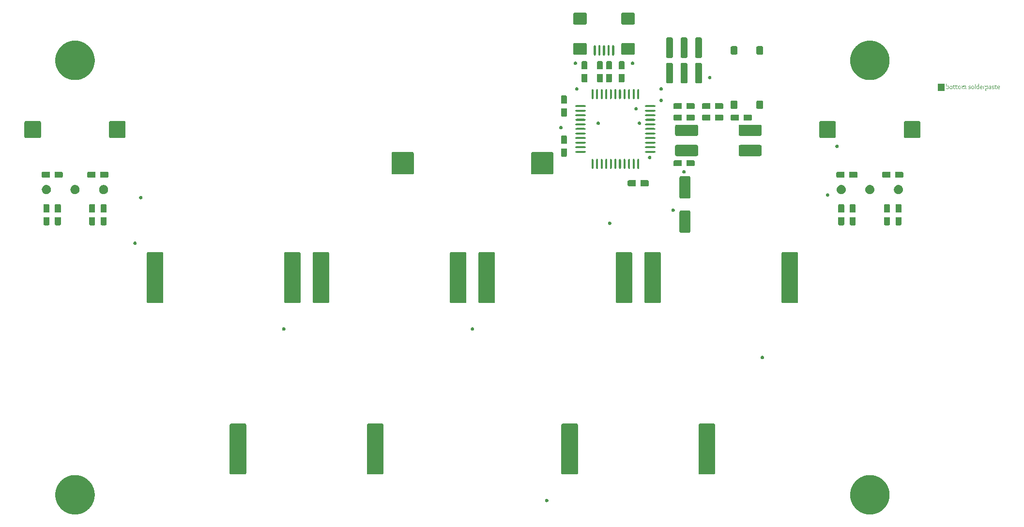
<source format=gbp>
G04                                                      *
G04 Greetings!                                           *
G04 This Gerber was generated by PCBmodE, an open source *
G04 PCB design software. Get it here:                    *
G04                                                      *
G04   http://pcbmode.com                                 *
G04                                                      *
G04 Also visit                                           *
G04                                                      *
G04   http://boldport.com                                *
G04                                                      *
G04 and follow @boldport / @pcbmode for updates!         *
G04                                                      *

G04 leading zeros omitted (L); absolute data (A); 6 integer digits and 6 fractional digits *
%FSLAX66Y66*%

G04 mode (MO): millimeters (MM) *
%MOMM*%

G04 Aperture definitions *
%ADD10C,0.001X*%
%ADD11C,0.001X*%

%LPD*%
G36*
G01X123864000Y-18500000D02*
G01X123864000Y-18228500D01*
G01X123864000Y-18228500D01*
G01X123858514Y-18176166D01*
G01X123842809Y-18127614D01*
G01X123818016Y-18083974D01*
G01X123785266Y-18046378D01*
G01X123745689Y-18015956D01*
G01X123700418Y-17993839D01*
G01X123650581Y-17981157D01*
G01X123614000Y-17978500D01*
G01X123143000Y-17978500D01*
G01X122422000Y-17978500D01*
G01X122422000Y-18500000D01*
G01X122422000Y-19021500D01*
G01X123143000Y-19021500D01*
G01X123614000Y-19021500D01*
G01X123614000Y-19021500D01*
G01X123666334Y-19016014D01*
G01X123714886Y-19000309D01*
G01X123758526Y-18975516D01*
G01X123796122Y-18942766D01*
G01X123826544Y-18903189D01*
G01X123848661Y-18857918D01*
G01X123861343Y-18808081D01*
G01X123864000Y-18771500D01*
G01X123864000Y-18500000D01*
G37*
G36*
G01X120136000Y-18500000D02*
G01X120136000Y-18771500D01*
G01X120136000Y-18771500D01*
G01X120141486Y-18823834D01*
G01X120157191Y-18872386D01*
G01X120181984Y-18916026D01*
G01X120214734Y-18953622D01*
G01X120254311Y-18984044D01*
G01X120299582Y-19006161D01*
G01X120349419Y-19018843D01*
G01X120386000Y-19021500D01*
G01X120857000Y-19021500D01*
G01X121578000Y-19021500D01*
G01X121578000Y-18500000D01*
G01X121578000Y-17978500D01*
G01X120857000Y-17978500D01*
G01X120386000Y-17978500D01*
G01X120386000Y-17978500D01*
G01X120333666Y-17983986D01*
G01X120285114Y-17999691D01*
G01X120241474Y-18024484D01*
G01X120203878Y-18057234D01*
G01X120173456Y-18096811D01*
G01X120151339Y-18142082D01*
G01X120138657Y-18191919D01*
G01X120136000Y-18228500D01*
G01X120136000Y-18500000D01*
G37*
G36*
G01X5500000Y-39364000D02*
G01X5771500Y-39364000D01*
G01X5771500Y-39364000D01*
G01X5823834Y-39358514D01*
G01X5872386Y-39342809D01*
G01X5916026Y-39318016D01*
G01X5953622Y-39285266D01*
G01X5984044Y-39245689D01*
G01X6006161Y-39200418D01*
G01X6018843Y-39150581D01*
G01X6021500Y-39114000D01*
G01X6021500Y-38643000D01*
G01X6021500Y-37922000D01*
G01X5500000Y-37922000D01*
G01X4978500Y-37922000D01*
G01X4978500Y-38643000D01*
G01X4978500Y-39114000D01*
G01X4978500Y-39114000D01*
G01X4983986Y-39166334D01*
G01X4999691Y-39214886D01*
G01X5024484Y-39258526D01*
G01X5057234Y-39296122D01*
G01X5096811Y-39326544D01*
G01X5142082Y-39348661D01*
G01X5191919Y-39361343D01*
G01X5228500Y-39364000D01*
G01X5500000Y-39364000D01*
G37*
G36*
G01X5500000Y-35636000D02*
G01X5228500Y-35636000D01*
G01X5228500Y-35636000D01*
G01X5176166Y-35641486D01*
G01X5127614Y-35657191D01*
G01X5083974Y-35681984D01*
G01X5046378Y-35714734D01*
G01X5015956Y-35754311D01*
G01X4993839Y-35799582D01*
G01X4981157Y-35849419D01*
G01X4978500Y-35886000D01*
G01X4978500Y-36357000D01*
G01X4978500Y-37078000D01*
G01X5500000Y-37078000D01*
G01X6021500Y-37078000D01*
G01X6021500Y-36357000D01*
G01X6021500Y-35886000D01*
G01X6021500Y-35886000D01*
G01X6016014Y-35833666D01*
G01X6000309Y-35785114D01*
G01X5975516Y-35741474D01*
G01X5942766Y-35703878D01*
G01X5903189Y-35673456D01*
G01X5857918Y-35651339D01*
G01X5808081Y-35638657D01*
G01X5771500Y-35636000D01*
G01X5500000Y-35636000D01*
G37*
G36*
G01X8364000Y-30500000D02*
G01X8364000Y-30228500D01*
G01X8364000Y-30228500D01*
G01X8358514Y-30176166D01*
G01X8342809Y-30127614D01*
G01X8318016Y-30083974D01*
G01X8285266Y-30046378D01*
G01X8245689Y-30015956D01*
G01X8200418Y-29993839D01*
G01X8150581Y-29981157D01*
G01X8114000Y-29978500D01*
G01X7643000Y-29978500D01*
G01X6922000Y-29978500D01*
G01X6922000Y-30500000D01*
G01X6922000Y-31021500D01*
G01X7643000Y-31021500D01*
G01X8114000Y-31021500D01*
G01X8114000Y-31021500D01*
G01X8166334Y-31016014D01*
G01X8214886Y-31000309D01*
G01X8258526Y-30975516D01*
G01X8296122Y-30942766D01*
G01X8326544Y-30903189D01*
G01X8348661Y-30857918D01*
G01X8361343Y-30808081D01*
G01X8364000Y-30771500D01*
G01X8364000Y-30500000D01*
G37*
G36*
G01X4636000Y-30500000D02*
G01X4636000Y-30771500D01*
G01X4636000Y-30771500D01*
G01X4641486Y-30823834D01*
G01X4657191Y-30872386D01*
G01X4681984Y-30916026D01*
G01X4714734Y-30953622D01*
G01X4754311Y-30984044D01*
G01X4799582Y-31006161D01*
G01X4849419Y-31018843D01*
G01X4886000Y-31021500D01*
G01X5357000Y-31021500D01*
G01X6078000Y-31021500D01*
G01X6078000Y-30500000D01*
G01X6078000Y-29978500D01*
G01X5357000Y-29978500D01*
G01X4886000Y-29978500D01*
G01X4886000Y-29978500D01*
G01X4833666Y-29983986D01*
G01X4785114Y-29999691D01*
G01X4741474Y-30024484D01*
G01X4703878Y-30057234D01*
G01X4673456Y-30096811D01*
G01X4651339Y-30142082D01*
G01X4638657Y-30191919D01*
G01X4636000Y-30228500D01*
G01X4636000Y-30500000D01*
G37*
G36*
G01X15500000Y-39364000D02*
G01X15771500Y-39364000D01*
G01X15771500Y-39364000D01*
G01X15823834Y-39358514D01*
G01X15872386Y-39342809D01*
G01X15916026Y-39318016D01*
G01X15953622Y-39285266D01*
G01X15984044Y-39245689D01*
G01X16006161Y-39200418D01*
G01X16018843Y-39150581D01*
G01X16021500Y-39114000D01*
G01X16021500Y-38643000D01*
G01X16021500Y-37922000D01*
G01X15500000Y-37922000D01*
G01X14978500Y-37922000D01*
G01X14978500Y-38643000D01*
G01X14978500Y-39114000D01*
G01X14978500Y-39114000D01*
G01X14983986Y-39166334D01*
G01X14999691Y-39214886D01*
G01X15024484Y-39258526D01*
G01X15057234Y-39296122D01*
G01X15096811Y-39326544D01*
G01X15142082Y-39348661D01*
G01X15191919Y-39361343D01*
G01X15228500Y-39364000D01*
G01X15500000Y-39364000D01*
G37*
G36*
G01X15500000Y-35636000D02*
G01X15228500Y-35636000D01*
G01X15228500Y-35636000D01*
G01X15176166Y-35641486D01*
G01X15127614Y-35657191D01*
G01X15083974Y-35681984D01*
G01X15046378Y-35714734D01*
G01X15015956Y-35754311D01*
G01X14993839Y-35799582D01*
G01X14981157Y-35849419D01*
G01X14978500Y-35886000D01*
G01X14978500Y-36357000D01*
G01X14978500Y-37078000D01*
G01X15500000Y-37078000D01*
G01X16021500Y-37078000D01*
G01X16021500Y-36357000D01*
G01X16021500Y-35886000D01*
G01X16021500Y-35886000D01*
G01X16016014Y-35833666D01*
G01X16000309Y-35785114D01*
G01X15975516Y-35741474D01*
G01X15942766Y-35703878D01*
G01X15903189Y-35673456D01*
G01X15857918Y-35651339D01*
G01X15808081Y-35638657D01*
G01X15771500Y-35636000D01*
G01X15500000Y-35636000D01*
G37*
G36*
G01X116213955Y-32708275D02*
G01X116213955Y-34408275D01*
G01X116213955Y-34408275D01*
G01X116219441Y-34460609D01*
G01X116235146Y-34509161D01*
G01X116259939Y-34552801D01*
G01X116292689Y-34590397D01*
G01X116332266Y-34620819D01*
G01X116377537Y-34642936D01*
G01X116427374Y-34655618D01*
G01X116463955Y-34658275D01*
G01X117163955Y-34658275D01*
G01X117863955Y-34658275D01*
G01X117863955Y-34658275D01*
G01X117916289Y-34652789D01*
G01X117964841Y-34637084D01*
G01X118008481Y-34612291D01*
G01X118046077Y-34579541D01*
G01X118076499Y-34539964D01*
G01X118098616Y-34494693D01*
G01X118111298Y-34444856D01*
G01X118113955Y-34408275D01*
G01X118113955Y-32708275D01*
G01X118113955Y-31008275D01*
G01X118113955Y-31008275D01*
G01X118108469Y-30955941D01*
G01X118092764Y-30907389D01*
G01X118067971Y-30863749D01*
G01X118035221Y-30826153D01*
G01X117995644Y-30795731D01*
G01X117950373Y-30773614D01*
G01X117900536Y-30760932D01*
G01X117863955Y-30758275D01*
G01X117163955Y-30758275D01*
G01X116463955Y-30758275D01*
G01X116463955Y-30758275D01*
G01X116411621Y-30763761D01*
G01X116363069Y-30779466D01*
G01X116319429Y-30804259D01*
G01X116281833Y-30837009D01*
G01X116251411Y-30876586D01*
G01X116229294Y-30921857D01*
G01X116216612Y-30971694D01*
G01X116213955Y-31008275D01*
G01X116213955Y-32708275D01*
G37*
G36*
G01X116213955Y-38708275D02*
G01X116213955Y-40408275D01*
G01X116213955Y-40408275D01*
G01X116219441Y-40460609D01*
G01X116235146Y-40509161D01*
G01X116259939Y-40552801D01*
G01X116292689Y-40590397D01*
G01X116332266Y-40620819D01*
G01X116377537Y-40642936D01*
G01X116427374Y-40655618D01*
G01X116463955Y-40658275D01*
G01X117163955Y-40658275D01*
G01X117863955Y-40658275D01*
G01X117863955Y-40658275D01*
G01X117916289Y-40652789D01*
G01X117964841Y-40637084D01*
G01X118008481Y-40612291D01*
G01X118046077Y-40579541D01*
G01X118076499Y-40539964D01*
G01X118098616Y-40494693D01*
G01X118111298Y-40444856D01*
G01X118113955Y-40408275D01*
G01X118113955Y-38708275D01*
G01X118113955Y-37008275D01*
G01X118113955Y-37008275D01*
G01X118108469Y-36955941D01*
G01X118092764Y-36907389D01*
G01X118067971Y-36863749D01*
G01X118035221Y-36826153D01*
G01X117995644Y-36795731D01*
G01X117950373Y-36773614D01*
G01X117900536Y-36760932D01*
G01X117863955Y-36758275D01*
G01X117163955Y-36758275D01*
G01X116463955Y-36758275D01*
G01X116463955Y-36758275D01*
G01X116411621Y-36763761D01*
G01X116363069Y-36779466D01*
G01X116319429Y-36804259D01*
G01X116281833Y-36837009D01*
G01X116251411Y-36876586D01*
G01X116229294Y-36921857D01*
G01X116216612Y-36971694D01*
G01X116213955Y-37008275D01*
G01X116213955Y-38708275D01*
G37*
G36*
G01X103900000Y-14364000D02*
G01X104171500Y-14364000D01*
G01X104171500Y-14364000D01*
G01X104223834Y-14358514D01*
G01X104272386Y-14342809D01*
G01X104316026Y-14318016D01*
G01X104353622Y-14285266D01*
G01X104384044Y-14245689D01*
G01X104406161Y-14200418D01*
G01X104418843Y-14150581D01*
G01X104421500Y-14114000D01*
G01X104421500Y-13643000D01*
G01X104421500Y-12922000D01*
G01X103900000Y-12922000D01*
G01X103378500Y-12922000D01*
G01X103378500Y-13643000D01*
G01X103378500Y-14114000D01*
G01X103378500Y-14114000D01*
G01X103383986Y-14166334D01*
G01X103399691Y-14214886D01*
G01X103424484Y-14258526D01*
G01X103457234Y-14296122D01*
G01X103496811Y-14326544D01*
G01X103542082Y-14348661D01*
G01X103591919Y-14361343D01*
G01X103628500Y-14364000D01*
G01X103900000Y-14364000D01*
G37*
G36*
G01X103900000Y-10636000D02*
G01X103628500Y-10636000D01*
G01X103628500Y-10636000D01*
G01X103576166Y-10641486D01*
G01X103527614Y-10657191D01*
G01X103483974Y-10681984D01*
G01X103446378Y-10714734D01*
G01X103415956Y-10754311D01*
G01X103393839Y-10799582D01*
G01X103381157Y-10849419D01*
G01X103378500Y-10886000D01*
G01X103378500Y-11357000D01*
G01X103378500Y-12078000D01*
G01X103900000Y-12078000D01*
G01X104421500Y-12078000D01*
G01X104421500Y-11357000D01*
G01X104421500Y-10886000D01*
G01X104421500Y-10886000D01*
G01X104416014Y-10833666D01*
G01X104400309Y-10785114D01*
G01X104375516Y-10741474D01*
G01X104342766Y-10703878D01*
G01X104303189Y-10673456D01*
G01X104257918Y-10651339D01*
G01X104208081Y-10638657D01*
G01X104171500Y-10636000D01*
G01X103900000Y-10636000D01*
G37*
G36*
G01X102300000Y-14364000D02*
G01X102571500Y-14364000D01*
G01X102571500Y-14364000D01*
G01X102623834Y-14358514D01*
G01X102672386Y-14342809D01*
G01X102716026Y-14318016D01*
G01X102753622Y-14285266D01*
G01X102784044Y-14245689D01*
G01X102806161Y-14200418D01*
G01X102818843Y-14150581D01*
G01X102821500Y-14114000D01*
G01X102821500Y-13643000D01*
G01X102821500Y-12922000D01*
G01X102300000Y-12922000D01*
G01X101778500Y-12922000D01*
G01X101778500Y-13643000D01*
G01X101778500Y-14114000D01*
G01X101778500Y-14114000D01*
G01X101783986Y-14166334D01*
G01X101799691Y-14214886D01*
G01X101824484Y-14258526D01*
G01X101857234Y-14296122D01*
G01X101896811Y-14326544D01*
G01X101942082Y-14348661D01*
G01X101991919Y-14361343D01*
G01X102028500Y-14364000D01*
G01X102300000Y-14364000D01*
G37*
G36*
G01X102300000Y-10636000D02*
G01X102028500Y-10636000D01*
G01X102028500Y-10636000D01*
G01X101976166Y-10641486D01*
G01X101927614Y-10657191D01*
G01X101883974Y-10681984D01*
G01X101846378Y-10714734D01*
G01X101815956Y-10754311D01*
G01X101793839Y-10799582D01*
G01X101781157Y-10849419D01*
G01X101778500Y-10886000D01*
G01X101778500Y-11357000D01*
G01X101778500Y-12078000D01*
G01X102300000Y-12078000D01*
G01X102821500Y-12078000D01*
G01X102821500Y-11357000D01*
G01X102821500Y-10886000D01*
G01X102821500Y-10886000D01*
G01X102816014Y-10833666D01*
G01X102800309Y-10785114D01*
G01X102775516Y-10741474D01*
G01X102742766Y-10703878D01*
G01X102703189Y-10673456D01*
G01X102657918Y-10651339D01*
G01X102608081Y-10638657D01*
G01X102571500Y-10636000D01*
G01X102300000Y-10636000D01*
G37*
G36*
G01X128864000Y-20500000D02*
G01X128864000Y-20228500D01*
G01X128864000Y-20228500D01*
G01X128858514Y-20176166D01*
G01X128842809Y-20127614D01*
G01X128818016Y-20083974D01*
G01X128785266Y-20046378D01*
G01X128745689Y-20015956D01*
G01X128700418Y-19993839D01*
G01X128650581Y-19981157D01*
G01X128614000Y-19978500D01*
G01X128143000Y-19978500D01*
G01X127422000Y-19978500D01*
G01X127422000Y-20500000D01*
G01X127422000Y-21021500D01*
G01X128143000Y-21021500D01*
G01X128614000Y-21021500D01*
G01X128614000Y-21021500D01*
G01X128666334Y-21016014D01*
G01X128714886Y-21000309D01*
G01X128758526Y-20975516D01*
G01X128796122Y-20942766D01*
G01X128826544Y-20903189D01*
G01X128848661Y-20857918D01*
G01X128861343Y-20808081D01*
G01X128864000Y-20771500D01*
G01X128864000Y-20500000D01*
G37*
G36*
G01X125136000Y-20500000D02*
G01X125136000Y-20771500D01*
G01X125136000Y-20771500D01*
G01X125141486Y-20823834D01*
G01X125157191Y-20872386D01*
G01X125181984Y-20916026D01*
G01X125214734Y-20953622D01*
G01X125254311Y-20984044D01*
G01X125299582Y-21006161D01*
G01X125349419Y-21018843D01*
G01X125386000Y-21021500D01*
G01X125857000Y-21021500D01*
G01X126578000Y-21021500D01*
G01X126578000Y-20500000D01*
G01X126578000Y-19978500D01*
G01X125857000Y-19978500D01*
G01X125386000Y-19978500D01*
G01X125386000Y-19978500D01*
G01X125333666Y-19983986D01*
G01X125285114Y-19999691D01*
G01X125241474Y-20024484D01*
G01X125203878Y-20057234D01*
G01X125173456Y-20096811D01*
G01X125151339Y-20142082D01*
G01X125138657Y-20191919D01*
G01X125136000Y-20228500D01*
G01X125136000Y-20500000D01*
G37*
G36*
G01X16364000Y-30500000D02*
G01X16364000Y-30228500D01*
G01X16364000Y-30228500D01*
G01X16358514Y-30176166D01*
G01X16342809Y-30127614D01*
G01X16318016Y-30083974D01*
G01X16285266Y-30046378D01*
G01X16245689Y-30015956D01*
G01X16200418Y-29993839D01*
G01X16150581Y-29981157D01*
G01X16114000Y-29978500D01*
G01X15643000Y-29978500D01*
G01X14922000Y-29978500D01*
G01X14922000Y-30500000D01*
G01X14922000Y-31021500D01*
G01X15643000Y-31021500D01*
G01X16114000Y-31021500D01*
G01X16114000Y-31021500D01*
G01X16166334Y-31016014D01*
G01X16214886Y-31000309D01*
G01X16258526Y-30975516D01*
G01X16296122Y-30942766D01*
G01X16326544Y-30903189D01*
G01X16348661Y-30857918D01*
G01X16361343Y-30808081D01*
G01X16364000Y-30771500D01*
G01X16364000Y-30500000D01*
G37*
G36*
G01X12636000Y-30500000D02*
G01X12636000Y-30771500D01*
G01X12636000Y-30771500D01*
G01X12641486Y-30823834D01*
G01X12657191Y-30872386D01*
G01X12681984Y-30916026D01*
G01X12714734Y-30953622D01*
G01X12754311Y-30984044D01*
G01X12799582Y-31006161D01*
G01X12849419Y-31018843D01*
G01X12886000Y-31021500D01*
G01X13357000Y-31021500D01*
G01X14078000Y-31021500D01*
G01X14078000Y-30500000D01*
G01X14078000Y-29978500D01*
G01X13357000Y-29978500D01*
G01X12886000Y-29978500D01*
G01X12886000Y-29978500D01*
G01X12833666Y-29983986D01*
G01X12785114Y-29999691D01*
G01X12741474Y-30024484D01*
G01X12703878Y-30057234D01*
G01X12673456Y-30096811D01*
G01X12651339Y-30142082D01*
G01X12638657Y-30191919D01*
G01X12636000Y-30228500D01*
G01X12636000Y-30500000D01*
G37*
G36*
G01X144500000Y-39364000D02*
G01X144771500Y-39364000D01*
G01X144771500Y-39364000D01*
G01X144823834Y-39358514D01*
G01X144872386Y-39342809D01*
G01X144916026Y-39318016D01*
G01X144953622Y-39285266D01*
G01X144984044Y-39245689D01*
G01X145006161Y-39200418D01*
G01X145018843Y-39150581D01*
G01X145021500Y-39114000D01*
G01X145021500Y-38643000D01*
G01X145021500Y-37922000D01*
G01X144500000Y-37922000D01*
G01X143978500Y-37922000D01*
G01X143978500Y-38643000D01*
G01X143978500Y-39114000D01*
G01X143978500Y-39114000D01*
G01X143983986Y-39166334D01*
G01X143999691Y-39214886D01*
G01X144024484Y-39258526D01*
G01X144057234Y-39296122D01*
G01X144096811Y-39326544D01*
G01X144142082Y-39348661D01*
G01X144191919Y-39361343D01*
G01X144228500Y-39364000D01*
G01X144500000Y-39364000D01*
G37*
G36*
G01X144500000Y-35636000D02*
G01X144228500Y-35636000D01*
G01X144228500Y-35636000D01*
G01X144176166Y-35641486D01*
G01X144127614Y-35657191D01*
G01X144083974Y-35681984D01*
G01X144046378Y-35714734D01*
G01X144015956Y-35754311D01*
G01X143993839Y-35799582D01*
G01X143981157Y-35849419D01*
G01X143978500Y-35886000D01*
G01X143978500Y-36357000D01*
G01X143978500Y-37078000D01*
G01X144500000Y-37078000D01*
G01X145021500Y-37078000D01*
G01X145021500Y-36357000D01*
G01X145021500Y-35886000D01*
G01X145021500Y-35886000D01*
G01X145016014Y-35833666D01*
G01X145000309Y-35785114D01*
G01X144975516Y-35741474D01*
G01X144942766Y-35703878D01*
G01X144903189Y-35673456D01*
G01X144857918Y-35651339D01*
G01X144808081Y-35638657D01*
G01X144771500Y-35636000D01*
G01X144500000Y-35636000D01*
G37*
G36*
G01X144500000Y-33900000D02*
G01X144500000Y-33900000D01*
G01X144552600Y-33898298D01*
G01X144604292Y-33893264D01*
G01X144654970Y-33885001D01*
G01X144704528Y-33873617D01*
G01X144752862Y-33859215D01*
G01X144799865Y-33841903D01*
G01X144845433Y-33821784D01*
G01X144889460Y-33798965D01*
G01X144931841Y-33773550D01*
G01X144972470Y-33745646D01*
G01X145011241Y-33715358D01*
G01X145048050Y-33682791D01*
G01X145082791Y-33648050D01*
G01X145115358Y-33611241D01*
G01X145145646Y-33572470D01*
G01X145173551Y-33531841D01*
G01X145198965Y-33489460D01*
G01X145221784Y-33445433D01*
G01X145241903Y-33399865D01*
G01X145259215Y-33352862D01*
G01X145273617Y-33304528D01*
G01X145285001Y-33254970D01*
G01X145293264Y-33204292D01*
G01X145298298Y-33152600D01*
G01X145300000Y-33100000D01*
G01X145300000Y-33100000D01*
G01X145300000Y-33100000D01*
G01X145298298Y-33047400D01*
G01X145293264Y-32995708D01*
G01X145285001Y-32945030D01*
G01X145273617Y-32895472D01*
G01X145259215Y-32847138D01*
G01X145241903Y-32800135D01*
G01X145221784Y-32754567D01*
G01X145198965Y-32710540D01*
G01X145173551Y-32668159D01*
G01X145145646Y-32627530D01*
G01X145115358Y-32588759D01*
G01X145082791Y-32551950D01*
G01X145048050Y-32517209D01*
G01X145011241Y-32484642D01*
G01X144972470Y-32454354D01*
G01X144931841Y-32426449D01*
G01X144889460Y-32401035D01*
G01X144845433Y-32378216D01*
G01X144799865Y-32358097D01*
G01X144752862Y-32340785D01*
G01X144704528Y-32326383D01*
G01X144654970Y-32314999D01*
G01X144604292Y-32306736D01*
G01X144552600Y-32301702D01*
G01X144500000Y-32300000D01*
G01X144500000Y-32300000D01*
G01X144500000Y-32300000D01*
G01X144447400Y-32301702D01*
G01X144395708Y-32306736D01*
G01X144345030Y-32314999D01*
G01X144295472Y-32326383D01*
G01X144247138Y-32340785D01*
G01X144200135Y-32358097D01*
G01X144154567Y-32378216D01*
G01X144110540Y-32401035D01*
G01X144068159Y-32426449D01*
G01X144027530Y-32454354D01*
G01X143988759Y-32484642D01*
G01X143951950Y-32517209D01*
G01X143917209Y-32551950D01*
G01X143884642Y-32588759D01*
G01X143854354Y-32627530D01*
G01X143826449Y-32668159D01*
G01X143801035Y-32710540D01*
G01X143778216Y-32754567D01*
G01X143758097Y-32800135D01*
G01X143740785Y-32847138D01*
G01X143726383Y-32895472D01*
G01X143714999Y-32945030D01*
G01X143706736Y-32995708D01*
G01X143701702Y-33047400D01*
G01X143700000Y-33100000D01*
G01X143700000Y-33100000D01*
G01X143700000Y-33100000D01*
G01X143701702Y-33152600D01*
G01X143706736Y-33204292D01*
G01X143714999Y-33254970D01*
G01X143726383Y-33304528D01*
G01X143740785Y-33352862D01*
G01X143758097Y-33399865D01*
G01X143778216Y-33445433D01*
G01X143801035Y-33489460D01*
G01X143826449Y-33531841D01*
G01X143854354Y-33572470D01*
G01X143884642Y-33611241D01*
G01X143917209Y-33648050D01*
G01X143951950Y-33682791D01*
G01X143988759Y-33715358D01*
G01X144027530Y-33745646D01*
G01X144068159Y-33773550D01*
G01X144110540Y-33798965D01*
G01X144154567Y-33821784D01*
G01X144200135Y-33841903D01*
G01X144247138Y-33859215D01*
G01X144295472Y-33873617D01*
G01X144345030Y-33885001D01*
G01X144395708Y-33893264D01*
G01X144447400Y-33898298D01*
G01X144500000Y-33900000D01*
G01X144500000Y-33900000D01*
G37*
G36*
G01X140650000Y-22600000D02*
G01X140650000Y-21400000D01*
G01X140650000Y-21400000D01*
G01X140653927Y-21351339D01*
G01X140665294Y-21305177D01*
G01X140683486Y-21262133D01*
G01X140707883Y-21222824D01*
G01X140737868Y-21187868D01*
G01X140772824Y-21157883D01*
G01X140812133Y-21133486D01*
G01X140855177Y-21115294D01*
G01X140901339Y-21103927D01*
G01X140950000Y-21100000D01*
G01X140950000Y-21100000D01*
G01X142100000Y-21100000D01*
G01X143250000Y-21100000D01*
G01X143250000Y-21100000D01*
G01X143298661Y-21103927D01*
G01X143344823Y-21115294D01*
G01X143387867Y-21133486D01*
G01X143427176Y-21157883D01*
G01X143462132Y-21187868D01*
G01X143492117Y-21222824D01*
G01X143516514Y-21262133D01*
G01X143534706Y-21305177D01*
G01X143546074Y-21351339D01*
G01X143550000Y-21400000D01*
G01X143550000Y-21400000D01*
G01X143550000Y-22600000D01*
G01X143550000Y-23800000D01*
G01X143550000Y-23800000D01*
G01X143546073Y-23848661D01*
G01X143534706Y-23894823D01*
G01X143516514Y-23937867D01*
G01X143492117Y-23977176D01*
G01X143462132Y-24012132D01*
G01X143427176Y-24042117D01*
G01X143387867Y-24066514D01*
G01X143344823Y-24084706D01*
G01X143298661Y-24096073D01*
G01X143250000Y-24100000D01*
G01X143250000Y-24100000D01*
G01X142100000Y-24100000D01*
G01X140950000Y-24100000D01*
G01X140950000Y-24100000D01*
G01X140901339Y-24096073D01*
G01X140855177Y-24084706D01*
G01X140812133Y-24066514D01*
G01X140772824Y-24042117D01*
G01X140737868Y-24012132D01*
G01X140707883Y-23977176D01*
G01X140683486Y-23937867D01*
G01X140665294Y-23894823D01*
G01X140653927Y-23848661D01*
G01X140650000Y-23800000D01*
G01X140650000Y-23800000D01*
G01X140650000Y-22600000D01*
G37*
G36*
G01X154500000Y-33900000D02*
G01X154500000Y-33900000D01*
G01X154552600Y-33898298D01*
G01X154604292Y-33893264D01*
G01X154654970Y-33885001D01*
G01X154704528Y-33873617D01*
G01X154752862Y-33859215D01*
G01X154799865Y-33841903D01*
G01X154845433Y-33821784D01*
G01X154889460Y-33798965D01*
G01X154931841Y-33773550D01*
G01X154972470Y-33745646D01*
G01X155011241Y-33715358D01*
G01X155048050Y-33682791D01*
G01X155082791Y-33648050D01*
G01X155115358Y-33611241D01*
G01X155145646Y-33572470D01*
G01X155173551Y-33531841D01*
G01X155198965Y-33489460D01*
G01X155221784Y-33445433D01*
G01X155241903Y-33399865D01*
G01X155259215Y-33352862D01*
G01X155273617Y-33304528D01*
G01X155285001Y-33254970D01*
G01X155293264Y-33204292D01*
G01X155298298Y-33152600D01*
G01X155300000Y-33100000D01*
G01X155300000Y-33100000D01*
G01X155300000Y-33100000D01*
G01X155298298Y-33047400D01*
G01X155293264Y-32995708D01*
G01X155285001Y-32945030D01*
G01X155273617Y-32895472D01*
G01X155259215Y-32847138D01*
G01X155241903Y-32800135D01*
G01X155221784Y-32754567D01*
G01X155198965Y-32710540D01*
G01X155173551Y-32668159D01*
G01X155145646Y-32627530D01*
G01X155115358Y-32588759D01*
G01X155082791Y-32551950D01*
G01X155048050Y-32517209D01*
G01X155011241Y-32484642D01*
G01X154972470Y-32454354D01*
G01X154931841Y-32426449D01*
G01X154889460Y-32401035D01*
G01X154845433Y-32378216D01*
G01X154799865Y-32358097D01*
G01X154752862Y-32340785D01*
G01X154704528Y-32326383D01*
G01X154654970Y-32314999D01*
G01X154604292Y-32306736D01*
G01X154552600Y-32301702D01*
G01X154500000Y-32300000D01*
G01X154500000Y-32300000D01*
G01X154500000Y-32300000D01*
G01X154447400Y-32301702D01*
G01X154395708Y-32306736D01*
G01X154345030Y-32314999D01*
G01X154295472Y-32326383D01*
G01X154247138Y-32340785D01*
G01X154200135Y-32358097D01*
G01X154154567Y-32378216D01*
G01X154110540Y-32401035D01*
G01X154068159Y-32426449D01*
G01X154027530Y-32454354D01*
G01X153988759Y-32484642D01*
G01X153951950Y-32517209D01*
G01X153917209Y-32551950D01*
G01X153884642Y-32588759D01*
G01X153854354Y-32627530D01*
G01X153826449Y-32668159D01*
G01X153801035Y-32710540D01*
G01X153778216Y-32754567D01*
G01X153758097Y-32800135D01*
G01X153740785Y-32847138D01*
G01X153726383Y-32895472D01*
G01X153714999Y-32945030D01*
G01X153706736Y-32995708D01*
G01X153701702Y-33047400D01*
G01X153700000Y-33100000D01*
G01X153700000Y-33100000D01*
G01X153700000Y-33100000D01*
G01X153701702Y-33152600D01*
G01X153706736Y-33204292D01*
G01X153714999Y-33254970D01*
G01X153726383Y-33304528D01*
G01X153740785Y-33352862D01*
G01X153758097Y-33399865D01*
G01X153778216Y-33445433D01*
G01X153801035Y-33489460D01*
G01X153826449Y-33531841D01*
G01X153854354Y-33572470D01*
G01X153884642Y-33611241D01*
G01X153917209Y-33648050D01*
G01X153951950Y-33682791D01*
G01X153988759Y-33715358D01*
G01X154027530Y-33745646D01*
G01X154068159Y-33773550D01*
G01X154110540Y-33798965D01*
G01X154154567Y-33821784D01*
G01X154200135Y-33841903D01*
G01X154247138Y-33859215D01*
G01X154295472Y-33873617D01*
G01X154345030Y-33885001D01*
G01X154395708Y-33893264D01*
G01X154447400Y-33898298D01*
G01X154500000Y-33900000D01*
G01X154500000Y-33900000D01*
G37*
G36*
G01X149500000Y-33900000D02*
G01X149500000Y-33900000D01*
G01X149552600Y-33898298D01*
G01X149604292Y-33893264D01*
G01X149654970Y-33885001D01*
G01X149704528Y-33873617D01*
G01X149752862Y-33859215D01*
G01X149799865Y-33841903D01*
G01X149845433Y-33821784D01*
G01X149889460Y-33798965D01*
G01X149931841Y-33773550D01*
G01X149972470Y-33745646D01*
G01X150011241Y-33715358D01*
G01X150048050Y-33682791D01*
G01X150082791Y-33648050D01*
G01X150115358Y-33611241D01*
G01X150145646Y-33572470D01*
G01X150173551Y-33531841D01*
G01X150198965Y-33489460D01*
G01X150221784Y-33445433D01*
G01X150241903Y-33399865D01*
G01X150259215Y-33352862D01*
G01X150273617Y-33304528D01*
G01X150285001Y-33254970D01*
G01X150293264Y-33204292D01*
G01X150298298Y-33152600D01*
G01X150300000Y-33100000D01*
G01X150300000Y-33100000D01*
G01X150300000Y-33100000D01*
G01X150298298Y-33047400D01*
G01X150293264Y-32995708D01*
G01X150285001Y-32945030D01*
G01X150273617Y-32895472D01*
G01X150259215Y-32847138D01*
G01X150241903Y-32800135D01*
G01X150221784Y-32754567D01*
G01X150198965Y-32710540D01*
G01X150173551Y-32668159D01*
G01X150145646Y-32627530D01*
G01X150115358Y-32588759D01*
G01X150082791Y-32551950D01*
G01X150048050Y-32517209D01*
G01X150011241Y-32484642D01*
G01X149972470Y-32454354D01*
G01X149931841Y-32426449D01*
G01X149889460Y-32401035D01*
G01X149845433Y-32378216D01*
G01X149799865Y-32358097D01*
G01X149752862Y-32340785D01*
G01X149704528Y-32326383D01*
G01X149654970Y-32314999D01*
G01X149604292Y-32306736D01*
G01X149552600Y-32301702D01*
G01X149500000Y-32300000D01*
G01X149500000Y-32300000D01*
G01X149500000Y-32300000D01*
G01X149447400Y-32301702D01*
G01X149395708Y-32306736D01*
G01X149345030Y-32314999D01*
G01X149295472Y-32326383D01*
G01X149247138Y-32340785D01*
G01X149200135Y-32358097D01*
G01X149154567Y-32378216D01*
G01X149110540Y-32401035D01*
G01X149068159Y-32426449D01*
G01X149027530Y-32454354D01*
G01X148988759Y-32484642D01*
G01X148951950Y-32517209D01*
G01X148917209Y-32551950D01*
G01X148884642Y-32588759D01*
G01X148854354Y-32627530D01*
G01X148826449Y-32668159D01*
G01X148801035Y-32710540D01*
G01X148778216Y-32754567D01*
G01X148758097Y-32800135D01*
G01X148740785Y-32847138D01*
G01X148726383Y-32895472D01*
G01X148714999Y-32945030D01*
G01X148706736Y-32995708D01*
G01X148701702Y-33047400D01*
G01X148700000Y-33100000D01*
G01X148700000Y-33100000D01*
G01X148700000Y-33100000D01*
G01X148701702Y-33152600D01*
G01X148706736Y-33204292D01*
G01X148714999Y-33254970D01*
G01X148726383Y-33304528D01*
G01X148740785Y-33352862D01*
G01X148758097Y-33399865D01*
G01X148778216Y-33445433D01*
G01X148801035Y-33489460D01*
G01X148826449Y-33531841D01*
G01X148854354Y-33572470D01*
G01X148884642Y-33611241D01*
G01X148917209Y-33648050D01*
G01X148951950Y-33682791D01*
G01X148988759Y-33715358D01*
G01X149027530Y-33745646D01*
G01X149068159Y-33773550D01*
G01X149110540Y-33798965D01*
G01X149154567Y-33821784D01*
G01X149200135Y-33841903D01*
G01X149247138Y-33859215D01*
G01X149295472Y-33873617D01*
G01X149345030Y-33885001D01*
G01X149395708Y-33893264D01*
G01X149447400Y-33898298D01*
G01X149500000Y-33900000D01*
G01X149500000Y-33900000D01*
G37*
G36*
G01X155450000Y-22600000D02*
G01X155450000Y-21400000D01*
G01X155450000Y-21400000D01*
G01X155453927Y-21351339D01*
G01X155465294Y-21305177D01*
G01X155483486Y-21262133D01*
G01X155507883Y-21222824D01*
G01X155537868Y-21187868D01*
G01X155572824Y-21157883D01*
G01X155612133Y-21133486D01*
G01X155655177Y-21115294D01*
G01X155701339Y-21103927D01*
G01X155750000Y-21100000D01*
G01X155750000Y-21100000D01*
G01X156900000Y-21100000D01*
G01X158050000Y-21100000D01*
G01X158050000Y-21100000D01*
G01X158098661Y-21103927D01*
G01X158144823Y-21115294D01*
G01X158187867Y-21133486D01*
G01X158227176Y-21157883D01*
G01X158262132Y-21187868D01*
G01X158292117Y-21222824D01*
G01X158316514Y-21262133D01*
G01X158334706Y-21305177D01*
G01X158346073Y-21351339D01*
G01X158350000Y-21400000D01*
G01X158350000Y-21400000D01*
G01X158350000Y-22600000D01*
G01X158350000Y-23800000D01*
G01X158350000Y-23800000D01*
G01X158346073Y-23848661D01*
G01X158334706Y-23894823D01*
G01X158316514Y-23937867D01*
G01X158292117Y-23977176D01*
G01X158262132Y-24012132D01*
G01X158227176Y-24042117D01*
G01X158187867Y-24066514D01*
G01X158144823Y-24084706D01*
G01X158098661Y-24096073D01*
G01X158050000Y-24100000D01*
G01X158050000Y-24100000D01*
G01X156900000Y-24100000D01*
G01X155750000Y-24100000D01*
G01X155750000Y-24100000D01*
G01X155701339Y-24096073D01*
G01X155655177Y-24084706D01*
G01X155612133Y-24066514D01*
G01X155572824Y-24042117D01*
G01X155537868Y-24012132D01*
G01X155507883Y-23977176D01*
G01X155483486Y-23937867D01*
G01X155465294Y-23894823D01*
G01X155453926Y-23848661D01*
G01X155450000Y-23800000D01*
G01X155450000Y-23800000D01*
G01X155450000Y-22600000D01*
G37*
G36*
G01X125750000Y-18975000D02*
G01X126100000Y-18975000D01*
G01X126100000Y-18975000D01*
G01X126152334Y-18969514D01*
G01X126200886Y-18953809D01*
G01X126244526Y-18929016D01*
G01X126282122Y-18896266D01*
G01X126312544Y-18856689D01*
G01X126334661Y-18811418D01*
G01X126347343Y-18761581D01*
G01X126350000Y-18725000D01*
G01X126350000Y-18250000D01*
G01X126350000Y-17775000D01*
G01X126350000Y-17775000D01*
G01X126344514Y-17722666D01*
G01X126328809Y-17674114D01*
G01X126304016Y-17630474D01*
G01X126271266Y-17592878D01*
G01X126231689Y-17562456D01*
G01X126186418Y-17540339D01*
G01X126136581Y-17527657D01*
G01X126100000Y-17525000D01*
G01X125750000Y-17525000D01*
G01X125400000Y-17525000D01*
G01X125400000Y-17525000D01*
G01X125347666Y-17530486D01*
G01X125299114Y-17546191D01*
G01X125255474Y-17570984D01*
G01X125217878Y-17603734D01*
G01X125187456Y-17643311D01*
G01X125165339Y-17688582D01*
G01X125152657Y-17738419D01*
G01X125150000Y-17775000D01*
G01X125150000Y-18250000D01*
G01X125150000Y-18725000D01*
G01X125150000Y-18725000D01*
G01X125155486Y-18777334D01*
G01X125171191Y-18825886D01*
G01X125195984Y-18869526D01*
G01X125228734Y-18907122D01*
G01X125268311Y-18937544D01*
G01X125313582Y-18959661D01*
G01X125363419Y-18972343D01*
G01X125400000Y-18975000D01*
G01X125750000Y-18975000D01*
G37*
G36*
G01X130250000Y-9475000D02*
G01X130600000Y-9475000D01*
G01X130600000Y-9475000D01*
G01X130652334Y-9469514D01*
G01X130700886Y-9453809D01*
G01X130744526Y-9429016D01*
G01X130782122Y-9396266D01*
G01X130812544Y-9356689D01*
G01X130834661Y-9311418D01*
G01X130847343Y-9261581D01*
G01X130850000Y-9225000D01*
G01X130850000Y-8750000D01*
G01X130850000Y-8275000D01*
G01X130850000Y-8275000D01*
G01X130844514Y-8222666D01*
G01X130828809Y-8174114D01*
G01X130804016Y-8130474D01*
G01X130771266Y-8092878D01*
G01X130731689Y-8062456D01*
G01X130686418Y-8040339D01*
G01X130636581Y-8027657D01*
G01X130600000Y-8025000D01*
G01X130250000Y-8025000D01*
G01X129900000Y-8025000D01*
G01X129900000Y-8025000D01*
G01X129847666Y-8030486D01*
G01X129799114Y-8046191D01*
G01X129755474Y-8070984D01*
G01X129717878Y-8103734D01*
G01X129687456Y-8143311D01*
G01X129665339Y-8188582D01*
G01X129652657Y-8238419D01*
G01X129650000Y-8275000D01*
G01X129650000Y-8750000D01*
G01X129650000Y-9225000D01*
G01X129650000Y-9225000D01*
G01X129655486Y-9277334D01*
G01X129671191Y-9325886D01*
G01X129695984Y-9369526D01*
G01X129728734Y-9407122D01*
G01X129768311Y-9437544D01*
G01X129813582Y-9459661D01*
G01X129863419Y-9472343D01*
G01X129900000Y-9475000D01*
G01X130250000Y-9475000D01*
G37*
G36*
G01X125750000Y-9475000D02*
G01X126100000Y-9475000D01*
G01X126100000Y-9475000D01*
G01X126152334Y-9469514D01*
G01X126200886Y-9453809D01*
G01X126244526Y-9429016D01*
G01X126282122Y-9396266D01*
G01X126312544Y-9356689D01*
G01X126334661Y-9311418D01*
G01X126347343Y-9261581D01*
G01X126350000Y-9225000D01*
G01X126350000Y-8750000D01*
G01X126350000Y-8275000D01*
G01X126350000Y-8275000D01*
G01X126344514Y-8222666D01*
G01X126328809Y-8174114D01*
G01X126304016Y-8130474D01*
G01X126271266Y-8092878D01*
G01X126231689Y-8062456D01*
G01X126186418Y-8040339D01*
G01X126136581Y-8027657D01*
G01X126100000Y-8025000D01*
G01X125750000Y-8025000D01*
G01X125400000Y-8025000D01*
G01X125400000Y-8025000D01*
G01X125347666Y-8030486D01*
G01X125299114Y-8046191D01*
G01X125255474Y-8070984D01*
G01X125217878Y-8103734D01*
G01X125187456Y-8143311D01*
G01X125165339Y-8188582D01*
G01X125152657Y-8238419D01*
G01X125150000Y-8275000D01*
G01X125150000Y-8750000D01*
G01X125150000Y-9225000D01*
G01X125150000Y-9225000D01*
G01X125155486Y-9277334D01*
G01X125171191Y-9325886D01*
G01X125195984Y-9369526D01*
G01X125228734Y-9407122D01*
G01X125268311Y-9437544D01*
G01X125313582Y-9459661D01*
G01X125363419Y-9472343D01*
G01X125400000Y-9475000D01*
G01X125750000Y-9475000D01*
G37*
G36*
G01X130250000Y-18975000D02*
G01X130600000Y-18975000D01*
G01X130600000Y-18975000D01*
G01X130652334Y-18969514D01*
G01X130700886Y-18953809D01*
G01X130744526Y-18929016D01*
G01X130782122Y-18896266D01*
G01X130812544Y-18856689D01*
G01X130834661Y-18811418D01*
G01X130847343Y-18761581D01*
G01X130850000Y-18725000D01*
G01X130850000Y-18250000D01*
G01X130850000Y-17775000D01*
G01X130850000Y-17775000D01*
G01X130844514Y-17722666D01*
G01X130828809Y-17674114D01*
G01X130804016Y-17630474D01*
G01X130771266Y-17592878D01*
G01X130731689Y-17562456D01*
G01X130686418Y-17540339D01*
G01X130636581Y-17527657D01*
G01X130600000Y-17525000D01*
G01X130250000Y-17525000D01*
G01X129900000Y-17525000D01*
G01X129900000Y-17525000D01*
G01X129847666Y-17530486D01*
G01X129799114Y-17546191D01*
G01X129755474Y-17570984D01*
G01X129717878Y-17603734D01*
G01X129687456Y-17643311D01*
G01X129665339Y-17688582D01*
G01X129652657Y-17738419D01*
G01X129650000Y-17775000D01*
G01X129650000Y-18250000D01*
G01X129650000Y-18725000D01*
G01X129650000Y-18725000D01*
G01X129655486Y-18777334D01*
G01X129671191Y-18825886D01*
G01X129695984Y-18869526D01*
G01X129728734Y-18907122D01*
G01X129768311Y-18937544D01*
G01X129813582Y-18959661D01*
G01X129863419Y-18972343D01*
G01X129900000Y-18975000D01*
G01X130250000Y-18975000D01*
G37*
G36*
G01X7500000Y-39364000D02*
G01X7771500Y-39364000D01*
G01X7771500Y-39364000D01*
G01X7823834Y-39358514D01*
G01X7872386Y-39342809D01*
G01X7916026Y-39318016D01*
G01X7953622Y-39285266D01*
G01X7984044Y-39245689D01*
G01X8006161Y-39200418D01*
G01X8018843Y-39150581D01*
G01X8021500Y-39114000D01*
G01X8021500Y-38643000D01*
G01X8021500Y-37922000D01*
G01X7500000Y-37922000D01*
G01X6978500Y-37922000D01*
G01X6978500Y-38643000D01*
G01X6978500Y-39114000D01*
G01X6978500Y-39114000D01*
G01X6983986Y-39166334D01*
G01X6999691Y-39214886D01*
G01X7024484Y-39258526D01*
G01X7057234Y-39296122D01*
G01X7096811Y-39326544D01*
G01X7142082Y-39348661D01*
G01X7191919Y-39361343D01*
G01X7228500Y-39364000D01*
G01X7500000Y-39364000D01*
G37*
G36*
G01X7500000Y-35636000D02*
G01X7228500Y-35636000D01*
G01X7228500Y-35636000D01*
G01X7176166Y-35641486D01*
G01X7127614Y-35657191D01*
G01X7083974Y-35681984D01*
G01X7046378Y-35714734D01*
G01X7015956Y-35754311D01*
G01X6993839Y-35799582D01*
G01X6981157Y-35849419D01*
G01X6978500Y-35886000D01*
G01X6978500Y-36357000D01*
G01X6978500Y-37078000D01*
G01X7500000Y-37078000D01*
G01X8021500Y-37078000D01*
G01X8021500Y-36357000D01*
G01X8021500Y-35886000D01*
G01X8021500Y-35886000D01*
G01X8016014Y-35833666D01*
G01X8000309Y-35785114D01*
G01X7975516Y-35741474D01*
G01X7942766Y-35703878D01*
G01X7903189Y-35673456D01*
G01X7857918Y-35651339D01*
G01X7808081Y-35638657D01*
G01X7771500Y-35636000D01*
G01X7500000Y-35636000D01*
G37*
G36*
G01X10500000Y-13950000D02*
G01X10500000Y-13950000D01*
G01X10442948Y-13949538D01*
G01X10386119Y-13948156D01*
G01X10329522Y-13945861D01*
G01X10273162Y-13942662D01*
G01X10217046Y-13938563D01*
G01X10161183Y-13933574D01*
G01X10105579Y-13927700D01*
G01X10050241Y-13920949D01*
G01X9995176Y-13913329D01*
G01X9940392Y-13904845D01*
G01X9885895Y-13895506D01*
G01X9831693Y-13885318D01*
G01X9777793Y-13874289D01*
G01X9724201Y-13862425D01*
G01X9670925Y-13849734D01*
G01X9617972Y-13836222D01*
G01X9565350Y-13821898D01*
G01X9513064Y-13806767D01*
G01X9461123Y-13790838D01*
G01X9409533Y-13774117D01*
G01X9358302Y-13756611D01*
G01X9307436Y-13738327D01*
G01X9256943Y-13719273D01*
G01X9206830Y-13699456D01*
G01X9157104Y-13678882D01*
G01X9107772Y-13657559D01*
G01X9058841Y-13635494D01*
G01X9010319Y-13612694D01*
G01X8962211Y-13589166D01*
G01X8914526Y-13564917D01*
G01X8867271Y-13539955D01*
G01X8820452Y-13514286D01*
G01X8774077Y-13487918D01*
G01X8728153Y-13460857D01*
G01X8682687Y-13433111D01*
G01X8637686Y-13404687D01*
G01X8593157Y-13375591D01*
G01X8549108Y-13345832D01*
G01X8505545Y-13315416D01*
G01X8462475Y-13284350D01*
G01X8419906Y-13252642D01*
G01X8377844Y-13220298D01*
G01X8336298Y-13187325D01*
G01X8295273Y-13153731D01*
G01X8254777Y-13119523D01*
G01X8214817Y-13084708D01*
G01X8175401Y-13049293D01*
G01X8136535Y-13013285D01*
G01X8098226Y-12976691D01*
G01X8060482Y-12939518D01*
G01X8023309Y-12901774D01*
G01X7986715Y-12863465D01*
G01X7950707Y-12824599D01*
G01X7915292Y-12785183D01*
G01X7880477Y-12745223D01*
G01X7846269Y-12704727D01*
G01X7812675Y-12663702D01*
G01X7779702Y-12622156D01*
G01X7747358Y-12580094D01*
G01X7715650Y-12537525D01*
G01X7684584Y-12494455D01*
G01X7654168Y-12450892D01*
G01X7624409Y-12406843D01*
G01X7595313Y-12362314D01*
G01X7566889Y-12317313D01*
G01X7539143Y-12271847D01*
G01X7512082Y-12225923D01*
G01X7485714Y-12179548D01*
G01X7460045Y-12132729D01*
G01X7435083Y-12085474D01*
G01X7410834Y-12037789D01*
G01X7387306Y-11989681D01*
G01X7364506Y-11941159D01*
G01X7342441Y-11892228D01*
G01X7321118Y-11842896D01*
G01X7300544Y-11793170D01*
G01X7280727Y-11743057D01*
G01X7261673Y-11692564D01*
G01X7243389Y-11641698D01*
G01X7225883Y-11590467D01*
G01X7209162Y-11538877D01*
G01X7193233Y-11486936D01*
G01X7178102Y-11434650D01*
G01X7163778Y-11382028D01*
G01X7150266Y-11329075D01*
G01X7137575Y-11275799D01*
G01X7125711Y-11222207D01*
G01X7114682Y-11168307D01*
G01X7104494Y-11114105D01*
G01X7095155Y-11059608D01*
G01X7086671Y-11004824D01*
G01X7079051Y-10949759D01*
G01X7072300Y-10894421D01*
G01X7066426Y-10838817D01*
G01X7061437Y-10782954D01*
G01X7057338Y-10726838D01*
G01X7054138Y-10670478D01*
G01X7051844Y-10613881D01*
G01X7050462Y-10557052D01*
G01X7050000Y-10500000D01*
G01X7050000Y-10500000D01*
G01X7050000Y-10500000D01*
G01X7050462Y-10442948D01*
G01X7051844Y-10386119D01*
G01X7054138Y-10329522D01*
G01X7057338Y-10273162D01*
G01X7061437Y-10217046D01*
G01X7066426Y-10161183D01*
G01X7072300Y-10105579D01*
G01X7079051Y-10050241D01*
G01X7086671Y-9995176D01*
G01X7095155Y-9940392D01*
G01X7104494Y-9885895D01*
G01X7114682Y-9831693D01*
G01X7125711Y-9777793D01*
G01X7137575Y-9724201D01*
G01X7150266Y-9670925D01*
G01X7163778Y-9617972D01*
G01X7178102Y-9565350D01*
G01X7193233Y-9513064D01*
G01X7209162Y-9461123D01*
G01X7225883Y-9409533D01*
G01X7243389Y-9358302D01*
G01X7261673Y-9307436D01*
G01X7280727Y-9256943D01*
G01X7300544Y-9206830D01*
G01X7321118Y-9157104D01*
G01X7342441Y-9107772D01*
G01X7364506Y-9058841D01*
G01X7387306Y-9010319D01*
G01X7410834Y-8962211D01*
G01X7435083Y-8914526D01*
G01X7460045Y-8867271D01*
G01X7485714Y-8820452D01*
G01X7512082Y-8774077D01*
G01X7539143Y-8728153D01*
G01X7566889Y-8682687D01*
G01X7595313Y-8637686D01*
G01X7624409Y-8593157D01*
G01X7654168Y-8549108D01*
G01X7684584Y-8505545D01*
G01X7715650Y-8462475D01*
G01X7747358Y-8419906D01*
G01X7779702Y-8377844D01*
G01X7812675Y-8336298D01*
G01X7846269Y-8295273D01*
G01X7880477Y-8254777D01*
G01X7915292Y-8214817D01*
G01X7950707Y-8175401D01*
G01X7986715Y-8136535D01*
G01X8023309Y-8098226D01*
G01X8060482Y-8060482D01*
G01X8098226Y-8023309D01*
G01X8136535Y-7986715D01*
G01X8175401Y-7950707D01*
G01X8214817Y-7915292D01*
G01X8254777Y-7880477D01*
G01X8295273Y-7846269D01*
G01X8336298Y-7812675D01*
G01X8377844Y-7779702D01*
G01X8419906Y-7747358D01*
G01X8462475Y-7715650D01*
G01X8505545Y-7684584D01*
G01X8549108Y-7654168D01*
G01X8593157Y-7624409D01*
G01X8637686Y-7595313D01*
G01X8682687Y-7566889D01*
G01X8728153Y-7539143D01*
G01X8774077Y-7512082D01*
G01X8820452Y-7485714D01*
G01X8867271Y-7460045D01*
G01X8914526Y-7435083D01*
G01X8962211Y-7410834D01*
G01X9010319Y-7387306D01*
G01X9058841Y-7364506D01*
G01X9107772Y-7342441D01*
G01X9157104Y-7321118D01*
G01X9206830Y-7300544D01*
G01X9256943Y-7280727D01*
G01X9307436Y-7261673D01*
G01X9358302Y-7243389D01*
G01X9409533Y-7225883D01*
G01X9461123Y-7209162D01*
G01X9513064Y-7193233D01*
G01X9565350Y-7178102D01*
G01X9617972Y-7163778D01*
G01X9670925Y-7150266D01*
G01X9724201Y-7137575D01*
G01X9777793Y-7125711D01*
G01X9831693Y-7114682D01*
G01X9885895Y-7104494D01*
G01X9940392Y-7095155D01*
G01X9995176Y-7086671D01*
G01X10050241Y-7079051D01*
G01X10105579Y-7072300D01*
G01X10161183Y-7066426D01*
G01X10217046Y-7061437D01*
G01X10273162Y-7057338D01*
G01X10329522Y-7054138D01*
G01X10386119Y-7051844D01*
G01X10442948Y-7050462D01*
G01X10500000Y-7050000D01*
G01X10500000Y-7050000D01*
G01X10500000Y-7050000D01*
G01X10557052Y-7050462D01*
G01X10613881Y-7051844D01*
G01X10670478Y-7054138D01*
G01X10726838Y-7057338D01*
G01X10782954Y-7061437D01*
G01X10838817Y-7066426D01*
G01X10894421Y-7072300D01*
G01X10949759Y-7079051D01*
G01X11004824Y-7086671D01*
G01X11059608Y-7095155D01*
G01X11114105Y-7104494D01*
G01X11168307Y-7114682D01*
G01X11222207Y-7125711D01*
G01X11275799Y-7137575D01*
G01X11329075Y-7150266D01*
G01X11382028Y-7163778D01*
G01X11434650Y-7178102D01*
G01X11486936Y-7193233D01*
G01X11538877Y-7209162D01*
G01X11590467Y-7225883D01*
G01X11641698Y-7243389D01*
G01X11692564Y-7261673D01*
G01X11743057Y-7280727D01*
G01X11793170Y-7300544D01*
G01X11842896Y-7321118D01*
G01X11892228Y-7342441D01*
G01X11941159Y-7364506D01*
G01X11989681Y-7387306D01*
G01X12037789Y-7410834D01*
G01X12085474Y-7435083D01*
G01X12132729Y-7460045D01*
G01X12179548Y-7485714D01*
G01X12225923Y-7512082D01*
G01X12271847Y-7539143D01*
G01X12317313Y-7566889D01*
G01X12362314Y-7595313D01*
G01X12406843Y-7624409D01*
G01X12450892Y-7654168D01*
G01X12494455Y-7684584D01*
G01X12537525Y-7715650D01*
G01X12580094Y-7747358D01*
G01X12622156Y-7779702D01*
G01X12663702Y-7812675D01*
G01X12704727Y-7846269D01*
G01X12745223Y-7880477D01*
G01X12785183Y-7915292D01*
G01X12824599Y-7950707D01*
G01X12863465Y-7986715D01*
G01X12901774Y-8023309D01*
G01X12939518Y-8060482D01*
G01X12976691Y-8098226D01*
G01X13013285Y-8136535D01*
G01X13049293Y-8175401D01*
G01X13084708Y-8214817D01*
G01X13119523Y-8254777D01*
G01X13153731Y-8295273D01*
G01X13187325Y-8336298D01*
G01X13220298Y-8377844D01*
G01X13252642Y-8419906D01*
G01X13284350Y-8462475D01*
G01X13315416Y-8505545D01*
G01X13345832Y-8549108D01*
G01X13375591Y-8593157D01*
G01X13404687Y-8637686D01*
G01X13433111Y-8682687D01*
G01X13460857Y-8728153D01*
G01X13487918Y-8774077D01*
G01X13514286Y-8820452D01*
G01X13539955Y-8867271D01*
G01X13564917Y-8914526D01*
G01X13589166Y-8962211D01*
G01X13612694Y-9010319D01*
G01X13635494Y-9058841D01*
G01X13657559Y-9107772D01*
G01X13678882Y-9157104D01*
G01X13699456Y-9206830D01*
G01X13719273Y-9256943D01*
G01X13738327Y-9307436D01*
G01X13756611Y-9358302D01*
G01X13774117Y-9409533D01*
G01X13790838Y-9461123D01*
G01X13806767Y-9513064D01*
G01X13821898Y-9565350D01*
G01X13836222Y-9617972D01*
G01X13849734Y-9670925D01*
G01X13862425Y-9724201D01*
G01X13874289Y-9777793D01*
G01X13885318Y-9831693D01*
G01X13895506Y-9885895D01*
G01X13904845Y-9940392D01*
G01X13913329Y-9995176D01*
G01X13920949Y-10050241D01*
G01X13927700Y-10105579D01*
G01X13933574Y-10161183D01*
G01X13938563Y-10217046D01*
G01X13942662Y-10273162D01*
G01X13945861Y-10329522D01*
G01X13948156Y-10386119D01*
G01X13949538Y-10442948D01*
G01X13950000Y-10500000D01*
G01X13950000Y-10500000D01*
G01X13950000Y-10500000D01*
G01X13949538Y-10557052D01*
G01X13948156Y-10613881D01*
G01X13945861Y-10670478D01*
G01X13942662Y-10726838D01*
G01X13938563Y-10782954D01*
G01X13933574Y-10838817D01*
G01X13927700Y-10894421D01*
G01X13920949Y-10949759D01*
G01X13913329Y-11004824D01*
G01X13904845Y-11059608D01*
G01X13895506Y-11114105D01*
G01X13885318Y-11168307D01*
G01X13874289Y-11222207D01*
G01X13862425Y-11275799D01*
G01X13849734Y-11329075D01*
G01X13836222Y-11382028D01*
G01X13821898Y-11434650D01*
G01X13806767Y-11486936D01*
G01X13790838Y-11538877D01*
G01X13774117Y-11590467D01*
G01X13756611Y-11641698D01*
G01X13738327Y-11692564D01*
G01X13719273Y-11743057D01*
G01X13699456Y-11793170D01*
G01X13678882Y-11842896D01*
G01X13657559Y-11892228D01*
G01X13635494Y-11941159D01*
G01X13612694Y-11989681D01*
G01X13589166Y-12037789D01*
G01X13564917Y-12085474D01*
G01X13539955Y-12132729D01*
G01X13514286Y-12179548D01*
G01X13487918Y-12225923D01*
G01X13460857Y-12271847D01*
G01X13433111Y-12317313D01*
G01X13404687Y-12362314D01*
G01X13375591Y-12406843D01*
G01X13345832Y-12450892D01*
G01X13315416Y-12494455D01*
G01X13284350Y-12537525D01*
G01X13252642Y-12580094D01*
G01X13220298Y-12622156D01*
G01X13187325Y-12663702D01*
G01X13153731Y-12704727D01*
G01X13119523Y-12745223D01*
G01X13084708Y-12785183D01*
G01X13049293Y-12824599D01*
G01X13013285Y-12863465D01*
G01X12976691Y-12901774D01*
G01X12939518Y-12939518D01*
G01X12901774Y-12976691D01*
G01X12863465Y-13013285D01*
G01X12824599Y-13049293D01*
G01X12785183Y-13084708D01*
G01X12745223Y-13119523D01*
G01X12704727Y-13153731D01*
G01X12663702Y-13187325D01*
G01X12622156Y-13220298D01*
G01X12580094Y-13252642D01*
G01X12537525Y-13284350D01*
G01X12494455Y-13315416D01*
G01X12450892Y-13345832D01*
G01X12406843Y-13375591D01*
G01X12362314Y-13404687D01*
G01X12317313Y-13433111D01*
G01X12271847Y-13460857D01*
G01X12225923Y-13487918D01*
G01X12179548Y-13514286D01*
G01X12132729Y-13539955D01*
G01X12085474Y-13564917D01*
G01X12037789Y-13589166D01*
G01X11989681Y-13612694D01*
G01X11941159Y-13635494D01*
G01X11892228Y-13657559D01*
G01X11842896Y-13678882D01*
G01X11793170Y-13699456D01*
G01X11743057Y-13719273D01*
G01X11692564Y-13738327D01*
G01X11641698Y-13756611D01*
G01X11590467Y-13774117D01*
G01X11538877Y-13790838D01*
G01X11486936Y-13806767D01*
G01X11434650Y-13821898D01*
G01X11382028Y-13836222D01*
G01X11329075Y-13849734D01*
G01X11275799Y-13862425D01*
G01X11222207Y-13874289D01*
G01X11168307Y-13885318D01*
G01X11114105Y-13895506D01*
G01X11059608Y-13904845D01*
G01X11004824Y-13913329D01*
G01X10949759Y-13920949D01*
G01X10894421Y-13927700D01*
G01X10838817Y-13933574D01*
G01X10782954Y-13938563D01*
G01X10726838Y-13942662D01*
G01X10670478Y-13945861D01*
G01X10613881Y-13948156D01*
G01X10557052Y-13949538D01*
G01X10500000Y-13950000D01*
G01X10500000Y-13950000D01*
G37*
G36*
G01X98900000Y-19925000D02*
G01X98250000Y-19925000D01*
G01X98250000Y-19925000D01*
G01X98197666Y-19930486D01*
G01X98149114Y-19946191D01*
G01X98105474Y-19970984D01*
G01X98067878Y-20003734D01*
G01X98037456Y-20043311D01*
G01X98015339Y-20088582D01*
G01X98002657Y-20138419D01*
G01X98000000Y-20175000D01*
G01X98000000Y-20100000D01*
G01X98000000Y-20025000D01*
G01X98000000Y-20025000D01*
G01X98005486Y-20077334D01*
G01X98021191Y-20125886D01*
G01X98045984Y-20169526D01*
G01X98078734Y-20207122D01*
G01X98118311Y-20237544D01*
G01X98163582Y-20259661D01*
G01X98213419Y-20272343D01*
G01X98250000Y-20275000D01*
G01X98900000Y-20275000D01*
G01X99550000Y-20275000D01*
G01X99550000Y-20275000D01*
G01X99602334Y-20269514D01*
G01X99650886Y-20253809D01*
G01X99694526Y-20229016D01*
G01X99732122Y-20196266D01*
G01X99762544Y-20156689D01*
G01X99784661Y-20111418D01*
G01X99797343Y-20061581D01*
G01X99800000Y-20025000D01*
G01X99800000Y-20100000D01*
G01X99800000Y-20175000D01*
G01X99800000Y-20175000D01*
G01X99794514Y-20122666D01*
G01X99778809Y-20074114D01*
G01X99754016Y-20030474D01*
G01X99721266Y-19992878D01*
G01X99681689Y-19962456D01*
G01X99636418Y-19940339D01*
G01X99586581Y-19927657D01*
G01X99550000Y-19925000D01*
G01X98900000Y-19925000D01*
G37*
G36*
G01X98900000Y-19125000D02*
G01X98250000Y-19125000D01*
G01X98250000Y-19125000D01*
G01X98197666Y-19130486D01*
G01X98149114Y-19146191D01*
G01X98105474Y-19170984D01*
G01X98067878Y-19203734D01*
G01X98037456Y-19243311D01*
G01X98015339Y-19288582D01*
G01X98002657Y-19338419D01*
G01X98000000Y-19375000D01*
G01X98000000Y-19300000D01*
G01X98000000Y-19225000D01*
G01X98000000Y-19225000D01*
G01X98005486Y-19277334D01*
G01X98021191Y-19325886D01*
G01X98045984Y-19369526D01*
G01X98078734Y-19407122D01*
G01X98118311Y-19437544D01*
G01X98163582Y-19459661D01*
G01X98213419Y-19472343D01*
G01X98250000Y-19475000D01*
G01X98900000Y-19475000D01*
G01X99550000Y-19475000D01*
G01X99550000Y-19475000D01*
G01X99602334Y-19469514D01*
G01X99650886Y-19453809D01*
G01X99694526Y-19429016D01*
G01X99732122Y-19396266D01*
G01X99762544Y-19356689D01*
G01X99784661Y-19311418D01*
G01X99797343Y-19261581D01*
G01X99800000Y-19225000D01*
G01X99800000Y-19300000D01*
G01X99800000Y-19375000D01*
G01X99800000Y-19375000D01*
G01X99794514Y-19322666D01*
G01X99778809Y-19274114D01*
G01X99754016Y-19230474D01*
G01X99721266Y-19192878D01*
G01X99681689Y-19162456D01*
G01X99636418Y-19140339D01*
G01X99586581Y-19127657D01*
G01X99550000Y-19125000D01*
G01X98900000Y-19125000D01*
G37*
G36*
G01X108025000Y-28600000D02*
G01X108025000Y-29250000D01*
G01X108025000Y-29250000D01*
G01X108030486Y-29302334D01*
G01X108046191Y-29350886D01*
G01X108070984Y-29394526D01*
G01X108103734Y-29432122D01*
G01X108143311Y-29462544D01*
G01X108188582Y-29484661D01*
G01X108238419Y-29497343D01*
G01X108275000Y-29500000D01*
G01X108200000Y-29500000D01*
G01X108125000Y-29500000D01*
G01X108125000Y-29500000D01*
G01X108177334Y-29494514D01*
G01X108225886Y-29478809D01*
G01X108269526Y-29454016D01*
G01X108307122Y-29421266D01*
G01X108337544Y-29381689D01*
G01X108359661Y-29336418D01*
G01X108372343Y-29286581D01*
G01X108375000Y-29250000D01*
G01X108375000Y-28600000D01*
G01X108375000Y-27950000D01*
G01X108375000Y-27950000D01*
G01X108369514Y-27897666D01*
G01X108353809Y-27849114D01*
G01X108329016Y-27805474D01*
G01X108296266Y-27767878D01*
G01X108256689Y-27737456D01*
G01X108211418Y-27715339D01*
G01X108161581Y-27702657D01*
G01X108125000Y-27700000D01*
G01X108200000Y-27700000D01*
G01X108275000Y-27700000D01*
G01X108275000Y-27700000D01*
G01X108222666Y-27705486D01*
G01X108174114Y-27721191D01*
G01X108130474Y-27745984D01*
G01X108092878Y-27778734D01*
G01X108062456Y-27818311D01*
G01X108040339Y-27863582D01*
G01X108027657Y-27913419D01*
G01X108025000Y-27950000D01*
G01X108025000Y-28600000D01*
G37*
G36*
G01X107225000Y-28600000D02*
G01X107225000Y-29250000D01*
G01X107225000Y-29250000D01*
G01X107230486Y-29302334D01*
G01X107246191Y-29350886D01*
G01X107270984Y-29394526D01*
G01X107303734Y-29432122D01*
G01X107343311Y-29462544D01*
G01X107388582Y-29484661D01*
G01X107438419Y-29497343D01*
G01X107475000Y-29500000D01*
G01X107400000Y-29500000D01*
G01X107325000Y-29500000D01*
G01X107325000Y-29500000D01*
G01X107377334Y-29494514D01*
G01X107425886Y-29478809D01*
G01X107469526Y-29454016D01*
G01X107507122Y-29421266D01*
G01X107537544Y-29381689D01*
G01X107559661Y-29336418D01*
G01X107572343Y-29286581D01*
G01X107575000Y-29250000D01*
G01X107575000Y-28600000D01*
G01X107575000Y-27950000D01*
G01X107575000Y-27950000D01*
G01X107569514Y-27897666D01*
G01X107553809Y-27849114D01*
G01X107529016Y-27805474D01*
G01X107496266Y-27767878D01*
G01X107456689Y-27737456D01*
G01X107411418Y-27715339D01*
G01X107361581Y-27702657D01*
G01X107325000Y-27700000D01*
G01X107400000Y-27700000D01*
G01X107475000Y-27700000D01*
G01X107475000Y-27700000D01*
G01X107422666Y-27705486D01*
G01X107374114Y-27721191D01*
G01X107330474Y-27745984D01*
G01X107292878Y-27778734D01*
G01X107262456Y-27818311D01*
G01X107240339Y-27863582D01*
G01X107227657Y-27913419D01*
G01X107225000Y-27950000D01*
G01X107225000Y-28600000D01*
G37*
G36*
G01X106425000Y-28600000D02*
G01X106425000Y-29250000D01*
G01X106425000Y-29250000D01*
G01X106430486Y-29302334D01*
G01X106446191Y-29350886D01*
G01X106470984Y-29394526D01*
G01X106503734Y-29432122D01*
G01X106543311Y-29462544D01*
G01X106588582Y-29484661D01*
G01X106638419Y-29497343D01*
G01X106675000Y-29500000D01*
G01X106600000Y-29500000D01*
G01X106525000Y-29500000D01*
G01X106525000Y-29500000D01*
G01X106577334Y-29494514D01*
G01X106625886Y-29478809D01*
G01X106669526Y-29454016D01*
G01X106707122Y-29421266D01*
G01X106737544Y-29381689D01*
G01X106759661Y-29336418D01*
G01X106772343Y-29286581D01*
G01X106775000Y-29250000D01*
G01X106775000Y-28600000D01*
G01X106775000Y-27950000D01*
G01X106775000Y-27950000D01*
G01X106769514Y-27897666D01*
G01X106753809Y-27849114D01*
G01X106729016Y-27805474D01*
G01X106696266Y-27767878D01*
G01X106656689Y-27737456D01*
G01X106611418Y-27715339D01*
G01X106561581Y-27702657D01*
G01X106525000Y-27700000D01*
G01X106600000Y-27700000D01*
G01X106675000Y-27700000D01*
G01X106675000Y-27700000D01*
G01X106622666Y-27705486D01*
G01X106574114Y-27721191D01*
G01X106530474Y-27745984D01*
G01X106492878Y-27778734D01*
G01X106462456Y-27818311D01*
G01X106440339Y-27863582D01*
G01X106427657Y-27913419D01*
G01X106425000Y-27950000D01*
G01X106425000Y-28600000D01*
G37*
G36*
G01X105625000Y-28600000D02*
G01X105625000Y-29250000D01*
G01X105625000Y-29250000D01*
G01X105630486Y-29302334D01*
G01X105646191Y-29350886D01*
G01X105670984Y-29394526D01*
G01X105703734Y-29432122D01*
G01X105743311Y-29462544D01*
G01X105788582Y-29484661D01*
G01X105838419Y-29497343D01*
G01X105875000Y-29500000D01*
G01X105800000Y-29500000D01*
G01X105725000Y-29500000D01*
G01X105725000Y-29500000D01*
G01X105777334Y-29494514D01*
G01X105825886Y-29478809D01*
G01X105869526Y-29454016D01*
G01X105907122Y-29421266D01*
G01X105937544Y-29381689D01*
G01X105959661Y-29336418D01*
G01X105972343Y-29286581D01*
G01X105975000Y-29250000D01*
G01X105975000Y-28600000D01*
G01X105975000Y-27950000D01*
G01X105975000Y-27950000D01*
G01X105969514Y-27897666D01*
G01X105953809Y-27849114D01*
G01X105929016Y-27805474D01*
G01X105896266Y-27767878D01*
G01X105856689Y-27737456D01*
G01X105811418Y-27715339D01*
G01X105761581Y-27702657D01*
G01X105725000Y-27700000D01*
G01X105800000Y-27700000D01*
G01X105875000Y-27700000D01*
G01X105875000Y-27700000D01*
G01X105822666Y-27705486D01*
G01X105774114Y-27721191D01*
G01X105730474Y-27745984D01*
G01X105692878Y-27778734D01*
G01X105662456Y-27818311D01*
G01X105640339Y-27863582D01*
G01X105627657Y-27913419D01*
G01X105625000Y-27950000D01*
G01X105625000Y-28600000D01*
G37*
G36*
G01X111100000Y-24725000D02*
G01X110450000Y-24725000D01*
G01X110450000Y-24725000D01*
G01X110397666Y-24730486D01*
G01X110349114Y-24746191D01*
G01X110305474Y-24770984D01*
G01X110267878Y-24803734D01*
G01X110237456Y-24843311D01*
G01X110215339Y-24888582D01*
G01X110202657Y-24938419D01*
G01X110200000Y-24975000D01*
G01X110200000Y-24900000D01*
G01X110200000Y-24825000D01*
G01X110200000Y-24825000D01*
G01X110205486Y-24877334D01*
G01X110221191Y-24925886D01*
G01X110245984Y-24969526D01*
G01X110278734Y-25007122D01*
G01X110318311Y-25037544D01*
G01X110363582Y-25059661D01*
G01X110413419Y-25072343D01*
G01X110450000Y-25075000D01*
G01X111100000Y-25075000D01*
G01X111750000Y-25075000D01*
G01X111750000Y-25075000D01*
G01X111802334Y-25069514D01*
G01X111850886Y-25053809D01*
G01X111894526Y-25029016D01*
G01X111932122Y-24996266D01*
G01X111962544Y-24956689D01*
G01X111984661Y-24911418D01*
G01X111997343Y-24861581D01*
G01X112000000Y-24825000D01*
G01X112000000Y-24900000D01*
G01X112000000Y-24975000D01*
G01X112000000Y-24975000D01*
G01X111994514Y-24922666D01*
G01X111978809Y-24874114D01*
G01X111954016Y-24830474D01*
G01X111921266Y-24792878D01*
G01X111881689Y-24762456D01*
G01X111836418Y-24740339D01*
G01X111786581Y-24727657D01*
G01X111750000Y-24725000D01*
G01X111100000Y-24725000D01*
G37*
G36*
G01X111100000Y-25525000D02*
G01X110450000Y-25525000D01*
G01X110450000Y-25525000D01*
G01X110397666Y-25530486D01*
G01X110349114Y-25546191D01*
G01X110305474Y-25570984D01*
G01X110267878Y-25603734D01*
G01X110237456Y-25643311D01*
G01X110215339Y-25688582D01*
G01X110202657Y-25738419D01*
G01X110200000Y-25775000D01*
G01X110200000Y-25700000D01*
G01X110200000Y-25625000D01*
G01X110200000Y-25625000D01*
G01X110205486Y-25677334D01*
G01X110221191Y-25725886D01*
G01X110245984Y-25769526D01*
G01X110278734Y-25807122D01*
G01X110318311Y-25837544D01*
G01X110363582Y-25859661D01*
G01X110413419Y-25872343D01*
G01X110450000Y-25875000D01*
G01X111100000Y-25875000D01*
G01X111750000Y-25875000D01*
G01X111750000Y-25875000D01*
G01X111802334Y-25869514D01*
G01X111850886Y-25853809D01*
G01X111894526Y-25829016D01*
G01X111932122Y-25796266D01*
G01X111962544Y-25756689D01*
G01X111984661Y-25711418D01*
G01X111997343Y-25661581D01*
G01X112000000Y-25625000D01*
G01X112000000Y-25700000D01*
G01X112000000Y-25775000D01*
G01X112000000Y-25775000D01*
G01X111994514Y-25722666D01*
G01X111978809Y-25674114D01*
G01X111954016Y-25630474D01*
G01X111921266Y-25592878D01*
G01X111881689Y-25562456D01*
G01X111836418Y-25540339D01*
G01X111786581Y-25527657D01*
G01X111750000Y-25525000D01*
G01X111100000Y-25525000D01*
G37*
G36*
G01X111100000Y-26325000D02*
G01X110450000Y-26325000D01*
G01X110450000Y-26325000D01*
G01X110397666Y-26330486D01*
G01X110349114Y-26346191D01*
G01X110305474Y-26370984D01*
G01X110267878Y-26403734D01*
G01X110237456Y-26443311D01*
G01X110215339Y-26488582D01*
G01X110202657Y-26538419D01*
G01X110200000Y-26575000D01*
G01X110200000Y-26500000D01*
G01X110200000Y-26425000D01*
G01X110200000Y-26425000D01*
G01X110205486Y-26477334D01*
G01X110221191Y-26525886D01*
G01X110245984Y-26569526D01*
G01X110278734Y-26607122D01*
G01X110318311Y-26637544D01*
G01X110363582Y-26659661D01*
G01X110413419Y-26672343D01*
G01X110450000Y-26675000D01*
G01X111100000Y-26675000D01*
G01X111750000Y-26675000D01*
G01X111750000Y-26675000D01*
G01X111802334Y-26669514D01*
G01X111850886Y-26653809D01*
G01X111894526Y-26629016D01*
G01X111932122Y-26596266D01*
G01X111962544Y-26556689D01*
G01X111984661Y-26511418D01*
G01X111997343Y-26461581D01*
G01X112000000Y-26425000D01*
G01X112000000Y-26500000D01*
G01X112000000Y-26575000D01*
G01X112000000Y-26575000D01*
G01X111994514Y-26522666D01*
G01X111978809Y-26474114D01*
G01X111954016Y-26430474D01*
G01X111921266Y-26392878D01*
G01X111881689Y-26362456D01*
G01X111836418Y-26340339D01*
G01X111786581Y-26327657D01*
G01X111750000Y-26325000D01*
G01X111100000Y-26325000D01*
G37*
G36*
G01X108825000Y-28600000D02*
G01X108825000Y-29250000D01*
G01X108825000Y-29250000D01*
G01X108830486Y-29302334D01*
G01X108846191Y-29350886D01*
G01X108870984Y-29394526D01*
G01X108903734Y-29432122D01*
G01X108943311Y-29462544D01*
G01X108988582Y-29484661D01*
G01X109038419Y-29497343D01*
G01X109075000Y-29500000D01*
G01X109000000Y-29500000D01*
G01X108925000Y-29500000D01*
G01X108925000Y-29500000D01*
G01X108977334Y-29494514D01*
G01X109025886Y-29478809D01*
G01X109069526Y-29454016D01*
G01X109107122Y-29421266D01*
G01X109137544Y-29381689D01*
G01X109159661Y-29336418D01*
G01X109172343Y-29286581D01*
G01X109175000Y-29250000D01*
G01X109175000Y-28600000D01*
G01X109175000Y-27950000D01*
G01X109175000Y-27950000D01*
G01X109169514Y-27897666D01*
G01X109153809Y-27849114D01*
G01X109129016Y-27805474D01*
G01X109096266Y-27767878D01*
G01X109056689Y-27737456D01*
G01X109011418Y-27715339D01*
G01X108961581Y-27702657D01*
G01X108925000Y-27700000D01*
G01X109000000Y-27700000D01*
G01X109075000Y-27700000D01*
G01X109075000Y-27700000D01*
G01X109022666Y-27705486D01*
G01X108974114Y-27721191D01*
G01X108930474Y-27745984D01*
G01X108892878Y-27778734D01*
G01X108862456Y-27818311D01*
G01X108840339Y-27863582D01*
G01X108827657Y-27913419D01*
G01X108825000Y-27950000D01*
G01X108825000Y-28600000D01*
G37*
G36*
G01X98900000Y-18325000D02*
G01X98250000Y-18325000D01*
G01X98250000Y-18325000D01*
G01X98197666Y-18330486D01*
G01X98149114Y-18346191D01*
G01X98105474Y-18370984D01*
G01X98067878Y-18403734D01*
G01X98037456Y-18443311D01*
G01X98015339Y-18488582D01*
G01X98002657Y-18538419D01*
G01X98000000Y-18575000D01*
G01X98000000Y-18500000D01*
G01X98000000Y-18425000D01*
G01X98000000Y-18425000D01*
G01X98005486Y-18477334D01*
G01X98021191Y-18525886D01*
G01X98045984Y-18569526D01*
G01X98078734Y-18607122D01*
G01X98118311Y-18637544D01*
G01X98163582Y-18659661D01*
G01X98213419Y-18672343D01*
G01X98250000Y-18675000D01*
G01X98900000Y-18675000D01*
G01X99550000Y-18675000D01*
G01X99550000Y-18675000D01*
G01X99602334Y-18669514D01*
G01X99650886Y-18653809D01*
G01X99694526Y-18629016D01*
G01X99732122Y-18596266D01*
G01X99762544Y-18556689D01*
G01X99784661Y-18511418D01*
G01X99797343Y-18461581D01*
G01X99800000Y-18425000D01*
G01X99800000Y-18500000D01*
G01X99800000Y-18575000D01*
G01X99800000Y-18575000D01*
G01X99794514Y-18522666D01*
G01X99778809Y-18474114D01*
G01X99754016Y-18430474D01*
G01X99721266Y-18392878D01*
G01X99681689Y-18362456D01*
G01X99636418Y-18340339D01*
G01X99586581Y-18327657D01*
G01X99550000Y-18325000D01*
G01X98900000Y-18325000D01*
G37*
G36*
G01X104825000Y-28600000D02*
G01X104825000Y-29250000D01*
G01X104825000Y-29250000D01*
G01X104830486Y-29302334D01*
G01X104846191Y-29350886D01*
G01X104870984Y-29394526D01*
G01X104903734Y-29432122D01*
G01X104943311Y-29462544D01*
G01X104988582Y-29484661D01*
G01X105038419Y-29497343D01*
G01X105075000Y-29500000D01*
G01X105000000Y-29500000D01*
G01X104925000Y-29500000D01*
G01X104925000Y-29500000D01*
G01X104977334Y-29494514D01*
G01X105025886Y-29478809D01*
G01X105069526Y-29454016D01*
G01X105107122Y-29421266D01*
G01X105137544Y-29381689D01*
G01X105159661Y-29336418D01*
G01X105172343Y-29286581D01*
G01X105175000Y-29250000D01*
G01X105175000Y-28600000D01*
G01X105175000Y-27950000D01*
G01X105175000Y-27950000D01*
G01X105169514Y-27897666D01*
G01X105153809Y-27849114D01*
G01X105129016Y-27805474D01*
G01X105096266Y-27767878D01*
G01X105056689Y-27737456D01*
G01X105011418Y-27715339D01*
G01X104961581Y-27702657D01*
G01X104925000Y-27700000D01*
G01X105000000Y-27700000D01*
G01X105075000Y-27700000D01*
G01X105075000Y-27700000D01*
G01X105022666Y-27705486D01*
G01X104974114Y-27721191D01*
G01X104930474Y-27745984D01*
G01X104892878Y-27778734D01*
G01X104862456Y-27818311D01*
G01X104840339Y-27863582D01*
G01X104827657Y-27913419D01*
G01X104825000Y-27950000D01*
G01X104825000Y-28600000D01*
G37*
G36*
G01X104025000Y-28600000D02*
G01X104025000Y-29250000D01*
G01X104025000Y-29250000D01*
G01X104030486Y-29302334D01*
G01X104046191Y-29350886D01*
G01X104070984Y-29394526D01*
G01X104103734Y-29432122D01*
G01X104143311Y-29462544D01*
G01X104188582Y-29484661D01*
G01X104238419Y-29497343D01*
G01X104275000Y-29500000D01*
G01X104200000Y-29500000D01*
G01X104125000Y-29500000D01*
G01X104125000Y-29500000D01*
G01X104177334Y-29494514D01*
G01X104225886Y-29478809D01*
G01X104269526Y-29454016D01*
G01X104307122Y-29421266D01*
G01X104337544Y-29381689D01*
G01X104359661Y-29336418D01*
G01X104372343Y-29286581D01*
G01X104375000Y-29250000D01*
G01X104375000Y-28600000D01*
G01X104375000Y-27950000D01*
G01X104375000Y-27950000D01*
G01X104369514Y-27897666D01*
G01X104353809Y-27849114D01*
G01X104329016Y-27805474D01*
G01X104296266Y-27767878D01*
G01X104256689Y-27737456D01*
G01X104211418Y-27715339D01*
G01X104161581Y-27702657D01*
G01X104125000Y-27700000D01*
G01X104200000Y-27700000D01*
G01X104275000Y-27700000D01*
G01X104275000Y-27700000D01*
G01X104222666Y-27705486D01*
G01X104174114Y-27721191D01*
G01X104130474Y-27745984D01*
G01X104092878Y-27778734D01*
G01X104062456Y-27818311D01*
G01X104040339Y-27863582D01*
G01X104027657Y-27913419D01*
G01X104025000Y-27950000D01*
G01X104025000Y-28600000D01*
G37*
G36*
G01X98900000Y-21525000D02*
G01X98250000Y-21525000D01*
G01X98250000Y-21525000D01*
G01X98197666Y-21530486D01*
G01X98149114Y-21546191D01*
G01X98105474Y-21570984D01*
G01X98067878Y-21603734D01*
G01X98037456Y-21643311D01*
G01X98015339Y-21688582D01*
G01X98002657Y-21738419D01*
G01X98000000Y-21775000D01*
G01X98000000Y-21700000D01*
G01X98000000Y-21625000D01*
G01X98000000Y-21625000D01*
G01X98005486Y-21677334D01*
G01X98021191Y-21725886D01*
G01X98045984Y-21769526D01*
G01X98078734Y-21807122D01*
G01X98118311Y-21837544D01*
G01X98163582Y-21859661D01*
G01X98213419Y-21872343D01*
G01X98250000Y-21875000D01*
G01X98900000Y-21875000D01*
G01X99550000Y-21875000D01*
G01X99550000Y-21875000D01*
G01X99602334Y-21869514D01*
G01X99650886Y-21853809D01*
G01X99694526Y-21829016D01*
G01X99732122Y-21796266D01*
G01X99762544Y-21756689D01*
G01X99784661Y-21711418D01*
G01X99797343Y-21661581D01*
G01X99800000Y-21625000D01*
G01X99800000Y-21700000D01*
G01X99800000Y-21775000D01*
G01X99800000Y-21775000D01*
G01X99794514Y-21722666D01*
G01X99778809Y-21674114D01*
G01X99754016Y-21630474D01*
G01X99721266Y-21592878D01*
G01X99681689Y-21562456D01*
G01X99636418Y-21540339D01*
G01X99586581Y-21527657D01*
G01X99550000Y-21525000D01*
G01X98900000Y-21525000D01*
G37*
G36*
G01X98900000Y-20725000D02*
G01X98250000Y-20725000D01*
G01X98250000Y-20725000D01*
G01X98197666Y-20730486D01*
G01X98149114Y-20746191D01*
G01X98105474Y-20770984D01*
G01X98067878Y-20803734D01*
G01X98037456Y-20843311D01*
G01X98015339Y-20888582D01*
G01X98002657Y-20938419D01*
G01X98000000Y-20975000D01*
G01X98000000Y-20900000D01*
G01X98000000Y-20825000D01*
G01X98000000Y-20825000D01*
G01X98005486Y-20877334D01*
G01X98021191Y-20925886D01*
G01X98045984Y-20969526D01*
G01X98078734Y-21007122D01*
G01X98118311Y-21037544D01*
G01X98163582Y-21059661D01*
G01X98213419Y-21072343D01*
G01X98250000Y-21075000D01*
G01X98900000Y-21075000D01*
G01X99550000Y-21075000D01*
G01X99550000Y-21075000D01*
G01X99602334Y-21069514D01*
G01X99650886Y-21053809D01*
G01X99694526Y-21029016D01*
G01X99732122Y-20996266D01*
G01X99762544Y-20956689D01*
G01X99784661Y-20911418D01*
G01X99797343Y-20861581D01*
G01X99800000Y-20825000D01*
G01X99800000Y-20900000D01*
G01X99800000Y-20975000D01*
G01X99800000Y-20975000D01*
G01X99794514Y-20922666D01*
G01X99778809Y-20874114D01*
G01X99754016Y-20830474D01*
G01X99721266Y-20792878D01*
G01X99681689Y-20762456D01*
G01X99636418Y-20740339D01*
G01X99586581Y-20727657D01*
G01X99550000Y-20725000D01*
G01X98900000Y-20725000D01*
G37*
G36*
G01X100825000Y-16400000D02*
G01X100825000Y-17050000D01*
G01X100825000Y-17050000D01*
G01X100830486Y-17102334D01*
G01X100846191Y-17150886D01*
G01X100870984Y-17194526D01*
G01X100903734Y-17232122D01*
G01X100943311Y-17262544D01*
G01X100988582Y-17284661D01*
G01X101038419Y-17297343D01*
G01X101075000Y-17300000D01*
G01X101000000Y-17300000D01*
G01X100925000Y-17300000D01*
G01X100925000Y-17300000D01*
G01X100977334Y-17294514D01*
G01X101025886Y-17278809D01*
G01X101069526Y-17254016D01*
G01X101107122Y-17221266D01*
G01X101137544Y-17181689D01*
G01X101159661Y-17136418D01*
G01X101172343Y-17086581D01*
G01X101175000Y-17050000D01*
G01X101175000Y-16400000D01*
G01X101175000Y-15750000D01*
G01X101175000Y-15750000D01*
G01X101169514Y-15697666D01*
G01X101153809Y-15649114D01*
G01X101129016Y-15605474D01*
G01X101096266Y-15567878D01*
G01X101056689Y-15537456D01*
G01X101011418Y-15515339D01*
G01X100961581Y-15502657D01*
G01X100925000Y-15500000D01*
G01X101000000Y-15500000D01*
G01X101075000Y-15500000D01*
G01X101075000Y-15500000D01*
G01X101022666Y-15505486D01*
G01X100974114Y-15521191D01*
G01X100930474Y-15545984D01*
G01X100892878Y-15578734D01*
G01X100862456Y-15618311D01*
G01X100840339Y-15663582D01*
G01X100827657Y-15713419D01*
G01X100825000Y-15750000D01*
G01X100825000Y-16400000D01*
G37*
G36*
G01X102425000Y-16400000D02*
G01X102425000Y-17050000D01*
G01X102425000Y-17050000D01*
G01X102430486Y-17102334D01*
G01X102446191Y-17150886D01*
G01X102470984Y-17194526D01*
G01X102503734Y-17232122D01*
G01X102543311Y-17262544D01*
G01X102588582Y-17284661D01*
G01X102638419Y-17297343D01*
G01X102675000Y-17300000D01*
G01X102600000Y-17300000D01*
G01X102525000Y-17300000D01*
G01X102525000Y-17300000D01*
G01X102577334Y-17294514D01*
G01X102625886Y-17278809D01*
G01X102669526Y-17254016D01*
G01X102707122Y-17221266D01*
G01X102737544Y-17181689D01*
G01X102759661Y-17136418D01*
G01X102772343Y-17086581D01*
G01X102775000Y-17050000D01*
G01X102775000Y-16400000D01*
G01X102775000Y-15750000D01*
G01X102775000Y-15750000D01*
G01X102769514Y-15697666D01*
G01X102753809Y-15649114D01*
G01X102729016Y-15605474D01*
G01X102696266Y-15567878D01*
G01X102656689Y-15537456D01*
G01X102611418Y-15515339D01*
G01X102561581Y-15502657D01*
G01X102525000Y-15500000D01*
G01X102600000Y-15500000D01*
G01X102675000Y-15500000D01*
G01X102675000Y-15500000D01*
G01X102622666Y-15505486D01*
G01X102574114Y-15521191D01*
G01X102530474Y-15545984D01*
G01X102492878Y-15578734D01*
G01X102462456Y-15618311D01*
G01X102440339Y-15663582D01*
G01X102427657Y-15713419D01*
G01X102425000Y-15750000D01*
G01X102425000Y-16400000D01*
G37*
G36*
G01X101625000Y-16400000D02*
G01X101625000Y-17050000D01*
G01X101625000Y-17050000D01*
G01X101630486Y-17102334D01*
G01X101646191Y-17150886D01*
G01X101670984Y-17194526D01*
G01X101703734Y-17232122D01*
G01X101743311Y-17262544D01*
G01X101788582Y-17284661D01*
G01X101838419Y-17297343D01*
G01X101875000Y-17300000D01*
G01X101800000Y-17300000D01*
G01X101725000Y-17300000D01*
G01X101725000Y-17300000D01*
G01X101777334Y-17294514D01*
G01X101825886Y-17278809D01*
G01X101869526Y-17254016D01*
G01X101907122Y-17221266D01*
G01X101937544Y-17181689D01*
G01X101959661Y-17136418D01*
G01X101972343Y-17086581D01*
G01X101975000Y-17050000D01*
G01X101975000Y-16400000D01*
G01X101975000Y-15750000D01*
G01X101975000Y-15750000D01*
G01X101969514Y-15697666D01*
G01X101953809Y-15649114D01*
G01X101929016Y-15605474D01*
G01X101896266Y-15567878D01*
G01X101856689Y-15537456D01*
G01X101811418Y-15515339D01*
G01X101761581Y-15502657D01*
G01X101725000Y-15500000D01*
G01X101800000Y-15500000D01*
G01X101875000Y-15500000D01*
G01X101875000Y-15500000D01*
G01X101822666Y-15505486D01*
G01X101774114Y-15521191D01*
G01X101730474Y-15545984D01*
G01X101692878Y-15578734D01*
G01X101662456Y-15618311D01*
G01X101640339Y-15663582D01*
G01X101627657Y-15713419D01*
G01X101625000Y-15750000D01*
G01X101625000Y-16400000D01*
G37*
G36*
G01X104025000Y-16400000D02*
G01X104025000Y-17050000D01*
G01X104025000Y-17050000D01*
G01X104030486Y-17102334D01*
G01X104046191Y-17150886D01*
G01X104070984Y-17194526D01*
G01X104103734Y-17232122D01*
G01X104143311Y-17262544D01*
G01X104188582Y-17284661D01*
G01X104238419Y-17297343D01*
G01X104275000Y-17300000D01*
G01X104200000Y-17300000D01*
G01X104125000Y-17300000D01*
G01X104125000Y-17300000D01*
G01X104177334Y-17294514D01*
G01X104225886Y-17278809D01*
G01X104269526Y-17254016D01*
G01X104307122Y-17221266D01*
G01X104337544Y-17181689D01*
G01X104359661Y-17136418D01*
G01X104372343Y-17086581D01*
G01X104375000Y-17050000D01*
G01X104375000Y-16400000D01*
G01X104375000Y-15750000D01*
G01X104375000Y-15750000D01*
G01X104369514Y-15697666D01*
G01X104353809Y-15649114D01*
G01X104329016Y-15605474D01*
G01X104296266Y-15567878D01*
G01X104256689Y-15537456D01*
G01X104211418Y-15515339D01*
G01X104161581Y-15502657D01*
G01X104125000Y-15500000D01*
G01X104200000Y-15500000D01*
G01X104275000Y-15500000D01*
G01X104275000Y-15500000D01*
G01X104222666Y-15505486D01*
G01X104174114Y-15521191D01*
G01X104130474Y-15545984D01*
G01X104092878Y-15578734D01*
G01X104062456Y-15618311D01*
G01X104040339Y-15663582D01*
G01X104027657Y-15713419D01*
G01X104025000Y-15750000D01*
G01X104025000Y-16400000D01*
G37*
G36*
G01X103225000Y-16400000D02*
G01X103225000Y-17050000D01*
G01X103225000Y-17050000D01*
G01X103230486Y-17102334D01*
G01X103246191Y-17150886D01*
G01X103270984Y-17194526D01*
G01X103303734Y-17232122D01*
G01X103343311Y-17262544D01*
G01X103388582Y-17284661D01*
G01X103438419Y-17297343D01*
G01X103475000Y-17300000D01*
G01X103400000Y-17300000D01*
G01X103325000Y-17300000D01*
G01X103325000Y-17300000D01*
G01X103377334Y-17294514D01*
G01X103425886Y-17278809D01*
G01X103469526Y-17254016D01*
G01X103507122Y-17221266D01*
G01X103537544Y-17181689D01*
G01X103559661Y-17136418D01*
G01X103572343Y-17086581D01*
G01X103575000Y-17050000D01*
G01X103575000Y-16400000D01*
G01X103575000Y-15750000D01*
G01X103575000Y-15750000D01*
G01X103569514Y-15697666D01*
G01X103553809Y-15649114D01*
G01X103529016Y-15605474D01*
G01X103496266Y-15567878D01*
G01X103456689Y-15537456D01*
G01X103411418Y-15515339D01*
G01X103361581Y-15502657D01*
G01X103325000Y-15500000D01*
G01X103400000Y-15500000D01*
G01X103475000Y-15500000D01*
G01X103475000Y-15500000D01*
G01X103422666Y-15505486D01*
G01X103374114Y-15521191D01*
G01X103330474Y-15545984D01*
G01X103292878Y-15578734D01*
G01X103262456Y-15618311D01*
G01X103240339Y-15663582D01*
G01X103227657Y-15713419D01*
G01X103225000Y-15750000D01*
G01X103225000Y-16400000D01*
G37*
G36*
G01X105625000Y-16400000D02*
G01X105625000Y-17050000D01*
G01X105625000Y-17050000D01*
G01X105630486Y-17102334D01*
G01X105646191Y-17150886D01*
G01X105670984Y-17194526D01*
G01X105703734Y-17232122D01*
G01X105743311Y-17262544D01*
G01X105788582Y-17284661D01*
G01X105838419Y-17297343D01*
G01X105875000Y-17300000D01*
G01X105800000Y-17300000D01*
G01X105725000Y-17300000D01*
G01X105725000Y-17300000D01*
G01X105777334Y-17294514D01*
G01X105825886Y-17278809D01*
G01X105869526Y-17254016D01*
G01X105907122Y-17221266D01*
G01X105937544Y-17181689D01*
G01X105959661Y-17136418D01*
G01X105972343Y-17086581D01*
G01X105975000Y-17050000D01*
G01X105975000Y-16400000D01*
G01X105975000Y-15750000D01*
G01X105975000Y-15750000D01*
G01X105969514Y-15697666D01*
G01X105953809Y-15649114D01*
G01X105929016Y-15605474D01*
G01X105896266Y-15567878D01*
G01X105856689Y-15537456D01*
G01X105811418Y-15515339D01*
G01X105761581Y-15502657D01*
G01X105725000Y-15500000D01*
G01X105800000Y-15500000D01*
G01X105875000Y-15500000D01*
G01X105875000Y-15500000D01*
G01X105822666Y-15505486D01*
G01X105774114Y-15521191D01*
G01X105730474Y-15545984D01*
G01X105692878Y-15578734D01*
G01X105662456Y-15618311D01*
G01X105640339Y-15663582D01*
G01X105627657Y-15713419D01*
G01X105625000Y-15750000D01*
G01X105625000Y-16400000D01*
G37*
G36*
G01X104825000Y-16400000D02*
G01X104825000Y-17050000D01*
G01X104825000Y-17050000D01*
G01X104830486Y-17102334D01*
G01X104846191Y-17150886D01*
G01X104870984Y-17194526D01*
G01X104903734Y-17232122D01*
G01X104943311Y-17262544D01*
G01X104988582Y-17284661D01*
G01X105038419Y-17297343D01*
G01X105075000Y-17300000D01*
G01X105000000Y-17300000D01*
G01X104925000Y-17300000D01*
G01X104925000Y-17300000D01*
G01X104977334Y-17294514D01*
G01X105025886Y-17278809D01*
G01X105069526Y-17254016D01*
G01X105107122Y-17221266D01*
G01X105137544Y-17181689D01*
G01X105159661Y-17136418D01*
G01X105172343Y-17086581D01*
G01X105175000Y-17050000D01*
G01X105175000Y-16400000D01*
G01X105175000Y-15750000D01*
G01X105175000Y-15750000D01*
G01X105169514Y-15697666D01*
G01X105153809Y-15649114D01*
G01X105129016Y-15605474D01*
G01X105096266Y-15567878D01*
G01X105056689Y-15537456D01*
G01X105011418Y-15515339D01*
G01X104961581Y-15502657D01*
G01X104925000Y-15500000D01*
G01X105000000Y-15500000D01*
G01X105075000Y-15500000D01*
G01X105075000Y-15500000D01*
G01X105022666Y-15505486D01*
G01X104974114Y-15521191D01*
G01X104930474Y-15545984D01*
G01X104892878Y-15578734D01*
G01X104862456Y-15618311D01*
G01X104840339Y-15663582D01*
G01X104827657Y-15713419D01*
G01X104825000Y-15750000D01*
G01X104825000Y-16400000D01*
G37*
G36*
G01X107225000Y-16400000D02*
G01X107225000Y-17050000D01*
G01X107225000Y-17050000D01*
G01X107230486Y-17102334D01*
G01X107246191Y-17150886D01*
G01X107270984Y-17194526D01*
G01X107303734Y-17232122D01*
G01X107343311Y-17262544D01*
G01X107388582Y-17284661D01*
G01X107438419Y-17297343D01*
G01X107475000Y-17300000D01*
G01X107400000Y-17300000D01*
G01X107325000Y-17300000D01*
G01X107325000Y-17300000D01*
G01X107377334Y-17294514D01*
G01X107425886Y-17278809D01*
G01X107469526Y-17254016D01*
G01X107507122Y-17221266D01*
G01X107537544Y-17181689D01*
G01X107559661Y-17136418D01*
G01X107572343Y-17086581D01*
G01X107575000Y-17050000D01*
G01X107575000Y-16400000D01*
G01X107575000Y-15750000D01*
G01X107575000Y-15750000D01*
G01X107569514Y-15697666D01*
G01X107553809Y-15649114D01*
G01X107529016Y-15605474D01*
G01X107496266Y-15567878D01*
G01X107456689Y-15537456D01*
G01X107411418Y-15515339D01*
G01X107361581Y-15502657D01*
G01X107325000Y-15500000D01*
G01X107400000Y-15500000D01*
G01X107475000Y-15500000D01*
G01X107475000Y-15500000D01*
G01X107422666Y-15505486D01*
G01X107374114Y-15521191D01*
G01X107330474Y-15545984D01*
G01X107292878Y-15578734D01*
G01X107262456Y-15618311D01*
G01X107240339Y-15663582D01*
G01X107227657Y-15713419D01*
G01X107225000Y-15750000D01*
G01X107225000Y-16400000D01*
G37*
G36*
G01X106425000Y-16400000D02*
G01X106425000Y-17050000D01*
G01X106425000Y-17050000D01*
G01X106430486Y-17102334D01*
G01X106446191Y-17150886D01*
G01X106470984Y-17194526D01*
G01X106503734Y-17232122D01*
G01X106543311Y-17262544D01*
G01X106588582Y-17284661D01*
G01X106638419Y-17297343D01*
G01X106675000Y-17300000D01*
G01X106600000Y-17300000D01*
G01X106525000Y-17300000D01*
G01X106525000Y-17300000D01*
G01X106577334Y-17294514D01*
G01X106625886Y-17278809D01*
G01X106669526Y-17254016D01*
G01X106707122Y-17221266D01*
G01X106737544Y-17181689D01*
G01X106759661Y-17136418D01*
G01X106772343Y-17086581D01*
G01X106775000Y-17050000D01*
G01X106775000Y-16400000D01*
G01X106775000Y-15750000D01*
G01X106775000Y-15750000D01*
G01X106769514Y-15697666D01*
G01X106753809Y-15649114D01*
G01X106729016Y-15605474D01*
G01X106696266Y-15567878D01*
G01X106656689Y-15537456D01*
G01X106611418Y-15515339D01*
G01X106561581Y-15502657D01*
G01X106525000Y-15500000D01*
G01X106600000Y-15500000D01*
G01X106675000Y-15500000D01*
G01X106675000Y-15500000D01*
G01X106622666Y-15505486D01*
G01X106574114Y-15521191D01*
G01X106530474Y-15545984D01*
G01X106492878Y-15578734D01*
G01X106462456Y-15618311D01*
G01X106440339Y-15663582D01*
G01X106427657Y-15713419D01*
G01X106425000Y-15750000D01*
G01X106425000Y-16400000D01*
G37*
G36*
G01X98900000Y-22325000D02*
G01X98250000Y-22325000D01*
G01X98250000Y-22325000D01*
G01X98197666Y-22330486D01*
G01X98149114Y-22346191D01*
G01X98105474Y-22370984D01*
G01X98067878Y-22403734D01*
G01X98037456Y-22443311D01*
G01X98015339Y-22488582D01*
G01X98002657Y-22538419D01*
G01X98000000Y-22575000D01*
G01X98000000Y-22500000D01*
G01X98000000Y-22425000D01*
G01X98000000Y-22425000D01*
G01X98005486Y-22477334D01*
G01X98021191Y-22525886D01*
G01X98045984Y-22569526D01*
G01X98078734Y-22607122D01*
G01X98118311Y-22637544D01*
G01X98163582Y-22659661D01*
G01X98213419Y-22672343D01*
G01X98250000Y-22675000D01*
G01X98900000Y-22675000D01*
G01X99550000Y-22675000D01*
G01X99550000Y-22675000D01*
G01X99602334Y-22669514D01*
G01X99650886Y-22653809D01*
G01X99694526Y-22629016D01*
G01X99732122Y-22596266D01*
G01X99762544Y-22556689D01*
G01X99784661Y-22511418D01*
G01X99797343Y-22461581D01*
G01X99800000Y-22425000D01*
G01X99800000Y-22500000D01*
G01X99800000Y-22575000D01*
G01X99800000Y-22575000D01*
G01X99794514Y-22522666D01*
G01X99778809Y-22474114D01*
G01X99754016Y-22430474D01*
G01X99721266Y-22392878D01*
G01X99681689Y-22362456D01*
G01X99636418Y-22340339D01*
G01X99586581Y-22327657D01*
G01X99550000Y-22325000D01*
G01X98900000Y-22325000D01*
G37*
G36*
G01X98900000Y-23125000D02*
G01X98250000Y-23125000D01*
G01X98250000Y-23125000D01*
G01X98197666Y-23130486D01*
G01X98149114Y-23146191D01*
G01X98105474Y-23170984D01*
G01X98067878Y-23203734D01*
G01X98037456Y-23243311D01*
G01X98015339Y-23288582D01*
G01X98002657Y-23338419D01*
G01X98000000Y-23375000D01*
G01X98000000Y-23300000D01*
G01X98000000Y-23225000D01*
G01X98000000Y-23225000D01*
G01X98005486Y-23277334D01*
G01X98021191Y-23325886D01*
G01X98045984Y-23369526D01*
G01X98078734Y-23407122D01*
G01X98118311Y-23437544D01*
G01X98163582Y-23459661D01*
G01X98213419Y-23472343D01*
G01X98250000Y-23475000D01*
G01X98900000Y-23475000D01*
G01X99550000Y-23475000D01*
G01X99550000Y-23475000D01*
G01X99602334Y-23469514D01*
G01X99650886Y-23453809D01*
G01X99694526Y-23429016D01*
G01X99732122Y-23396266D01*
G01X99762544Y-23356689D01*
G01X99784661Y-23311418D01*
G01X99797343Y-23261581D01*
G01X99800000Y-23225000D01*
G01X99800000Y-23300000D01*
G01X99800000Y-23375000D01*
G01X99800000Y-23375000D01*
G01X99794514Y-23322666D01*
G01X99778809Y-23274114D01*
G01X99754016Y-23230474D01*
G01X99721266Y-23192878D01*
G01X99681689Y-23162456D01*
G01X99636418Y-23140339D01*
G01X99586581Y-23127657D01*
G01X99550000Y-23125000D01*
G01X98900000Y-23125000D01*
G37*
G36*
G01X108825000Y-16400000D02*
G01X108825000Y-17050000D01*
G01X108825000Y-17050000D01*
G01X108830486Y-17102334D01*
G01X108846191Y-17150886D01*
G01X108870984Y-17194526D01*
G01X108903734Y-17232122D01*
G01X108943311Y-17262544D01*
G01X108988582Y-17284661D01*
G01X109038419Y-17297343D01*
G01X109075000Y-17300000D01*
G01X109000000Y-17300000D01*
G01X108925000Y-17300000D01*
G01X108925000Y-17300000D01*
G01X108977334Y-17294514D01*
G01X109025886Y-17278809D01*
G01X109069526Y-17254016D01*
G01X109107122Y-17221266D01*
G01X109137544Y-17181689D01*
G01X109159661Y-17136418D01*
G01X109172343Y-17086581D01*
G01X109175000Y-17050000D01*
G01X109175000Y-16400000D01*
G01X109175000Y-15750000D01*
G01X109175000Y-15750000D01*
G01X109169514Y-15697666D01*
G01X109153809Y-15649114D01*
G01X109129016Y-15605474D01*
G01X109096266Y-15567878D01*
G01X109056689Y-15537456D01*
G01X109011418Y-15515339D01*
G01X108961581Y-15502657D01*
G01X108925000Y-15500000D01*
G01X109000000Y-15500000D01*
G01X109075000Y-15500000D01*
G01X109075000Y-15500000D01*
G01X109022666Y-15505486D01*
G01X108974114Y-15521191D01*
G01X108930474Y-15545984D01*
G01X108892878Y-15578734D01*
G01X108862456Y-15618311D01*
G01X108840339Y-15663582D01*
G01X108827657Y-15713419D01*
G01X108825000Y-15750000D01*
G01X108825000Y-16400000D01*
G37*
G36*
G01X108025000Y-16400000D02*
G01X108025000Y-17050000D01*
G01X108025000Y-17050000D01*
G01X108030486Y-17102334D01*
G01X108046191Y-17150886D01*
G01X108070984Y-17194526D01*
G01X108103734Y-17232122D01*
G01X108143311Y-17262544D01*
G01X108188582Y-17284661D01*
G01X108238419Y-17297343D01*
G01X108275000Y-17300000D01*
G01X108200000Y-17300000D01*
G01X108125000Y-17300000D01*
G01X108125000Y-17300000D01*
G01X108177334Y-17294514D01*
G01X108225886Y-17278809D01*
G01X108269526Y-17254016D01*
G01X108307122Y-17221266D01*
G01X108337544Y-17181689D01*
G01X108359661Y-17136418D01*
G01X108372343Y-17086581D01*
G01X108375000Y-17050000D01*
G01X108375000Y-16400000D01*
G01X108375000Y-15750000D01*
G01X108375000Y-15750000D01*
G01X108369514Y-15697666D01*
G01X108353809Y-15649114D01*
G01X108329016Y-15605474D01*
G01X108296266Y-15567878D01*
G01X108256689Y-15537456D01*
G01X108211418Y-15515339D01*
G01X108161581Y-15502657D01*
G01X108125000Y-15500000D01*
G01X108200000Y-15500000D01*
G01X108275000Y-15500000D01*
G01X108275000Y-15500000D01*
G01X108222666Y-15505486D01*
G01X108174114Y-15521191D01*
G01X108130474Y-15545984D01*
G01X108092878Y-15578734D01*
G01X108062456Y-15618311D01*
G01X108040339Y-15663582D01*
G01X108027657Y-15713419D01*
G01X108025000Y-15750000D01*
G01X108025000Y-16400000D01*
G37*
G36*
G01X111100000Y-19125000D02*
G01X110450000Y-19125000D01*
G01X110450000Y-19125000D01*
G01X110397666Y-19130486D01*
G01X110349114Y-19146191D01*
G01X110305474Y-19170984D01*
G01X110267878Y-19203734D01*
G01X110237456Y-19243311D01*
G01X110215339Y-19288582D01*
G01X110202657Y-19338419D01*
G01X110200000Y-19375000D01*
G01X110200000Y-19300000D01*
G01X110200000Y-19225000D01*
G01X110200000Y-19225000D01*
G01X110205486Y-19277334D01*
G01X110221191Y-19325886D01*
G01X110245984Y-19369526D01*
G01X110278734Y-19407122D01*
G01X110318311Y-19437544D01*
G01X110363582Y-19459661D01*
G01X110413419Y-19472343D01*
G01X110450000Y-19475000D01*
G01X111100000Y-19475000D01*
G01X111750000Y-19475000D01*
G01X111750000Y-19475000D01*
G01X111802334Y-19469514D01*
G01X111850886Y-19453809D01*
G01X111894526Y-19429016D01*
G01X111932122Y-19396266D01*
G01X111962544Y-19356689D01*
G01X111984661Y-19311418D01*
G01X111997343Y-19261581D01*
G01X112000000Y-19225000D01*
G01X112000000Y-19300000D01*
G01X112000000Y-19375000D01*
G01X112000000Y-19375000D01*
G01X111994514Y-19322666D01*
G01X111978809Y-19274114D01*
G01X111954016Y-19230474D01*
G01X111921266Y-19192878D01*
G01X111881689Y-19162456D01*
G01X111836418Y-19140339D01*
G01X111786581Y-19127657D01*
G01X111750000Y-19125000D01*
G01X111100000Y-19125000D01*
G37*
G36*
G01X111100000Y-18325000D02*
G01X110450000Y-18325000D01*
G01X110450000Y-18325000D01*
G01X110397666Y-18330486D01*
G01X110349114Y-18346191D01*
G01X110305474Y-18370984D01*
G01X110267878Y-18403734D01*
G01X110237456Y-18443311D01*
G01X110215339Y-18488582D01*
G01X110202657Y-18538419D01*
G01X110200000Y-18575000D01*
G01X110200000Y-18500000D01*
G01X110200000Y-18425000D01*
G01X110200000Y-18425000D01*
G01X110205486Y-18477334D01*
G01X110221191Y-18525886D01*
G01X110245984Y-18569526D01*
G01X110278734Y-18607122D01*
G01X110318311Y-18637544D01*
G01X110363582Y-18659661D01*
G01X110413419Y-18672343D01*
G01X110450000Y-18675000D01*
G01X111100000Y-18675000D01*
G01X111750000Y-18675000D01*
G01X111750000Y-18675000D01*
G01X111802334Y-18669514D01*
G01X111850886Y-18653809D01*
G01X111894526Y-18629016D01*
G01X111932122Y-18596266D01*
G01X111962544Y-18556689D01*
G01X111984661Y-18511418D01*
G01X111997343Y-18461581D01*
G01X112000000Y-18425000D01*
G01X112000000Y-18500000D01*
G01X112000000Y-18575000D01*
G01X112000000Y-18575000D01*
G01X111994514Y-18522666D01*
G01X111978809Y-18474114D01*
G01X111954016Y-18430474D01*
G01X111921266Y-18392878D01*
G01X111881689Y-18362456D01*
G01X111836418Y-18340339D01*
G01X111786581Y-18327657D01*
G01X111750000Y-18325000D01*
G01X111100000Y-18325000D01*
G37*
G36*
G01X111100000Y-20725000D02*
G01X110450000Y-20725000D01*
G01X110450000Y-20725000D01*
G01X110397666Y-20730486D01*
G01X110349114Y-20746191D01*
G01X110305474Y-20770984D01*
G01X110267878Y-20803734D01*
G01X110237456Y-20843311D01*
G01X110215339Y-20888582D01*
G01X110202657Y-20938419D01*
G01X110200000Y-20975000D01*
G01X110200000Y-20900000D01*
G01X110200000Y-20825000D01*
G01X110200000Y-20825000D01*
G01X110205486Y-20877334D01*
G01X110221191Y-20925886D01*
G01X110245984Y-20969526D01*
G01X110278734Y-21007122D01*
G01X110318311Y-21037544D01*
G01X110363582Y-21059661D01*
G01X110413419Y-21072343D01*
G01X110450000Y-21075000D01*
G01X111100000Y-21075000D01*
G01X111750000Y-21075000D01*
G01X111750000Y-21075000D01*
G01X111802334Y-21069514D01*
G01X111850886Y-21053809D01*
G01X111894526Y-21029016D01*
G01X111932122Y-20996266D01*
G01X111962544Y-20956689D01*
G01X111984661Y-20911418D01*
G01X111997343Y-20861581D01*
G01X112000000Y-20825000D01*
G01X112000000Y-20900000D01*
G01X112000000Y-20975000D01*
G01X112000000Y-20975000D01*
G01X111994514Y-20922666D01*
G01X111978809Y-20874114D01*
G01X111954016Y-20830474D01*
G01X111921266Y-20792878D01*
G01X111881689Y-20762456D01*
G01X111836418Y-20740339D01*
G01X111786581Y-20727657D01*
G01X111750000Y-20725000D01*
G01X111100000Y-20725000D01*
G37*
G36*
G01X111100000Y-19925000D02*
G01X110450000Y-19925000D01*
G01X110450000Y-19925000D01*
G01X110397666Y-19930486D01*
G01X110349114Y-19946191D01*
G01X110305474Y-19970984D01*
G01X110267878Y-20003734D01*
G01X110237456Y-20043311D01*
G01X110215339Y-20088582D01*
G01X110202657Y-20138419D01*
G01X110200000Y-20175000D01*
G01X110200000Y-20100000D01*
G01X110200000Y-20025000D01*
G01X110200000Y-20025000D01*
G01X110205486Y-20077334D01*
G01X110221191Y-20125886D01*
G01X110245984Y-20169526D01*
G01X110278734Y-20207122D01*
G01X110318311Y-20237544D01*
G01X110363582Y-20259661D01*
G01X110413419Y-20272343D01*
G01X110450000Y-20275000D01*
G01X111100000Y-20275000D01*
G01X111750000Y-20275000D01*
G01X111750000Y-20275000D01*
G01X111802334Y-20269514D01*
G01X111850886Y-20253809D01*
G01X111894526Y-20229016D01*
G01X111932122Y-20196266D01*
G01X111962544Y-20156689D01*
G01X111984661Y-20111418D01*
G01X111997343Y-20061581D01*
G01X112000000Y-20025000D01*
G01X112000000Y-20100000D01*
G01X112000000Y-20175000D01*
G01X112000000Y-20175000D01*
G01X111994514Y-20122666D01*
G01X111978809Y-20074114D01*
G01X111954016Y-20030474D01*
G01X111921266Y-19992878D01*
G01X111881689Y-19962456D01*
G01X111836418Y-19940339D01*
G01X111786581Y-19927657D01*
G01X111750000Y-19925000D01*
G01X111100000Y-19925000D01*
G37*
G36*
G01X111100000Y-22325000D02*
G01X110450000Y-22325000D01*
G01X110450000Y-22325000D01*
G01X110397666Y-22330486D01*
G01X110349114Y-22346191D01*
G01X110305474Y-22370984D01*
G01X110267878Y-22403734D01*
G01X110237456Y-22443311D01*
G01X110215339Y-22488582D01*
G01X110202657Y-22538419D01*
G01X110200000Y-22575000D01*
G01X110200000Y-22500000D01*
G01X110200000Y-22425000D01*
G01X110200000Y-22425000D01*
G01X110205486Y-22477334D01*
G01X110221191Y-22525886D01*
G01X110245984Y-22569526D01*
G01X110278734Y-22607122D01*
G01X110318311Y-22637544D01*
G01X110363582Y-22659661D01*
G01X110413419Y-22672343D01*
G01X110450000Y-22675000D01*
G01X111100000Y-22675000D01*
G01X111750000Y-22675000D01*
G01X111750000Y-22675000D01*
G01X111802334Y-22669514D01*
G01X111850886Y-22653809D01*
G01X111894526Y-22629016D01*
G01X111932122Y-22596266D01*
G01X111962544Y-22556689D01*
G01X111984661Y-22511418D01*
G01X111997343Y-22461581D01*
G01X112000000Y-22425000D01*
G01X112000000Y-22500000D01*
G01X112000000Y-22575000D01*
G01X112000000Y-22575000D01*
G01X111994514Y-22522666D01*
G01X111978809Y-22474114D01*
G01X111954016Y-22430474D01*
G01X111921266Y-22392878D01*
G01X111881689Y-22362456D01*
G01X111836418Y-22340339D01*
G01X111786581Y-22327657D01*
G01X111750000Y-22325000D01*
G01X111100000Y-22325000D01*
G37*
G36*
G01X111100000Y-21525000D02*
G01X110450000Y-21525000D01*
G01X110450000Y-21525000D01*
G01X110397666Y-21530486D01*
G01X110349114Y-21546191D01*
G01X110305474Y-21570984D01*
G01X110267878Y-21603734D01*
G01X110237456Y-21643311D01*
G01X110215339Y-21688582D01*
G01X110202657Y-21738419D01*
G01X110200000Y-21775000D01*
G01X110200000Y-21700000D01*
G01X110200000Y-21625000D01*
G01X110200000Y-21625000D01*
G01X110205486Y-21677334D01*
G01X110221191Y-21725886D01*
G01X110245984Y-21769526D01*
G01X110278734Y-21807122D01*
G01X110318311Y-21837544D01*
G01X110363582Y-21859661D01*
G01X110413419Y-21872343D01*
G01X110450000Y-21875000D01*
G01X111100000Y-21875000D01*
G01X111750000Y-21875000D01*
G01X111750000Y-21875000D01*
G01X111802334Y-21869514D01*
G01X111850886Y-21853809D01*
G01X111894526Y-21829016D01*
G01X111932122Y-21796266D01*
G01X111962544Y-21756689D01*
G01X111984661Y-21711418D01*
G01X111997343Y-21661581D01*
G01X112000000Y-21625000D01*
G01X112000000Y-21700000D01*
G01X112000000Y-21775000D01*
G01X112000000Y-21775000D01*
G01X111994514Y-21722666D01*
G01X111978809Y-21674114D01*
G01X111954016Y-21630474D01*
G01X111921266Y-21592878D01*
G01X111881689Y-21562456D01*
G01X111836418Y-21540339D01*
G01X111786581Y-21527657D01*
G01X111750000Y-21525000D01*
G01X111100000Y-21525000D01*
G37*
G36*
G01X111100000Y-23925000D02*
G01X110450000Y-23925000D01*
G01X110450000Y-23925000D01*
G01X110397666Y-23930486D01*
G01X110349114Y-23946191D01*
G01X110305474Y-23970984D01*
G01X110267878Y-24003734D01*
G01X110237456Y-24043311D01*
G01X110215339Y-24088582D01*
G01X110202657Y-24138419D01*
G01X110200000Y-24175000D01*
G01X110200000Y-24100000D01*
G01X110200000Y-24025000D01*
G01X110200000Y-24025000D01*
G01X110205486Y-24077334D01*
G01X110221191Y-24125886D01*
G01X110245984Y-24169526D01*
G01X110278734Y-24207122D01*
G01X110318311Y-24237544D01*
G01X110363582Y-24259661D01*
G01X110413419Y-24272343D01*
G01X110450000Y-24275000D01*
G01X111100000Y-24275000D01*
G01X111750000Y-24275000D01*
G01X111750000Y-24275000D01*
G01X111802334Y-24269514D01*
G01X111850886Y-24253809D01*
G01X111894526Y-24229016D01*
G01X111932122Y-24196266D01*
G01X111962544Y-24156689D01*
G01X111984661Y-24111418D01*
G01X111997343Y-24061581D01*
G01X112000000Y-24025000D01*
G01X112000000Y-24100000D01*
G01X112000000Y-24175000D01*
G01X112000000Y-24175000D01*
G01X111994514Y-24122666D01*
G01X111978809Y-24074114D01*
G01X111954016Y-24030474D01*
G01X111921266Y-23992878D01*
G01X111881689Y-23962456D01*
G01X111836418Y-23940339D01*
G01X111786581Y-23927657D01*
G01X111750000Y-23925000D01*
G01X111100000Y-23925000D01*
G37*
G36*
G01X111100000Y-23125000D02*
G01X110450000Y-23125000D01*
G01X110450000Y-23125000D01*
G01X110397666Y-23130486D01*
G01X110349114Y-23146191D01*
G01X110305474Y-23170984D01*
G01X110267878Y-23203734D01*
G01X110237456Y-23243311D01*
G01X110215339Y-23288582D01*
G01X110202657Y-23338419D01*
G01X110200000Y-23375000D01*
G01X110200000Y-23300000D01*
G01X110200000Y-23225000D01*
G01X110200000Y-23225000D01*
G01X110205486Y-23277334D01*
G01X110221191Y-23325886D01*
G01X110245984Y-23369526D01*
G01X110278734Y-23407122D01*
G01X110318311Y-23437544D01*
G01X110363582Y-23459661D01*
G01X110413419Y-23472343D01*
G01X110450000Y-23475000D01*
G01X111100000Y-23475000D01*
G01X111750000Y-23475000D01*
G01X111750000Y-23475000D01*
G01X111802334Y-23469514D01*
G01X111850886Y-23453809D01*
G01X111894526Y-23429016D01*
G01X111932122Y-23396266D01*
G01X111962544Y-23356689D01*
G01X111984661Y-23311418D01*
G01X111997343Y-23261581D01*
G01X112000000Y-23225000D01*
G01X112000000Y-23300000D01*
G01X112000000Y-23375000D01*
G01X112000000Y-23375000D01*
G01X111994514Y-23322666D01*
G01X111978809Y-23274114D01*
G01X111954016Y-23230474D01*
G01X111921266Y-23192878D01*
G01X111881689Y-23162456D01*
G01X111836418Y-23140339D01*
G01X111786581Y-23127657D01*
G01X111750000Y-23125000D01*
G01X111100000Y-23125000D01*
G37*
G36*
G01X102425000Y-28600000D02*
G01X102425000Y-29250000D01*
G01X102425000Y-29250000D01*
G01X102430486Y-29302334D01*
G01X102446191Y-29350886D01*
G01X102470984Y-29394526D01*
G01X102503734Y-29432122D01*
G01X102543311Y-29462544D01*
G01X102588582Y-29484661D01*
G01X102638419Y-29497343D01*
G01X102675000Y-29500000D01*
G01X102600000Y-29500000D01*
G01X102525000Y-29500000D01*
G01X102525000Y-29500000D01*
G01X102577334Y-29494514D01*
G01X102625886Y-29478809D01*
G01X102669526Y-29454016D01*
G01X102707122Y-29421266D01*
G01X102737544Y-29381689D01*
G01X102759661Y-29336418D01*
G01X102772343Y-29286581D01*
G01X102775000Y-29250000D01*
G01X102775000Y-28600000D01*
G01X102775000Y-27950000D01*
G01X102775000Y-27950000D01*
G01X102769514Y-27897666D01*
G01X102753809Y-27849114D01*
G01X102729016Y-27805474D01*
G01X102696266Y-27767878D01*
G01X102656689Y-27737456D01*
G01X102611418Y-27715339D01*
G01X102561581Y-27702657D01*
G01X102525000Y-27700000D01*
G01X102600000Y-27700000D01*
G01X102675000Y-27700000D01*
G01X102675000Y-27700000D01*
G01X102622666Y-27705486D01*
G01X102574114Y-27721191D01*
G01X102530474Y-27745984D01*
G01X102492878Y-27778734D01*
G01X102462456Y-27818311D01*
G01X102440339Y-27863582D01*
G01X102427657Y-27913419D01*
G01X102425000Y-27950000D01*
G01X102425000Y-28600000D01*
G37*
G36*
G01X103225000Y-28600000D02*
G01X103225000Y-29250000D01*
G01X103225000Y-29250000D01*
G01X103230486Y-29302334D01*
G01X103246191Y-29350886D01*
G01X103270984Y-29394526D01*
G01X103303734Y-29432122D01*
G01X103343311Y-29462544D01*
G01X103388582Y-29484661D01*
G01X103438419Y-29497343D01*
G01X103475000Y-29500000D01*
G01X103400000Y-29500000D01*
G01X103325000Y-29500000D01*
G01X103325000Y-29500000D01*
G01X103377334Y-29494514D01*
G01X103425886Y-29478809D01*
G01X103469526Y-29454016D01*
G01X103507122Y-29421266D01*
G01X103537544Y-29381689D01*
G01X103559661Y-29336418D01*
G01X103572343Y-29286581D01*
G01X103575000Y-29250000D01*
G01X103575000Y-28600000D01*
G01X103575000Y-27950000D01*
G01X103575000Y-27950000D01*
G01X103569514Y-27897666D01*
G01X103553809Y-27849114D01*
G01X103529016Y-27805474D01*
G01X103496266Y-27767878D01*
G01X103456689Y-27737456D01*
G01X103411418Y-27715339D01*
G01X103361581Y-27702657D01*
G01X103325000Y-27700000D01*
G01X103400000Y-27700000D01*
G01X103475000Y-27700000D01*
G01X103475000Y-27700000D01*
G01X103422666Y-27705486D01*
G01X103374114Y-27721191D01*
G01X103330474Y-27745984D01*
G01X103292878Y-27778734D01*
G01X103262456Y-27818311D01*
G01X103240339Y-27863582D01*
G01X103227657Y-27913419D01*
G01X103225000Y-27950000D01*
G01X103225000Y-28600000D01*
G37*
G36*
G01X98900000Y-23925000D02*
G01X98250000Y-23925000D01*
G01X98250000Y-23925000D01*
G01X98197666Y-23930486D01*
G01X98149114Y-23946191D01*
G01X98105474Y-23970984D01*
G01X98067878Y-24003734D01*
G01X98037456Y-24043311D01*
G01X98015339Y-24088582D01*
G01X98002657Y-24138419D01*
G01X98000000Y-24175000D01*
G01X98000000Y-24100000D01*
G01X98000000Y-24025000D01*
G01X98000000Y-24025000D01*
G01X98005486Y-24077334D01*
G01X98021191Y-24125886D01*
G01X98045984Y-24169526D01*
G01X98078734Y-24207122D01*
G01X98118311Y-24237544D01*
G01X98163582Y-24259661D01*
G01X98213419Y-24272343D01*
G01X98250000Y-24275000D01*
G01X98900000Y-24275000D01*
G01X99550000Y-24275000D01*
G01X99550000Y-24275000D01*
G01X99602334Y-24269514D01*
G01X99650886Y-24253809D01*
G01X99694526Y-24229016D01*
G01X99732122Y-24196266D01*
G01X99762544Y-24156689D01*
G01X99784661Y-24111418D01*
G01X99797343Y-24061581D01*
G01X99800000Y-24025000D01*
G01X99800000Y-24100000D01*
G01X99800000Y-24175000D01*
G01X99800000Y-24175000D01*
G01X99794514Y-24122666D01*
G01X99778809Y-24074114D01*
G01X99754016Y-24030474D01*
G01X99721266Y-23992878D01*
G01X99681689Y-23962456D01*
G01X99636418Y-23940339D01*
G01X99586581Y-23927657D01*
G01X99550000Y-23925000D01*
G01X98900000Y-23925000D01*
G37*
G36*
G01X98900000Y-24725000D02*
G01X98250000Y-24725000D01*
G01X98250000Y-24725000D01*
G01X98197666Y-24730486D01*
G01X98149114Y-24746191D01*
G01X98105474Y-24770984D01*
G01X98067878Y-24803734D01*
G01X98037456Y-24843311D01*
G01X98015339Y-24888582D01*
G01X98002657Y-24938419D01*
G01X98000000Y-24975000D01*
G01X98000000Y-24900000D01*
G01X98000000Y-24825000D01*
G01X98000000Y-24825000D01*
G01X98005486Y-24877334D01*
G01X98021191Y-24925886D01*
G01X98045984Y-24969526D01*
G01X98078734Y-25007122D01*
G01X98118311Y-25037544D01*
G01X98163582Y-25059661D01*
G01X98213419Y-25072343D01*
G01X98250000Y-25075000D01*
G01X98900000Y-25075000D01*
G01X99550000Y-25075000D01*
G01X99550000Y-25075000D01*
G01X99602334Y-25069514D01*
G01X99650886Y-25053809D01*
G01X99694526Y-25029016D01*
G01X99732122Y-24996266D01*
G01X99762544Y-24956689D01*
G01X99784661Y-24911418D01*
G01X99797343Y-24861581D01*
G01X99800000Y-24825000D01*
G01X99800000Y-24900000D01*
G01X99800000Y-24975000D01*
G01X99800000Y-24975000D01*
G01X99794514Y-24922666D01*
G01X99778809Y-24874114D01*
G01X99754016Y-24830474D01*
G01X99721266Y-24792878D01*
G01X99681689Y-24762456D01*
G01X99636418Y-24740339D01*
G01X99586581Y-24727657D01*
G01X99550000Y-24725000D01*
G01X98900000Y-24725000D01*
G37*
G36*
G01X98900000Y-25525000D02*
G01X98250000Y-25525000D01*
G01X98250000Y-25525000D01*
G01X98197666Y-25530486D01*
G01X98149114Y-25546191D01*
G01X98105474Y-25570984D01*
G01X98067878Y-25603734D01*
G01X98037456Y-25643311D01*
G01X98015339Y-25688582D01*
G01X98002657Y-25738419D01*
G01X98000000Y-25775000D01*
G01X98000000Y-25700000D01*
G01X98000000Y-25625000D01*
G01X98000000Y-25625000D01*
G01X98005486Y-25677334D01*
G01X98021191Y-25725886D01*
G01X98045984Y-25769526D01*
G01X98078734Y-25807122D01*
G01X98118311Y-25837544D01*
G01X98163582Y-25859661D01*
G01X98213419Y-25872343D01*
G01X98250000Y-25875000D01*
G01X98900000Y-25875000D01*
G01X99550000Y-25875000D01*
G01X99550000Y-25875000D01*
G01X99602334Y-25869514D01*
G01X99650886Y-25853809D01*
G01X99694526Y-25829016D01*
G01X99732122Y-25796266D01*
G01X99762544Y-25756689D01*
G01X99784661Y-25711418D01*
G01X99797343Y-25661581D01*
G01X99800000Y-25625000D01*
G01X99800000Y-25700000D01*
G01X99800000Y-25775000D01*
G01X99800000Y-25775000D01*
G01X99794514Y-25722666D01*
G01X99778809Y-25674114D01*
G01X99754016Y-25630474D01*
G01X99721266Y-25592878D01*
G01X99681689Y-25562456D01*
G01X99636418Y-25540339D01*
G01X99586581Y-25527657D01*
G01X99550000Y-25525000D01*
G01X98900000Y-25525000D01*
G37*
G36*
G01X98900000Y-26325000D02*
G01X98250000Y-26325000D01*
G01X98250000Y-26325000D01*
G01X98197666Y-26330486D01*
G01X98149114Y-26346191D01*
G01X98105474Y-26370984D01*
G01X98067878Y-26403734D01*
G01X98037456Y-26443311D01*
G01X98015339Y-26488582D01*
G01X98002657Y-26538419D01*
G01X98000000Y-26575000D01*
G01X98000000Y-26500000D01*
G01X98000000Y-26425000D01*
G01X98000000Y-26425000D01*
G01X98005486Y-26477334D01*
G01X98021191Y-26525886D01*
G01X98045984Y-26569526D01*
G01X98078734Y-26607122D01*
G01X98118311Y-26637544D01*
G01X98163582Y-26659661D01*
G01X98213419Y-26672343D01*
G01X98250000Y-26675000D01*
G01X98900000Y-26675000D01*
G01X99550000Y-26675000D01*
G01X99550000Y-26675000D01*
G01X99602334Y-26669514D01*
G01X99650886Y-26653809D01*
G01X99694526Y-26629016D01*
G01X99732122Y-26596266D01*
G01X99762544Y-26556689D01*
G01X99784661Y-26511418D01*
G01X99797343Y-26461581D01*
G01X99800000Y-26425000D01*
G01X99800000Y-26500000D01*
G01X99800000Y-26575000D01*
G01X99800000Y-26575000D01*
G01X99794514Y-26522666D01*
G01X99778809Y-26474114D01*
G01X99754016Y-26430474D01*
G01X99721266Y-26392878D01*
G01X99681689Y-26362456D01*
G01X99636418Y-26340339D01*
G01X99586581Y-26327657D01*
G01X99550000Y-26325000D01*
G01X98900000Y-26325000D01*
G37*
G36*
G01X100825000Y-28600000D02*
G01X100825000Y-29250000D01*
G01X100825000Y-29250000D01*
G01X100830486Y-29302334D01*
G01X100846191Y-29350886D01*
G01X100870984Y-29394526D01*
G01X100903734Y-29432122D01*
G01X100943311Y-29462544D01*
G01X100988582Y-29484661D01*
G01X101038419Y-29497343D01*
G01X101075000Y-29500000D01*
G01X101000000Y-29500000D01*
G01X100925000Y-29500000D01*
G01X100925000Y-29500000D01*
G01X100977334Y-29494514D01*
G01X101025886Y-29478809D01*
G01X101069526Y-29454016D01*
G01X101107122Y-29421266D01*
G01X101137544Y-29381689D01*
G01X101159661Y-29336418D01*
G01X101172343Y-29286581D01*
G01X101175000Y-29250000D01*
G01X101175000Y-28600000D01*
G01X101175000Y-27950000D01*
G01X101175000Y-27950000D01*
G01X101169514Y-27897666D01*
G01X101153809Y-27849114D01*
G01X101129016Y-27805474D01*
G01X101096266Y-27767878D01*
G01X101056689Y-27737456D01*
G01X101011418Y-27715339D01*
G01X100961581Y-27702657D01*
G01X100925000Y-27700000D01*
G01X101000000Y-27700000D01*
G01X101075000Y-27700000D01*
G01X101075000Y-27700000D01*
G01X101022666Y-27705486D01*
G01X100974114Y-27721191D01*
G01X100930474Y-27745984D01*
G01X100892878Y-27778734D01*
G01X100862456Y-27818311D01*
G01X100840339Y-27863582D01*
G01X100827657Y-27913419D01*
G01X100825000Y-27950000D01*
G01X100825000Y-28600000D01*
G37*
G36*
G01X101625000Y-28600000D02*
G01X101625000Y-29250000D01*
G01X101625000Y-29250000D01*
G01X101630486Y-29302334D01*
G01X101646191Y-29350886D01*
G01X101670984Y-29394526D01*
G01X101703734Y-29432122D01*
G01X101743311Y-29462544D01*
G01X101788582Y-29484661D01*
G01X101838419Y-29497343D01*
G01X101875000Y-29500000D01*
G01X101800000Y-29500000D01*
G01X101725000Y-29500000D01*
G01X101725000Y-29500000D01*
G01X101777334Y-29494514D01*
G01X101825886Y-29478809D01*
G01X101869526Y-29454016D01*
G01X101907122Y-29421266D01*
G01X101937544Y-29381689D01*
G01X101959661Y-29336418D01*
G01X101972343Y-29286581D01*
G01X101975000Y-29250000D01*
G01X101975000Y-28600000D01*
G01X101975000Y-27950000D01*
G01X101975000Y-27950000D01*
G01X101969514Y-27897666D01*
G01X101953809Y-27849114D01*
G01X101929016Y-27805474D01*
G01X101896266Y-27767878D01*
G01X101856689Y-27737456D01*
G01X101811418Y-27715339D01*
G01X101761581Y-27702657D01*
G01X101725000Y-27700000D01*
G01X101800000Y-27700000D01*
G01X101875000Y-27700000D01*
G01X101875000Y-27700000D01*
G01X101822666Y-27705486D01*
G01X101774114Y-27721191D01*
G01X101730474Y-27745984D01*
G01X101692878Y-27778734D01*
G01X101662456Y-27818311D01*
G01X101640339Y-27863582D01*
G01X101627657Y-27913419D01*
G01X101625000Y-27950000D01*
G01X101625000Y-28600000D01*
G37*
G36*
G01X155364000Y-30500000D02*
G01X155364000Y-30228500D01*
G01X155364000Y-30228500D01*
G01X155358514Y-30176166D01*
G01X155342809Y-30127614D01*
G01X155318016Y-30083974D01*
G01X155285266Y-30046378D01*
G01X155245689Y-30015956D01*
G01X155200418Y-29993839D01*
G01X155150581Y-29981157D01*
G01X155114000Y-29978500D01*
G01X154643000Y-29978500D01*
G01X153922000Y-29978500D01*
G01X153922000Y-30500000D01*
G01X153922000Y-31021500D01*
G01X154643000Y-31021500D01*
G01X155114000Y-31021500D01*
G01X155114000Y-31021500D01*
G01X155166334Y-31016014D01*
G01X155214886Y-31000309D01*
G01X155258526Y-30975516D01*
G01X155296122Y-30942766D01*
G01X155326544Y-30903189D01*
G01X155348661Y-30857918D01*
G01X155361343Y-30808081D01*
G01X155364000Y-30771500D01*
G01X155364000Y-30500000D01*
G37*
G36*
G01X151636000Y-30500000D02*
G01X151636000Y-30771500D01*
G01X151636000Y-30771500D01*
G01X151641486Y-30823834D01*
G01X151657191Y-30872386D01*
G01X151681984Y-30916026D01*
G01X151714734Y-30953622D01*
G01X151754311Y-30984044D01*
G01X151799582Y-31006161D01*
G01X151849419Y-31018843D01*
G01X151886000Y-31021500D01*
G01X152357000Y-31021500D01*
G01X153078000Y-31021500D01*
G01X153078000Y-30500000D01*
G01X153078000Y-29978500D01*
G01X152357000Y-29978500D01*
G01X151886000Y-29978500D01*
G01X151886000Y-29978500D01*
G01X151833666Y-29983986D01*
G01X151785114Y-29999691D01*
G01X151741474Y-30024484D01*
G01X151703878Y-30057234D01*
G01X151673456Y-30096811D01*
G01X151651339Y-30142082D01*
G01X151638657Y-30191919D01*
G01X151636000Y-30228500D01*
G01X151636000Y-30500000D01*
G37*
G36*
G01X147364000Y-30500000D02*
G01X147364000Y-30228500D01*
G01X147364000Y-30228500D01*
G01X147358514Y-30176166D01*
G01X147342809Y-30127614D01*
G01X147318016Y-30083974D01*
G01X147285266Y-30046378D01*
G01X147245689Y-30015956D01*
G01X147200418Y-29993839D01*
G01X147150581Y-29981157D01*
G01X147114000Y-29978500D01*
G01X146643000Y-29978500D01*
G01X145922000Y-29978500D01*
G01X145922000Y-30500000D01*
G01X145922000Y-31021500D01*
G01X146643000Y-31021500D01*
G01X147114000Y-31021500D01*
G01X147114000Y-31021500D01*
G01X147166334Y-31016014D01*
G01X147214886Y-31000309D01*
G01X147258526Y-30975516D01*
G01X147296122Y-30942766D01*
G01X147326544Y-30903189D01*
G01X147348661Y-30857918D01*
G01X147361343Y-30808081D01*
G01X147364000Y-30771500D01*
G01X147364000Y-30500000D01*
G37*
G36*
G01X143636000Y-30500000D02*
G01X143636000Y-30771500D01*
G01X143636000Y-30771500D01*
G01X143641486Y-30823834D01*
G01X143657191Y-30872386D01*
G01X143681984Y-30916026D01*
G01X143714734Y-30953622D01*
G01X143754311Y-30984044D01*
G01X143799582Y-31006161D01*
G01X143849419Y-31018843D01*
G01X143886000Y-31021500D01*
G01X144357000Y-31021500D01*
G01X145078000Y-31021500D01*
G01X145078000Y-30500000D01*
G01X145078000Y-29978500D01*
G01X144357000Y-29978500D01*
G01X143886000Y-29978500D01*
G01X143886000Y-29978500D01*
G01X143833666Y-29983986D01*
G01X143785114Y-29999691D01*
G01X143741474Y-30024484D01*
G01X143703878Y-30057234D01*
G01X143673456Y-30096811D01*
G01X143651339Y-30142082D01*
G01X143638657Y-30191919D01*
G01X143636000Y-30228500D01*
G01X143636000Y-30500000D01*
G37*
G36*
G01X154500000Y-39364000D02*
G01X154771500Y-39364000D01*
G01X154771500Y-39364000D01*
G01X154823834Y-39358514D01*
G01X154872386Y-39342809D01*
G01X154916026Y-39318016D01*
G01X154953622Y-39285266D01*
G01X154984044Y-39245689D01*
G01X155006161Y-39200418D01*
G01X155018843Y-39150581D01*
G01X155021500Y-39114000D01*
G01X155021500Y-38643000D01*
G01X155021500Y-37922000D01*
G01X154500000Y-37922000D01*
G01X153978500Y-37922000D01*
G01X153978500Y-38643000D01*
G01X153978500Y-39114000D01*
G01X153978500Y-39114000D01*
G01X153983986Y-39166334D01*
G01X153999691Y-39214886D01*
G01X154024484Y-39258526D01*
G01X154057234Y-39296122D01*
G01X154096811Y-39326544D01*
G01X154142082Y-39348661D01*
G01X154191919Y-39361343D01*
G01X154228500Y-39364000D01*
G01X154500000Y-39364000D01*
G37*
G36*
G01X154500000Y-35636000D02*
G01X154228500Y-35636000D01*
G01X154228500Y-35636000D01*
G01X154176166Y-35641486D01*
G01X154127614Y-35657191D01*
G01X154083974Y-35681984D01*
G01X154046378Y-35714734D01*
G01X154015956Y-35754311D01*
G01X153993839Y-35799582D01*
G01X153981157Y-35849419D01*
G01X153978500Y-35886000D01*
G01X153978500Y-36357000D01*
G01X153978500Y-37078000D01*
G01X154500000Y-37078000D01*
G01X155021500Y-37078000D01*
G01X155021500Y-36357000D01*
G01X155021500Y-35886000D01*
G01X155021500Y-35886000D01*
G01X155016014Y-35833666D01*
G01X155000309Y-35785114D01*
G01X154975516Y-35741474D01*
G01X154942766Y-35703878D01*
G01X154903189Y-35673456D01*
G01X154857918Y-35651339D01*
G01X154808081Y-35638657D01*
G01X154771500Y-35636000D01*
G01X154500000Y-35636000D01*
G37*
G36*
G01X136950000Y-48500000D02*
G01X136950000Y-44300000D01*
G01X136950000Y-44300000D01*
G01X136944514Y-44247666D01*
G01X136928809Y-44199114D01*
G01X136904016Y-44155474D01*
G01X136871266Y-44117878D01*
G01X136831689Y-44087456D01*
G01X136786418Y-44065339D01*
G01X136736581Y-44052657D01*
G01X136700000Y-44050000D01*
G01X135500000Y-44050000D01*
G01X134300000Y-44050000D01*
G01X134300000Y-44050000D01*
G01X134247666Y-44055486D01*
G01X134199114Y-44071191D01*
G01X134155474Y-44095984D01*
G01X134117878Y-44128734D01*
G01X134087456Y-44168311D01*
G01X134065339Y-44213582D01*
G01X134052657Y-44263419D01*
G01X134050000Y-44300000D01*
G01X134050000Y-48500000D01*
G01X134050000Y-52700000D01*
G01X134050000Y-52700000D01*
G01X134055486Y-52752334D01*
G01X134071191Y-52800886D01*
G01X134095984Y-52844526D01*
G01X134128734Y-52882122D01*
G01X134168311Y-52912544D01*
G01X134213582Y-52934661D01*
G01X134263419Y-52947343D01*
G01X134300000Y-52950000D01*
G01X135500000Y-52950000D01*
G01X136700000Y-52950000D01*
G01X136700000Y-52950000D01*
G01X136752334Y-52944514D01*
G01X136800886Y-52928809D01*
G01X136844526Y-52904016D01*
G01X136882122Y-52871266D01*
G01X136912544Y-52831689D01*
G01X136934661Y-52786418D01*
G01X136947343Y-52736581D01*
G01X136950000Y-52700000D01*
G01X136950000Y-48500000D01*
G37*
G36*
G01X112950000Y-48500000D02*
G01X112950000Y-44300000D01*
G01X112950000Y-44300000D01*
G01X112944514Y-44247666D01*
G01X112928809Y-44199114D01*
G01X112904016Y-44155474D01*
G01X112871266Y-44117878D01*
G01X112831689Y-44087456D01*
G01X112786418Y-44065339D01*
G01X112736581Y-44052657D01*
G01X112700000Y-44050000D01*
G01X111500000Y-44050000D01*
G01X110300000Y-44050000D01*
G01X110300000Y-44050000D01*
G01X110247666Y-44055486D01*
G01X110199114Y-44071191D01*
G01X110155474Y-44095984D01*
G01X110117878Y-44128734D01*
G01X110087456Y-44168311D01*
G01X110065339Y-44213582D01*
G01X110052657Y-44263419D01*
G01X110050000Y-44300000D01*
G01X110050000Y-48500000D01*
G01X110050000Y-52700000D01*
G01X110050000Y-52700000D01*
G01X110055486Y-52752334D01*
G01X110071191Y-52800886D01*
G01X110095984Y-52844526D01*
G01X110128734Y-52882122D01*
G01X110168311Y-52912544D01*
G01X110213582Y-52934661D01*
G01X110263419Y-52947343D01*
G01X110300000Y-52950000D01*
G01X111500000Y-52950000D01*
G01X112700000Y-52950000D01*
G01X112700000Y-52950000D01*
G01X112752334Y-52944514D01*
G01X112800886Y-52928809D01*
G01X112844526Y-52904016D01*
G01X112882122Y-52871266D01*
G01X112912544Y-52831689D01*
G01X112934661Y-52786418D01*
G01X112947343Y-52736581D01*
G01X112950000Y-52700000D01*
G01X112950000Y-48500000D01*
G37*
G36*
G01X49950000Y-48500000D02*
G01X49950000Y-44300000D01*
G01X49950000Y-44300000D01*
G01X49944514Y-44247666D01*
G01X49928809Y-44199114D01*
G01X49904016Y-44155474D01*
G01X49871266Y-44117878D01*
G01X49831689Y-44087456D01*
G01X49786418Y-44065339D01*
G01X49736581Y-44052657D01*
G01X49700000Y-44050000D01*
G01X48500000Y-44050000D01*
G01X47300000Y-44050000D01*
G01X47300000Y-44050000D01*
G01X47247666Y-44055486D01*
G01X47199114Y-44071191D01*
G01X47155474Y-44095984D01*
G01X47117878Y-44128734D01*
G01X47087456Y-44168311D01*
G01X47065339Y-44213582D01*
G01X47052657Y-44263419D01*
G01X47050000Y-44300000D01*
G01X47050000Y-48500000D01*
G01X47050000Y-52700000D01*
G01X47050000Y-52700000D01*
G01X47055486Y-52752334D01*
G01X47071191Y-52800886D01*
G01X47095984Y-52844526D01*
G01X47128734Y-52882122D01*
G01X47168311Y-52912544D01*
G01X47213582Y-52934661D01*
G01X47263419Y-52947343D01*
G01X47300000Y-52950000D01*
G01X48500000Y-52950000D01*
G01X49700000Y-52950000D01*
G01X49700000Y-52950000D01*
G01X49752334Y-52944514D01*
G01X49800886Y-52928809D01*
G01X49844526Y-52904016D01*
G01X49882122Y-52871266D01*
G01X49912544Y-52831689D01*
G01X49934661Y-52786418D01*
G01X49947343Y-52736581D01*
G01X49950000Y-52700000D01*
G01X49950000Y-48500000D01*
G37*
G36*
G01X25950000Y-48500000D02*
G01X25950000Y-44300000D01*
G01X25950000Y-44300000D01*
G01X25944514Y-44247666D01*
G01X25928809Y-44199114D01*
G01X25904016Y-44155474D01*
G01X25871266Y-44117878D01*
G01X25831689Y-44087456D01*
G01X25786418Y-44065339D01*
G01X25736581Y-44052657D01*
G01X25700000Y-44050000D01*
G01X24500000Y-44050000D01*
G01X23300000Y-44050000D01*
G01X23300000Y-44050000D01*
G01X23247666Y-44055486D01*
G01X23199114Y-44071191D01*
G01X23155474Y-44095984D01*
G01X23117878Y-44128734D01*
G01X23087456Y-44168311D01*
G01X23065339Y-44213582D01*
G01X23052657Y-44263419D01*
G01X23050000Y-44300000D01*
G01X23050000Y-48500000D01*
G01X23050000Y-52700000D01*
G01X23050000Y-52700000D01*
G01X23055486Y-52752334D01*
G01X23071191Y-52800886D01*
G01X23095984Y-52844526D01*
G01X23128734Y-52882122D01*
G01X23168311Y-52912544D01*
G01X23213582Y-52934661D01*
G01X23263419Y-52947343D01*
G01X23300000Y-52950000D01*
G01X24500000Y-52950000D01*
G01X25700000Y-52950000D01*
G01X25700000Y-52950000D01*
G01X25752334Y-52944514D01*
G01X25800886Y-52928809D01*
G01X25844526Y-52904016D01*
G01X25882122Y-52871266D01*
G01X25912544Y-52831689D01*
G01X25934661Y-52786418D01*
G01X25947343Y-52736581D01*
G01X25950000Y-52700000D01*
G01X25950000Y-48500000D01*
G37*
G36*
G01X107950000Y-48500000D02*
G01X107950000Y-44300000D01*
G01X107950000Y-44300000D01*
G01X107944514Y-44247666D01*
G01X107928809Y-44199114D01*
G01X107904016Y-44155474D01*
G01X107871266Y-44117878D01*
G01X107831689Y-44087456D01*
G01X107786418Y-44065339D01*
G01X107736581Y-44052657D01*
G01X107700000Y-44050000D01*
G01X106500000Y-44050000D01*
G01X105300000Y-44050000D01*
G01X105300000Y-44050000D01*
G01X105247666Y-44055486D01*
G01X105199114Y-44071191D01*
G01X105155474Y-44095984D01*
G01X105117878Y-44128734D01*
G01X105087456Y-44168311D01*
G01X105065339Y-44213582D01*
G01X105052657Y-44263419D01*
G01X105050000Y-44300000D01*
G01X105050000Y-48500000D01*
G01X105050000Y-52700000D01*
G01X105050000Y-52700000D01*
G01X105055486Y-52752334D01*
G01X105071191Y-52800886D01*
G01X105095984Y-52844526D01*
G01X105128734Y-52882122D01*
G01X105168311Y-52912544D01*
G01X105213582Y-52934661D01*
G01X105263419Y-52947343D01*
G01X105300000Y-52950000D01*
G01X106500000Y-52950000D01*
G01X107700000Y-52950000D01*
G01X107700000Y-52950000D01*
G01X107752334Y-52944514D01*
G01X107800886Y-52928809D01*
G01X107844526Y-52904016D01*
G01X107882122Y-52871266D01*
G01X107912544Y-52831689D01*
G01X107934661Y-52786418D01*
G01X107947343Y-52736581D01*
G01X107950000Y-52700000D01*
G01X107950000Y-48500000D01*
G37*
G36*
G01X83950000Y-48500000D02*
G01X83950000Y-44300000D01*
G01X83950000Y-44300000D01*
G01X83944514Y-44247666D01*
G01X83928809Y-44199114D01*
G01X83904016Y-44155474D01*
G01X83871266Y-44117878D01*
G01X83831689Y-44087456D01*
G01X83786418Y-44065339D01*
G01X83736581Y-44052657D01*
G01X83700000Y-44050000D01*
G01X82500000Y-44050000D01*
G01X81300000Y-44050000D01*
G01X81300000Y-44050000D01*
G01X81247666Y-44055486D01*
G01X81199114Y-44071191D01*
G01X81155474Y-44095984D01*
G01X81117878Y-44128734D01*
G01X81087456Y-44168311D01*
G01X81065339Y-44213582D01*
G01X81052657Y-44263419D01*
G01X81050000Y-44300000D01*
G01X81050000Y-48500000D01*
G01X81050000Y-52700000D01*
G01X81050000Y-52700000D01*
G01X81055486Y-52752334D01*
G01X81071191Y-52800886D01*
G01X81095984Y-52844526D01*
G01X81128734Y-52882122D01*
G01X81168311Y-52912544D01*
G01X81213582Y-52934661D01*
G01X81263419Y-52947343D01*
G01X81300000Y-52950000D01*
G01X82500000Y-52950000D01*
G01X83700000Y-52950000D01*
G01X83700000Y-52950000D01*
G01X83752334Y-52944514D01*
G01X83800886Y-52928809D01*
G01X83844526Y-52904016D01*
G01X83882122Y-52871266D01*
G01X83912544Y-52831689D01*
G01X83934661Y-52786418D01*
G01X83947343Y-52736581D01*
G01X83950000Y-52700000D01*
G01X83950000Y-48500000D01*
G37*
G36*
G01X78950000Y-48500000D02*
G01X78950000Y-44300000D01*
G01X78950000Y-44300000D01*
G01X78944514Y-44247666D01*
G01X78928809Y-44199114D01*
G01X78904016Y-44155474D01*
G01X78871266Y-44117878D01*
G01X78831689Y-44087456D01*
G01X78786418Y-44065339D01*
G01X78736581Y-44052657D01*
G01X78700000Y-44050000D01*
G01X77500000Y-44050000D01*
G01X76300000Y-44050000D01*
G01X76300000Y-44050000D01*
G01X76247666Y-44055486D01*
G01X76199114Y-44071191D01*
G01X76155474Y-44095984D01*
G01X76117878Y-44128734D01*
G01X76087456Y-44168311D01*
G01X76065339Y-44213582D01*
G01X76052657Y-44263419D01*
G01X76050000Y-44300000D01*
G01X76050000Y-48500000D01*
G01X76050000Y-52700000D01*
G01X76050000Y-52700000D01*
G01X76055486Y-52752334D01*
G01X76071191Y-52800886D01*
G01X76095984Y-52844526D01*
G01X76128734Y-52882122D01*
G01X76168311Y-52912544D01*
G01X76213582Y-52934661D01*
G01X76263419Y-52947343D01*
G01X76300000Y-52950000D01*
G01X77500000Y-52950000D01*
G01X78700000Y-52950000D01*
G01X78700000Y-52950000D01*
G01X78752334Y-52944514D01*
G01X78800886Y-52928809D01*
G01X78844526Y-52904016D01*
G01X78882122Y-52871266D01*
G01X78912544Y-52831689D01*
G01X78934661Y-52786418D01*
G01X78947343Y-52736581D01*
G01X78950000Y-52700000D01*
G01X78950000Y-48500000D01*
G37*
G36*
G01X54950000Y-48500000D02*
G01X54950000Y-44300000D01*
G01X54950000Y-44300000D01*
G01X54944514Y-44247666D01*
G01X54928809Y-44199114D01*
G01X54904016Y-44155474D01*
G01X54871266Y-44117878D01*
G01X54831689Y-44087456D01*
G01X54786418Y-44065339D01*
G01X54736581Y-44052657D01*
G01X54700000Y-44050000D01*
G01X53500000Y-44050000D01*
G01X52300000Y-44050000D01*
G01X52300000Y-44050000D01*
G01X52247666Y-44055486D01*
G01X52199114Y-44071191D01*
G01X52155474Y-44095984D01*
G01X52117878Y-44128734D01*
G01X52087456Y-44168311D01*
G01X52065339Y-44213582D01*
G01X52052657Y-44263419D01*
G01X52050000Y-44300000D01*
G01X52050000Y-48500000D01*
G01X52050000Y-52700000D01*
G01X52050000Y-52700000D01*
G01X52055486Y-52752334D01*
G01X52071191Y-52800886D01*
G01X52095984Y-52844526D01*
G01X52128734Y-52882122D01*
G01X52168311Y-52912544D01*
G01X52213582Y-52934661D01*
G01X52263419Y-52947343D01*
G01X52300000Y-52950000D01*
G01X53500000Y-52950000D01*
G01X54700000Y-52950000D01*
G01X54700000Y-52950000D01*
G01X54752334Y-52944514D01*
G01X54800886Y-52928809D01*
G01X54844526Y-52904016D01*
G01X54882122Y-52871266D01*
G01X54912544Y-52831689D01*
G01X54934661Y-52786418D01*
G01X54947343Y-52736581D01*
G01X54950000Y-52700000D01*
G01X54950000Y-48500000D01*
G37*
G36*
G01X149500000Y-89950000D02*
G01X149500000Y-89950000D01*
G01X149442948Y-89949538D01*
G01X149386119Y-89948156D01*
G01X149329522Y-89945862D01*
G01X149273162Y-89942662D01*
G01X149217046Y-89938563D01*
G01X149161183Y-89933574D01*
G01X149105579Y-89927700D01*
G01X149050241Y-89920949D01*
G01X148995176Y-89913329D01*
G01X148940392Y-89904845D01*
G01X148885895Y-89895506D01*
G01X148831693Y-89885318D01*
G01X148777793Y-89874289D01*
G01X148724201Y-89862425D01*
G01X148670925Y-89849734D01*
G01X148617972Y-89836222D01*
G01X148565350Y-89821898D01*
G01X148513064Y-89806767D01*
G01X148461123Y-89790838D01*
G01X148409533Y-89774117D01*
G01X148358302Y-89756611D01*
G01X148307436Y-89738327D01*
G01X148256943Y-89719273D01*
G01X148206830Y-89699456D01*
G01X148157104Y-89678882D01*
G01X148107772Y-89657559D01*
G01X148058841Y-89635494D01*
G01X148010319Y-89612694D01*
G01X147962211Y-89589166D01*
G01X147914526Y-89564917D01*
G01X147867271Y-89539955D01*
G01X147820452Y-89514286D01*
G01X147774077Y-89487918D01*
G01X147728153Y-89460857D01*
G01X147682687Y-89433111D01*
G01X147637686Y-89404687D01*
G01X147593157Y-89375591D01*
G01X147549108Y-89345832D01*
G01X147505545Y-89315416D01*
G01X147462475Y-89284350D01*
G01X147419906Y-89252642D01*
G01X147377844Y-89220298D01*
G01X147336298Y-89187325D01*
G01X147295273Y-89153731D01*
G01X147254777Y-89119523D01*
G01X147214817Y-89084708D01*
G01X147175401Y-89049293D01*
G01X147136535Y-89013285D01*
G01X147098226Y-88976691D01*
G01X147060482Y-88939518D01*
G01X147023309Y-88901774D01*
G01X146986715Y-88863465D01*
G01X146950707Y-88824599D01*
G01X146915292Y-88785183D01*
G01X146880477Y-88745223D01*
G01X146846269Y-88704727D01*
G01X146812675Y-88663702D01*
G01X146779702Y-88622156D01*
G01X146747358Y-88580094D01*
G01X146715650Y-88537525D01*
G01X146684584Y-88494455D01*
G01X146654168Y-88450892D01*
G01X146624409Y-88406843D01*
G01X146595313Y-88362314D01*
G01X146566889Y-88317313D01*
G01X146539143Y-88271847D01*
G01X146512082Y-88225923D01*
G01X146485714Y-88179548D01*
G01X146460045Y-88132729D01*
G01X146435083Y-88085474D01*
G01X146410834Y-88037789D01*
G01X146387306Y-87989681D01*
G01X146364506Y-87941159D01*
G01X146342441Y-87892228D01*
G01X146321118Y-87842896D01*
G01X146300544Y-87793170D01*
G01X146280727Y-87743057D01*
G01X146261673Y-87692564D01*
G01X146243389Y-87641698D01*
G01X146225883Y-87590467D01*
G01X146209162Y-87538877D01*
G01X146193233Y-87486936D01*
G01X146178102Y-87434650D01*
G01X146163778Y-87382028D01*
G01X146150266Y-87329075D01*
G01X146137575Y-87275799D01*
G01X146125711Y-87222207D01*
G01X146114682Y-87168307D01*
G01X146104494Y-87114105D01*
G01X146095155Y-87059608D01*
G01X146086671Y-87004824D01*
G01X146079051Y-86949759D01*
G01X146072300Y-86894421D01*
G01X146066426Y-86838817D01*
G01X146061437Y-86782954D01*
G01X146057338Y-86726838D01*
G01X146054138Y-86670478D01*
G01X146051844Y-86613881D01*
G01X146050462Y-86557052D01*
G01X146050000Y-86500000D01*
G01X146050000Y-86500000D01*
G01X146050000Y-86500000D01*
G01X146050462Y-86442948D01*
G01X146051844Y-86386119D01*
G01X146054138Y-86329522D01*
G01X146057338Y-86273162D01*
G01X146061437Y-86217046D01*
G01X146066426Y-86161183D01*
G01X146072300Y-86105579D01*
G01X146079051Y-86050241D01*
G01X146086671Y-85995176D01*
G01X146095155Y-85940392D01*
G01X146104494Y-85885895D01*
G01X146114682Y-85831693D01*
G01X146125711Y-85777793D01*
G01X146137575Y-85724201D01*
G01X146150266Y-85670925D01*
G01X146163778Y-85617972D01*
G01X146178102Y-85565350D01*
G01X146193233Y-85513064D01*
G01X146209162Y-85461123D01*
G01X146225883Y-85409533D01*
G01X146243389Y-85358302D01*
G01X146261673Y-85307436D01*
G01X146280727Y-85256943D01*
G01X146300544Y-85206830D01*
G01X146321118Y-85157104D01*
G01X146342441Y-85107772D01*
G01X146364506Y-85058841D01*
G01X146387306Y-85010319D01*
G01X146410834Y-84962211D01*
G01X146435083Y-84914526D01*
G01X146460045Y-84867271D01*
G01X146485714Y-84820452D01*
G01X146512082Y-84774077D01*
G01X146539143Y-84728153D01*
G01X146566889Y-84682687D01*
G01X146595313Y-84637686D01*
G01X146624409Y-84593157D01*
G01X146654168Y-84549108D01*
G01X146684584Y-84505545D01*
G01X146715650Y-84462475D01*
G01X146747358Y-84419906D01*
G01X146779702Y-84377844D01*
G01X146812675Y-84336298D01*
G01X146846269Y-84295273D01*
G01X146880477Y-84254777D01*
G01X146915292Y-84214817D01*
G01X146950707Y-84175401D01*
G01X146986715Y-84136535D01*
G01X147023309Y-84098226D01*
G01X147060482Y-84060482D01*
G01X147098226Y-84023309D01*
G01X147136535Y-83986715D01*
G01X147175401Y-83950707D01*
G01X147214817Y-83915292D01*
G01X147254777Y-83880477D01*
G01X147295273Y-83846269D01*
G01X147336298Y-83812675D01*
G01X147377844Y-83779702D01*
G01X147419906Y-83747358D01*
G01X147462475Y-83715650D01*
G01X147505545Y-83684584D01*
G01X147549108Y-83654168D01*
G01X147593157Y-83624409D01*
G01X147637686Y-83595313D01*
G01X147682687Y-83566889D01*
G01X147728153Y-83539143D01*
G01X147774077Y-83512082D01*
G01X147820452Y-83485714D01*
G01X147867271Y-83460045D01*
G01X147914526Y-83435083D01*
G01X147962211Y-83410834D01*
G01X148010319Y-83387306D01*
G01X148058841Y-83364506D01*
G01X148107772Y-83342441D01*
G01X148157104Y-83321118D01*
G01X148206830Y-83300544D01*
G01X148256943Y-83280727D01*
G01X148307436Y-83261673D01*
G01X148358302Y-83243389D01*
G01X148409533Y-83225883D01*
G01X148461123Y-83209162D01*
G01X148513064Y-83193233D01*
G01X148565350Y-83178102D01*
G01X148617972Y-83163778D01*
G01X148670925Y-83150266D01*
G01X148724201Y-83137575D01*
G01X148777793Y-83125711D01*
G01X148831693Y-83114682D01*
G01X148885895Y-83104494D01*
G01X148940392Y-83095155D01*
G01X148995176Y-83086671D01*
G01X149050241Y-83079051D01*
G01X149105579Y-83072300D01*
G01X149161183Y-83066426D01*
G01X149217046Y-83061437D01*
G01X149273162Y-83057338D01*
G01X149329522Y-83054138D01*
G01X149386119Y-83051844D01*
G01X149442948Y-83050462D01*
G01X149500000Y-83050000D01*
G01X149500000Y-83050000D01*
G01X149500000Y-83050000D01*
G01X149557052Y-83050462D01*
G01X149613881Y-83051844D01*
G01X149670478Y-83054138D01*
G01X149726838Y-83057338D01*
G01X149782954Y-83061437D01*
G01X149838817Y-83066426D01*
G01X149894421Y-83072300D01*
G01X149949759Y-83079051D01*
G01X150004824Y-83086671D01*
G01X150059608Y-83095155D01*
G01X150114105Y-83104494D01*
G01X150168307Y-83114682D01*
G01X150222207Y-83125711D01*
G01X150275799Y-83137575D01*
G01X150329075Y-83150266D01*
G01X150382028Y-83163778D01*
G01X150434650Y-83178102D01*
G01X150486936Y-83193233D01*
G01X150538877Y-83209162D01*
G01X150590467Y-83225883D01*
G01X150641698Y-83243389D01*
G01X150692564Y-83261673D01*
G01X150743057Y-83280727D01*
G01X150793170Y-83300544D01*
G01X150842896Y-83321118D01*
G01X150892228Y-83342441D01*
G01X150941159Y-83364506D01*
G01X150989681Y-83387306D01*
G01X151037789Y-83410834D01*
G01X151085474Y-83435083D01*
G01X151132729Y-83460045D01*
G01X151179548Y-83485714D01*
G01X151225923Y-83512082D01*
G01X151271847Y-83539143D01*
G01X151317313Y-83566889D01*
G01X151362314Y-83595313D01*
G01X151406843Y-83624409D01*
G01X151450892Y-83654168D01*
G01X151494455Y-83684584D01*
G01X151537525Y-83715650D01*
G01X151580094Y-83747358D01*
G01X151622156Y-83779702D01*
G01X151663702Y-83812675D01*
G01X151704727Y-83846269D01*
G01X151745223Y-83880477D01*
G01X151785183Y-83915292D01*
G01X151824599Y-83950707D01*
G01X151863465Y-83986715D01*
G01X151901774Y-84023309D01*
G01X151939518Y-84060482D01*
G01X151976691Y-84098226D01*
G01X152013285Y-84136535D01*
G01X152049293Y-84175401D01*
G01X152084708Y-84214817D01*
G01X152119523Y-84254777D01*
G01X152153731Y-84295273D01*
G01X152187325Y-84336298D01*
G01X152220298Y-84377844D01*
G01X152252642Y-84419906D01*
G01X152284350Y-84462475D01*
G01X152315416Y-84505545D01*
G01X152345832Y-84549108D01*
G01X152375591Y-84593157D01*
G01X152404687Y-84637686D01*
G01X152433111Y-84682687D01*
G01X152460857Y-84728153D01*
G01X152487918Y-84774077D01*
G01X152514286Y-84820452D01*
G01X152539955Y-84867271D01*
G01X152564917Y-84914526D01*
G01X152589166Y-84962211D01*
G01X152612694Y-85010319D01*
G01X152635494Y-85058841D01*
G01X152657559Y-85107772D01*
G01X152678882Y-85157104D01*
G01X152699456Y-85206830D01*
G01X152719273Y-85256943D01*
G01X152738327Y-85307436D01*
G01X152756611Y-85358302D01*
G01X152774117Y-85409533D01*
G01X152790838Y-85461123D01*
G01X152806767Y-85513064D01*
G01X152821898Y-85565350D01*
G01X152836222Y-85617972D01*
G01X152849734Y-85670925D01*
G01X152862425Y-85724201D01*
G01X152874289Y-85777793D01*
G01X152885318Y-85831693D01*
G01X152895506Y-85885895D01*
G01X152904845Y-85940392D01*
G01X152913329Y-85995176D01*
G01X152920949Y-86050241D01*
G01X152927700Y-86105579D01*
G01X152933574Y-86161183D01*
G01X152938563Y-86217046D01*
G01X152942662Y-86273162D01*
G01X152945862Y-86329522D01*
G01X152948156Y-86386119D01*
G01X152949538Y-86442948D01*
G01X152950000Y-86500000D01*
G01X152950000Y-86500000D01*
G01X152950000Y-86500000D01*
G01X152949538Y-86557052D01*
G01X152948156Y-86613881D01*
G01X152945862Y-86670478D01*
G01X152942662Y-86726838D01*
G01X152938563Y-86782954D01*
G01X152933574Y-86838817D01*
G01X152927700Y-86894421D01*
G01X152920949Y-86949759D01*
G01X152913329Y-87004824D01*
G01X152904845Y-87059608D01*
G01X152895506Y-87114105D01*
G01X152885318Y-87168307D01*
G01X152874289Y-87222207D01*
G01X152862425Y-87275799D01*
G01X152849734Y-87329075D01*
G01X152836222Y-87382028D01*
G01X152821898Y-87434650D01*
G01X152806767Y-87486936D01*
G01X152790838Y-87538877D01*
G01X152774117Y-87590467D01*
G01X152756611Y-87641698D01*
G01X152738327Y-87692564D01*
G01X152719273Y-87743057D01*
G01X152699456Y-87793170D01*
G01X152678882Y-87842896D01*
G01X152657559Y-87892228D01*
G01X152635494Y-87941159D01*
G01X152612694Y-87989681D01*
G01X152589166Y-88037789D01*
G01X152564917Y-88085474D01*
G01X152539955Y-88132729D01*
G01X152514286Y-88179548D01*
G01X152487918Y-88225923D01*
G01X152460857Y-88271847D01*
G01X152433111Y-88317313D01*
G01X152404687Y-88362314D01*
G01X152375591Y-88406843D01*
G01X152345832Y-88450892D01*
G01X152315416Y-88494455D01*
G01X152284350Y-88537525D01*
G01X152252642Y-88580094D01*
G01X152220298Y-88622156D01*
G01X152187325Y-88663702D01*
G01X152153731Y-88704727D01*
G01X152119523Y-88745223D01*
G01X152084708Y-88785183D01*
G01X152049293Y-88824599D01*
G01X152013285Y-88863465D01*
G01X151976691Y-88901774D01*
G01X151939518Y-88939518D01*
G01X151901774Y-88976691D01*
G01X151863465Y-89013285D01*
G01X151824599Y-89049293D01*
G01X151785183Y-89084708D01*
G01X151745223Y-89119523D01*
G01X151704727Y-89153731D01*
G01X151663702Y-89187325D01*
G01X151622156Y-89220298D01*
G01X151580094Y-89252642D01*
G01X151537525Y-89284350D01*
G01X151494455Y-89315416D01*
G01X151450892Y-89345832D01*
G01X151406843Y-89375591D01*
G01X151362314Y-89404687D01*
G01X151317313Y-89433111D01*
G01X151271847Y-89460857D01*
G01X151225923Y-89487918D01*
G01X151179548Y-89514286D01*
G01X151132729Y-89539955D01*
G01X151085474Y-89564917D01*
G01X151037789Y-89589166D01*
G01X150989681Y-89612694D01*
G01X150941159Y-89635494D01*
G01X150892228Y-89657559D01*
G01X150842896Y-89678882D01*
G01X150793170Y-89699456D01*
G01X150743057Y-89719273D01*
G01X150692564Y-89738327D01*
G01X150641698Y-89756611D01*
G01X150590467Y-89774117D01*
G01X150538877Y-89790838D01*
G01X150486936Y-89806767D01*
G01X150434650Y-89821898D01*
G01X150382028Y-89836222D01*
G01X150329075Y-89849734D01*
G01X150275799Y-89862425D01*
G01X150222207Y-89874289D01*
G01X150168307Y-89885318D01*
G01X150114105Y-89895506D01*
G01X150059608Y-89904845D01*
G01X150004824Y-89913329D01*
G01X149949759Y-89920949D01*
G01X149894421Y-89927700D01*
G01X149838817Y-89933574D01*
G01X149782954Y-89938563D01*
G01X149726838Y-89942662D01*
G01X149670478Y-89945862D01*
G01X149613881Y-89948156D01*
G01X149557052Y-89949538D01*
G01X149500000Y-89950000D01*
G01X149500000Y-89950000D01*
G37*
G36*
G01X115045000Y-8280000D02*
G01X115045000Y-6740000D01*
G01X115045000Y-6740000D01*
G01X115039514Y-6687666D01*
G01X115023809Y-6639114D01*
G01X114999016Y-6595474D01*
G01X114966266Y-6557878D01*
G01X114926689Y-6527456D01*
G01X114881418Y-6505339D01*
G01X114831581Y-6492657D01*
G01X114795000Y-6490000D01*
G01X114460000Y-6490000D01*
G01X114125000Y-6490000D01*
G01X114125000Y-6490000D01*
G01X114072666Y-6495486D01*
G01X114024114Y-6511191D01*
G01X113980474Y-6535984D01*
G01X113942878Y-6568734D01*
G01X113912456Y-6608311D01*
G01X113890339Y-6653582D01*
G01X113877657Y-6703419D01*
G01X113875000Y-6740000D01*
G01X113875000Y-8280000D01*
G01X113875000Y-9820000D01*
G01X113875000Y-9820000D01*
G01X113880486Y-9872334D01*
G01X113896191Y-9920886D01*
G01X113920984Y-9964526D01*
G01X113953734Y-10002122D01*
G01X113993311Y-10032544D01*
G01X114038582Y-10054661D01*
G01X114088419Y-10067343D01*
G01X114125000Y-10070000D01*
G01X114460000Y-10070000D01*
G01X114795000Y-10070000D01*
G01X114795000Y-10070000D01*
G01X114847334Y-10064514D01*
G01X114895886Y-10048809D01*
G01X114939526Y-10024016D01*
G01X114977122Y-9991266D01*
G01X115007544Y-9951689D01*
G01X115029661Y-9906418D01*
G01X115042343Y-9856581D01*
G01X115045000Y-9820000D01*
G01X115045000Y-8280000D01*
G37*
G36*
G01X120125000Y-8280000D02*
G01X120125000Y-6740000D01*
G01X120125000Y-6740000D01*
G01X120119514Y-6687666D01*
G01X120103809Y-6639114D01*
G01X120079016Y-6595474D01*
G01X120046266Y-6557878D01*
G01X120006689Y-6527456D01*
G01X119961418Y-6505339D01*
G01X119911581Y-6492657D01*
G01X119875000Y-6490000D01*
G01X119540000Y-6490000D01*
G01X119205000Y-6490000D01*
G01X119205000Y-6490000D01*
G01X119152666Y-6495486D01*
G01X119104114Y-6511191D01*
G01X119060474Y-6535984D01*
G01X119022878Y-6568734D01*
G01X118992456Y-6608311D01*
G01X118970339Y-6653582D01*
G01X118957657Y-6703419D01*
G01X118955000Y-6740000D01*
G01X118955000Y-8280000D01*
G01X118955000Y-9820000D01*
G01X118955000Y-9820000D01*
G01X118960486Y-9872334D01*
G01X118976191Y-9920886D01*
G01X119000984Y-9964526D01*
G01X119033734Y-10002122D01*
G01X119073311Y-10032544D01*
G01X119118582Y-10054661D01*
G01X119168419Y-10067343D01*
G01X119205000Y-10070000D01*
G01X119540000Y-10070000D01*
G01X119875000Y-10070000D01*
G01X119875000Y-10070000D01*
G01X119927334Y-10064514D01*
G01X119975886Y-10048809D01*
G01X120019526Y-10024016D01*
G01X120057122Y-9991266D01*
G01X120087544Y-9951689D01*
G01X120109661Y-9906418D01*
G01X120122343Y-9856581D01*
G01X120125000Y-9820000D01*
G01X120125000Y-8280000D01*
G37*
G36*
G01X115045000Y-12720000D02*
G01X115045000Y-11180000D01*
G01X115045000Y-11180000D01*
G01X115039514Y-11127666D01*
G01X115023809Y-11079114D01*
G01X114999016Y-11035474D01*
G01X114966266Y-10997878D01*
G01X114926689Y-10967456D01*
G01X114881418Y-10945339D01*
G01X114831581Y-10932657D01*
G01X114795000Y-10930000D01*
G01X114460000Y-10930000D01*
G01X114125000Y-10930000D01*
G01X114125000Y-10930000D01*
G01X114072666Y-10935486D01*
G01X114024114Y-10951191D01*
G01X113980474Y-10975984D01*
G01X113942878Y-11008734D01*
G01X113912456Y-11048311D01*
G01X113890339Y-11093582D01*
G01X113877657Y-11143419D01*
G01X113875000Y-11180000D01*
G01X113875000Y-12720000D01*
G01X113875000Y-14260000D01*
G01X113875000Y-14260000D01*
G01X113880486Y-14312334D01*
G01X113896191Y-14360886D01*
G01X113920984Y-14404526D01*
G01X113953734Y-14442122D01*
G01X113993311Y-14472544D01*
G01X114038582Y-14494661D01*
G01X114088419Y-14507343D01*
G01X114125000Y-14510000D01*
G01X114460000Y-14510000D01*
G01X114795000Y-14510000D01*
G01X114795000Y-14510000D01*
G01X114847334Y-14504514D01*
G01X114895886Y-14488809D01*
G01X114939526Y-14464016D01*
G01X114977122Y-14431266D01*
G01X115007544Y-14391689D01*
G01X115029661Y-14346418D01*
G01X115042343Y-14296581D01*
G01X115045000Y-14260000D01*
G01X115045000Y-12720000D01*
G37*
G36*
G01X117585000Y-8280000D02*
G01X117585000Y-6740000D01*
G01X117585000Y-6740000D01*
G01X117579514Y-6687666D01*
G01X117563809Y-6639114D01*
G01X117539016Y-6595474D01*
G01X117506266Y-6557878D01*
G01X117466689Y-6527456D01*
G01X117421418Y-6505339D01*
G01X117371581Y-6492657D01*
G01X117335000Y-6490000D01*
G01X117000000Y-6490000D01*
G01X116665000Y-6490000D01*
G01X116665000Y-6490000D01*
G01X116612666Y-6495486D01*
G01X116564114Y-6511191D01*
G01X116520474Y-6535984D01*
G01X116482878Y-6568734D01*
G01X116452456Y-6608311D01*
G01X116430339Y-6653582D01*
G01X116417657Y-6703419D01*
G01X116415000Y-6740000D01*
G01X116415000Y-8280000D01*
G01X116415000Y-9820000D01*
G01X116415000Y-9820000D01*
G01X116420486Y-9872334D01*
G01X116436191Y-9920886D01*
G01X116460984Y-9964526D01*
G01X116493734Y-10002122D01*
G01X116533311Y-10032544D01*
G01X116578582Y-10054661D01*
G01X116628419Y-10067343D01*
G01X116665000Y-10070000D01*
G01X117000000Y-10070000D01*
G01X117335000Y-10070000D01*
G01X117335000Y-10070000D01*
G01X117387334Y-10064514D01*
G01X117435886Y-10048809D01*
G01X117479526Y-10024016D01*
G01X117517122Y-9991266D01*
G01X117547544Y-9951689D01*
G01X117569661Y-9906418D01*
G01X117582343Y-9856581D01*
G01X117585000Y-9820000D01*
G01X117585000Y-8280000D01*
G37*
G36*
G01X117585000Y-12720000D02*
G01X117585000Y-11180000D01*
G01X117585000Y-11180000D01*
G01X117579514Y-11127666D01*
G01X117563809Y-11079114D01*
G01X117539016Y-11035474D01*
G01X117506266Y-10997878D01*
G01X117466689Y-10967456D01*
G01X117421418Y-10945339D01*
G01X117371581Y-10932657D01*
G01X117335000Y-10930000D01*
G01X117000000Y-10930000D01*
G01X116665000Y-10930000D01*
G01X116665000Y-10930000D01*
G01X116612666Y-10935486D01*
G01X116564114Y-10951191D01*
G01X116520474Y-10975984D01*
G01X116482878Y-11008734D01*
G01X116452456Y-11048311D01*
G01X116430339Y-11093582D01*
G01X116417657Y-11143419D01*
G01X116415000Y-11180000D01*
G01X116415000Y-12720000D01*
G01X116415000Y-14260000D01*
G01X116415000Y-14260000D01*
G01X116420486Y-14312334D01*
G01X116436191Y-14360886D01*
G01X116460984Y-14404526D01*
G01X116493734Y-14442122D01*
G01X116533311Y-14472544D01*
G01X116578582Y-14494661D01*
G01X116628419Y-14507343D01*
G01X116665000Y-14510000D01*
G01X117000000Y-14510000D01*
G01X117335000Y-14510000D01*
G01X117335000Y-14510000D01*
G01X117387334Y-14504514D01*
G01X117435886Y-14488809D01*
G01X117479526Y-14464016D01*
G01X117517122Y-14431266D01*
G01X117547544Y-14391689D01*
G01X117569661Y-14346418D01*
G01X117582343Y-14296581D01*
G01X117585000Y-14260000D01*
G01X117585000Y-12720000D01*
G37*
G36*
G01X120125000Y-12720000D02*
G01X120125000Y-11180000D01*
G01X120125000Y-11180000D01*
G01X120119514Y-11127666D01*
G01X120103809Y-11079114D01*
G01X120079016Y-11035474D01*
G01X120046266Y-10997878D01*
G01X120006689Y-10967456D01*
G01X119961418Y-10945339D01*
G01X119911581Y-10932657D01*
G01X119875000Y-10930000D01*
G01X119540000Y-10930000D01*
G01X119205000Y-10930000D01*
G01X119205000Y-10930000D01*
G01X119152666Y-10935486D01*
G01X119104114Y-10951191D01*
G01X119060474Y-10975984D01*
G01X119022878Y-11008734D01*
G01X118992456Y-11048311D01*
G01X118970339Y-11093582D01*
G01X118957657Y-11143419D01*
G01X118955000Y-11180000D01*
G01X118955000Y-12720000D01*
G01X118955000Y-14260000D01*
G01X118955000Y-14260000D01*
G01X118960486Y-14312334D01*
G01X118976191Y-14360886D01*
G01X119000984Y-14404526D01*
G01X119033734Y-14442122D01*
G01X119073311Y-14472544D01*
G01X119118582Y-14494661D01*
G01X119168419Y-14507343D01*
G01X119205000Y-14510000D01*
G01X119540000Y-14510000D01*
G01X119875000Y-14510000D01*
G01X119875000Y-14510000D01*
G01X119927334Y-14504514D01*
G01X119975886Y-14488809D01*
G01X120019526Y-14464016D01*
G01X120057122Y-14431266D01*
G01X120087544Y-14391689D01*
G01X120109661Y-14346418D01*
G01X120122343Y-14296581D01*
G01X120125000Y-14260000D01*
G01X120125000Y-12720000D01*
G37*
G36*
G01X94150000Y-28500000D02*
G01X94150000Y-26800000D01*
G01X94150000Y-26800000D01*
G01X94144514Y-26747666D01*
G01X94128809Y-26699114D01*
G01X94104016Y-26655474D01*
G01X94071266Y-26617878D01*
G01X94031689Y-26587456D01*
G01X93986418Y-26565339D01*
G01X93936581Y-26552657D01*
G01X93900000Y-26550000D01*
G01X92200000Y-26550000D01*
G01X90500000Y-26550000D01*
G01X90500000Y-26550000D01*
G01X90447666Y-26555486D01*
G01X90399114Y-26571191D01*
G01X90355474Y-26595984D01*
G01X90317878Y-26628734D01*
G01X90287456Y-26668311D01*
G01X90265339Y-26713582D01*
G01X90252657Y-26763419D01*
G01X90250000Y-26800000D01*
G01X90250000Y-28500000D01*
G01X90250000Y-30200000D01*
G01X90250000Y-30200000D01*
G01X90255486Y-30252334D01*
G01X90271191Y-30300886D01*
G01X90295984Y-30344526D01*
G01X90328734Y-30382122D01*
G01X90368311Y-30412544D01*
G01X90413582Y-30434661D01*
G01X90463419Y-30447343D01*
G01X90500000Y-30450000D01*
G01X92200000Y-30450000D01*
G01X93900000Y-30450000D01*
G01X93900000Y-30450000D01*
G01X93952334Y-30444514D01*
G01X94000886Y-30428809D01*
G01X94044526Y-30404016D01*
G01X94082122Y-30371266D01*
G01X94112544Y-30331689D01*
G01X94134661Y-30286418D01*
G01X94147343Y-30236581D01*
G01X94150000Y-30200000D01*
G01X94150000Y-28500000D01*
G37*
G36*
G01X69750000Y-28500000D02*
G01X69750000Y-26800000D01*
G01X69750000Y-26800000D01*
G01X69744514Y-26747666D01*
G01X69728809Y-26699114D01*
G01X69704016Y-26655474D01*
G01X69671266Y-26617878D01*
G01X69631689Y-26587456D01*
G01X69586418Y-26565339D01*
G01X69536581Y-26552657D01*
G01X69500000Y-26550000D01*
G01X67800000Y-26550000D01*
G01X66100000Y-26550000D01*
G01X66100000Y-26550000D01*
G01X66047666Y-26555486D01*
G01X65999114Y-26571191D01*
G01X65955474Y-26595984D01*
G01X65917878Y-26628734D01*
G01X65887456Y-26668311D01*
G01X65865339Y-26713582D01*
G01X65852657Y-26763419D01*
G01X65850000Y-26800000D01*
G01X65850000Y-28500000D01*
G01X65850000Y-30200000D01*
G01X65850000Y-30200000D01*
G01X65855486Y-30252334D01*
G01X65871191Y-30300886D01*
G01X65895984Y-30344526D01*
G01X65928734Y-30382122D01*
G01X65968311Y-30412544D01*
G01X66013582Y-30434661D01*
G01X66063419Y-30447343D01*
G01X66100000Y-30450000D01*
G01X67800000Y-30450000D01*
G01X69500000Y-30450000D01*
G01X69500000Y-30450000D01*
G01X69552334Y-30444514D01*
G01X69600886Y-30428809D01*
G01X69644526Y-30404016D01*
G01X69682122Y-30371266D01*
G01X69712544Y-30331689D01*
G01X69734661Y-30286418D01*
G01X69747343Y-30236581D01*
G01X69750000Y-30200000D01*
G01X69750000Y-28500000D01*
G37*
G36*
G01X96000000Y-20364000D02*
G01X96271500Y-20364000D01*
G01X96271500Y-20364000D01*
G01X96323834Y-20358514D01*
G01X96372386Y-20342809D01*
G01X96416026Y-20318016D01*
G01X96453622Y-20285266D01*
G01X96484044Y-20245689D01*
G01X96506161Y-20200418D01*
G01X96518843Y-20150581D01*
G01X96521500Y-20114000D01*
G01X96521500Y-19643000D01*
G01X96521500Y-18922000D01*
G01X96000000Y-18922000D01*
G01X95478500Y-18922000D01*
G01X95478500Y-19643000D01*
G01X95478500Y-20114000D01*
G01X95478500Y-20114000D01*
G01X95483986Y-20166334D01*
G01X95499691Y-20214886D01*
G01X95524484Y-20258526D01*
G01X95557234Y-20296122D01*
G01X95596811Y-20326544D01*
G01X95642082Y-20348661D01*
G01X95691919Y-20361343D01*
G01X95728500Y-20364000D01*
G01X96000000Y-20364000D01*
G37*
G36*
G01X96000000Y-16636000D02*
G01X95728500Y-16636000D01*
G01X95728500Y-16636000D01*
G01X95676166Y-16641486D01*
G01X95627614Y-16657191D01*
G01X95583974Y-16681984D01*
G01X95546378Y-16714734D01*
G01X95515956Y-16754311D01*
G01X95493839Y-16799582D01*
G01X95481157Y-16849419D01*
G01X95478500Y-16886000D01*
G01X95478500Y-17357000D01*
G01X95478500Y-18078000D01*
G01X96000000Y-18078000D01*
G01X96521500Y-18078000D01*
G01X96521500Y-17357000D01*
G01X96521500Y-16886000D01*
G01X96521500Y-16886000D01*
G01X96516014Y-16833666D01*
G01X96500309Y-16785114D01*
G01X96475516Y-16741474D01*
G01X96442766Y-16703878D01*
G01X96403189Y-16673456D01*
G01X96357918Y-16651339D01*
G01X96308081Y-16638657D01*
G01X96271500Y-16636000D01*
G01X96000000Y-16636000D01*
G37*
G36*
G01X118864000Y-20500000D02*
G01X118864000Y-20228500D01*
G01X118864000Y-20228500D01*
G01X118858514Y-20176166D01*
G01X118842809Y-20127614D01*
G01X118818016Y-20083974D01*
G01X118785266Y-20046378D01*
G01X118745689Y-20015956D01*
G01X118700418Y-19993839D01*
G01X118650581Y-19981157D01*
G01X118614000Y-19978500D01*
G01X118143000Y-19978500D01*
G01X117422000Y-19978500D01*
G01X117422000Y-20500000D01*
G01X117422000Y-21021500D01*
G01X118143000Y-21021500D01*
G01X118614000Y-21021500D01*
G01X118614000Y-21021500D01*
G01X118666334Y-21016014D01*
G01X118714886Y-21000309D01*
G01X118758526Y-20975516D01*
G01X118796122Y-20942766D01*
G01X118826544Y-20903189D01*
G01X118848661Y-20857918D01*
G01X118861343Y-20808081D01*
G01X118864000Y-20771500D01*
G01X118864000Y-20500000D01*
G37*
G36*
G01X115136000Y-20500000D02*
G01X115136000Y-20771500D01*
G01X115136000Y-20771500D01*
G01X115141486Y-20823834D01*
G01X115157191Y-20872386D01*
G01X115181984Y-20916026D01*
G01X115214734Y-20953622D01*
G01X115254311Y-20984044D01*
G01X115299582Y-21006161D01*
G01X115349419Y-21018843D01*
G01X115386000Y-21021500D01*
G01X115857000Y-21021500D01*
G01X116578000Y-21021500D01*
G01X116578000Y-20500000D01*
G01X116578000Y-19978500D01*
G01X115857000Y-19978500D01*
G01X115386000Y-19978500D01*
G01X115386000Y-19978500D01*
G01X115333666Y-19983986D01*
G01X115285114Y-19999691D01*
G01X115241474Y-20024484D01*
G01X115203878Y-20057234D01*
G01X115173456Y-20096811D01*
G01X115151339Y-20142082D01*
G01X115138657Y-20191919D01*
G01X115136000Y-20228500D01*
G01X115136000Y-20500000D01*
G37*
G36*
G01X118864000Y-28500000D02*
G01X118864000Y-28228500D01*
G01X118864000Y-28228500D01*
G01X118858514Y-28176166D01*
G01X118842809Y-28127614D01*
G01X118818016Y-28083974D01*
G01X118785266Y-28046378D01*
G01X118745689Y-28015956D01*
G01X118700418Y-27993839D01*
G01X118650581Y-27981157D01*
G01X118614000Y-27978500D01*
G01X118143000Y-27978500D01*
G01X117422000Y-27978500D01*
G01X117422000Y-28500000D01*
G01X117422000Y-29021500D01*
G01X118143000Y-29021500D01*
G01X118614000Y-29021500D01*
G01X118614000Y-29021500D01*
G01X118666334Y-29016014D01*
G01X118714886Y-29000309D01*
G01X118758526Y-28975516D01*
G01X118796122Y-28942766D01*
G01X118826544Y-28903189D01*
G01X118848661Y-28857918D01*
G01X118861343Y-28808081D01*
G01X118864000Y-28771500D01*
G01X118864000Y-28500000D01*
G37*
G36*
G01X115136000Y-28500000D02*
G01X115136000Y-28771500D01*
G01X115136000Y-28771500D01*
G01X115141486Y-28823834D01*
G01X115157191Y-28872386D01*
G01X115181984Y-28916026D01*
G01X115214734Y-28953622D01*
G01X115254311Y-28984044D01*
G01X115299582Y-29006161D01*
G01X115349419Y-29018843D01*
G01X115386000Y-29021500D01*
G01X115857000Y-29021500D01*
G01X116578000Y-29021500D01*
G01X116578000Y-28500000D01*
G01X116578000Y-27978500D01*
G01X115857000Y-27978500D01*
G01X115386000Y-27978500D01*
G01X115386000Y-27978500D01*
G01X115333666Y-27983986D01*
G01X115285114Y-27999691D01*
G01X115241474Y-28024484D01*
G01X115203878Y-28057234D01*
G01X115173456Y-28096811D01*
G01X115151339Y-28142082D01*
G01X115138657Y-28191919D01*
G01X115136000Y-28228500D01*
G01X115136000Y-28500000D01*
G37*
G36*
G01X130550000Y-26275000D02*
G01X130550000Y-25550000D01*
G01X130550000Y-25550000D01*
G01X130544514Y-25497666D01*
G01X130528809Y-25449114D01*
G01X130504016Y-25405474D01*
G01X130471266Y-25367878D01*
G01X130431689Y-25337456D01*
G01X130386418Y-25315339D01*
G01X130336581Y-25302657D01*
G01X130300000Y-25300000D01*
G01X128550000Y-25300000D01*
G01X126800000Y-25300000D01*
G01X126800000Y-25300000D01*
G01X126747666Y-25305486D01*
G01X126699114Y-25321191D01*
G01X126655474Y-25345984D01*
G01X126617878Y-25378734D01*
G01X126587456Y-25418311D01*
G01X126565339Y-25463582D01*
G01X126552657Y-25513419D01*
G01X126550000Y-25550000D01*
G01X126550000Y-26275000D01*
G01X126550000Y-27000000D01*
G01X126550000Y-27000000D01*
G01X126555486Y-27052334D01*
G01X126571191Y-27100886D01*
G01X126595984Y-27144526D01*
G01X126628734Y-27182122D01*
G01X126668311Y-27212544D01*
G01X126713582Y-27234661D01*
G01X126763419Y-27247343D01*
G01X126800000Y-27250000D01*
G01X128550000Y-27250000D01*
G01X130300000Y-27250000D01*
G01X130300000Y-27250000D01*
G01X130352334Y-27244514D01*
G01X130400886Y-27228809D01*
G01X130444526Y-27204016D01*
G01X130482122Y-27171266D01*
G01X130512544Y-27131689D01*
G01X130534661Y-27086418D01*
G01X130547343Y-27036581D01*
G01X130550000Y-27000000D01*
G01X130550000Y-26275000D01*
G37*
G36*
G01X119450000Y-22725000D02*
G01X119450000Y-22000000D01*
G01X119450000Y-22000000D01*
G01X119444514Y-21947666D01*
G01X119428809Y-21899114D01*
G01X119404016Y-21855474D01*
G01X119371266Y-21817878D01*
G01X119331689Y-21787456D01*
G01X119286418Y-21765339D01*
G01X119236581Y-21752657D01*
G01X119200000Y-21750000D01*
G01X117450000Y-21750000D01*
G01X115700000Y-21750000D01*
G01X115700000Y-21750000D01*
G01X115647666Y-21755486D01*
G01X115599114Y-21771191D01*
G01X115555474Y-21795984D01*
G01X115517878Y-21828734D01*
G01X115487456Y-21868311D01*
G01X115465339Y-21913582D01*
G01X115452657Y-21963419D01*
G01X115450000Y-22000000D01*
G01X115450000Y-22725000D01*
G01X115450000Y-23450000D01*
G01X115450000Y-23450000D01*
G01X115455486Y-23502334D01*
G01X115471191Y-23550886D01*
G01X115495984Y-23594526D01*
G01X115528734Y-23632122D01*
G01X115568311Y-23662544D01*
G01X115613582Y-23684661D01*
G01X115663419Y-23697343D01*
G01X115700000Y-23700000D01*
G01X117450000Y-23700000D01*
G01X119200000Y-23700000D01*
G01X119200000Y-23700000D01*
G01X119252334Y-23694514D01*
G01X119300886Y-23678809D01*
G01X119344526Y-23654016D01*
G01X119382122Y-23621266D01*
G01X119412544Y-23581689D01*
G01X119434661Y-23536418D01*
G01X119447343Y-23486581D01*
G01X119450000Y-23450000D01*
G01X119450000Y-22725000D01*
G37*
G36*
G01X119450000Y-26275000D02*
G01X119450000Y-25550000D01*
G01X119450000Y-25550000D01*
G01X119444514Y-25497666D01*
G01X119428809Y-25449114D01*
G01X119404016Y-25405474D01*
G01X119371266Y-25367878D01*
G01X119331689Y-25337456D01*
G01X119286418Y-25315339D01*
G01X119236581Y-25302657D01*
G01X119200000Y-25300000D01*
G01X117450000Y-25300000D01*
G01X115700000Y-25300000D01*
G01X115700000Y-25300000D01*
G01X115647666Y-25305486D01*
G01X115599114Y-25321191D01*
G01X115555474Y-25345984D01*
G01X115517878Y-25378734D01*
G01X115487456Y-25418311D01*
G01X115465339Y-25463582D01*
G01X115452657Y-25513419D01*
G01X115450000Y-25550000D01*
G01X115450000Y-26275000D01*
G01X115450000Y-27000000D01*
G01X115450000Y-27000000D01*
G01X115455486Y-27052334D01*
G01X115471191Y-27100886D01*
G01X115495984Y-27144526D01*
G01X115528734Y-27182122D01*
G01X115568311Y-27212544D01*
G01X115613582Y-27234661D01*
G01X115663419Y-27247343D01*
G01X115700000Y-27250000D01*
G01X117450000Y-27250000D01*
G01X119200000Y-27250000D01*
G01X119200000Y-27250000D01*
G01X119252334Y-27244514D01*
G01X119300886Y-27228809D01*
G01X119344526Y-27204016D01*
G01X119382122Y-27171266D01*
G01X119412544Y-27131689D01*
G01X119434661Y-27086418D01*
G01X119447343Y-27036581D01*
G01X119450000Y-27000000D01*
G01X119450000Y-26275000D01*
G37*
G36*
G01X130550000Y-22725000D02*
G01X130550000Y-22000000D01*
G01X130550000Y-22000000D01*
G01X130544514Y-21947666D01*
G01X130528809Y-21899114D01*
G01X130504016Y-21855474D01*
G01X130471266Y-21817878D01*
G01X130431689Y-21787456D01*
G01X130386418Y-21765339D01*
G01X130336581Y-21752657D01*
G01X130300000Y-21750000D01*
G01X128550000Y-21750000D01*
G01X126800000Y-21750000D01*
G01X126800000Y-21750000D01*
G01X126747666Y-21755486D01*
G01X126699114Y-21771191D01*
G01X126655474Y-21795984D01*
G01X126617878Y-21828734D01*
G01X126587456Y-21868311D01*
G01X126565339Y-21913582D01*
G01X126552657Y-21963419D01*
G01X126550000Y-22000000D01*
G01X126550000Y-22725000D01*
G01X126550000Y-23450000D01*
G01X126550000Y-23450000D01*
G01X126555486Y-23502334D01*
G01X126571191Y-23550886D01*
G01X126595984Y-23594526D01*
G01X126628734Y-23632122D01*
G01X126668311Y-23662544D01*
G01X126713582Y-23684661D01*
G01X126763419Y-23697343D01*
G01X126800000Y-23700000D01*
G01X128550000Y-23700000D01*
G01X130300000Y-23700000D01*
G01X130300000Y-23700000D01*
G01X130352334Y-23694514D01*
G01X130400886Y-23678809D01*
G01X130444526Y-23654016D01*
G01X130482122Y-23621266D01*
G01X130512544Y-23581689D01*
G01X130534661Y-23536418D01*
G01X130547343Y-23486581D01*
G01X130550000Y-23450000D01*
G01X130550000Y-22725000D01*
G37*
G36*
G01X99600000Y-14364000D02*
G01X99871500Y-14364000D01*
G01X99871500Y-14364000D01*
G01X99923834Y-14358514D01*
G01X99972386Y-14342809D01*
G01X100016026Y-14318016D01*
G01X100053622Y-14285266D01*
G01X100084044Y-14245689D01*
G01X100106161Y-14200418D01*
G01X100118843Y-14150581D01*
G01X100121500Y-14114000D01*
G01X100121500Y-13643000D01*
G01X100121500Y-12922000D01*
G01X99600000Y-12922000D01*
G01X99078500Y-12922000D01*
G01X99078500Y-13643000D01*
G01X99078500Y-14114000D01*
G01X99078500Y-14114000D01*
G01X99083986Y-14166334D01*
G01X99099691Y-14214886D01*
G01X99124484Y-14258526D01*
G01X99157234Y-14296122D01*
G01X99196811Y-14326544D01*
G01X99242082Y-14348661D01*
G01X99291919Y-14361343D01*
G01X99328500Y-14364000D01*
G01X99600000Y-14364000D01*
G37*
G36*
G01X99600000Y-10636000D02*
G01X99328500Y-10636000D01*
G01X99328500Y-10636000D01*
G01X99276166Y-10641486D01*
G01X99227614Y-10657191D01*
G01X99183974Y-10681984D01*
G01X99146378Y-10714734D01*
G01X99115956Y-10754311D01*
G01X99093839Y-10799582D01*
G01X99081157Y-10849419D01*
G01X99078500Y-10886000D01*
G01X99078500Y-11357000D01*
G01X99078500Y-12078000D01*
G01X99600000Y-12078000D01*
G01X100121500Y-12078000D01*
G01X100121500Y-11357000D01*
G01X100121500Y-10886000D01*
G01X100121500Y-10886000D01*
G01X100116014Y-10833666D01*
G01X100100309Y-10785114D01*
G01X100075516Y-10741474D01*
G01X100042766Y-10703878D01*
G01X100003189Y-10673456D01*
G01X99957918Y-10651339D01*
G01X99908081Y-10638657D01*
G01X99871500Y-10636000D01*
G01X99600000Y-10636000D01*
G37*
G36*
G01X118864000Y-18500000D02*
G01X118864000Y-18228500D01*
G01X118864000Y-18228500D01*
G01X118858514Y-18176166D01*
G01X118842809Y-18127614D01*
G01X118818016Y-18083974D01*
G01X118785266Y-18046378D01*
G01X118745689Y-18015956D01*
G01X118700418Y-17993839D01*
G01X118650581Y-17981157D01*
G01X118614000Y-17978500D01*
G01X118143000Y-17978500D01*
G01X117422000Y-17978500D01*
G01X117422000Y-18500000D01*
G01X117422000Y-19021500D01*
G01X118143000Y-19021500D01*
G01X118614000Y-19021500D01*
G01X118614000Y-19021500D01*
G01X118666334Y-19016014D01*
G01X118714886Y-19000309D01*
G01X118758526Y-18975516D01*
G01X118796122Y-18942766D01*
G01X118826544Y-18903189D01*
G01X118848661Y-18857918D01*
G01X118861343Y-18808081D01*
G01X118864000Y-18771500D01*
G01X118864000Y-18500000D01*
G37*
G36*
G01X115136000Y-18500000D02*
G01X115136000Y-18771500D01*
G01X115136000Y-18771500D01*
G01X115141486Y-18823834D01*
G01X115157191Y-18872386D01*
G01X115181984Y-18916026D01*
G01X115214734Y-18953622D01*
G01X115254311Y-18984044D01*
G01X115299582Y-19006161D01*
G01X115349419Y-19018843D01*
G01X115386000Y-19021500D01*
G01X115857000Y-19021500D01*
G01X116578000Y-19021500D01*
G01X116578000Y-18500000D01*
G01X116578000Y-17978500D01*
G01X115857000Y-17978500D01*
G01X115386000Y-17978500D01*
G01X115386000Y-17978500D01*
G01X115333666Y-17983986D01*
G01X115285114Y-17999691D01*
G01X115241474Y-18024484D01*
G01X115203878Y-18057234D01*
G01X115173456Y-18096811D01*
G01X115151339Y-18142082D01*
G01X115138657Y-18191919D01*
G01X115136000Y-18228500D01*
G01X115136000Y-18500000D01*
G37*
G36*
G01X110864000Y-32000000D02*
G01X110864000Y-31728500D01*
G01X110864000Y-31728500D01*
G01X110858514Y-31676166D01*
G01X110842809Y-31627614D01*
G01X110818016Y-31583974D01*
G01X110785266Y-31546378D01*
G01X110745689Y-31515956D01*
G01X110700418Y-31493839D01*
G01X110650581Y-31481157D01*
G01X110614000Y-31478500D01*
G01X110143000Y-31478500D01*
G01X109422000Y-31478500D01*
G01X109422000Y-32000000D01*
G01X109422000Y-32521500D01*
G01X110143000Y-32521500D01*
G01X110614000Y-32521500D01*
G01X110614000Y-32521500D01*
G01X110666334Y-32516014D01*
G01X110714886Y-32500309D01*
G01X110758526Y-32475516D01*
G01X110796122Y-32442766D01*
G01X110826544Y-32403189D01*
G01X110848661Y-32357918D01*
G01X110861343Y-32308081D01*
G01X110864000Y-32271500D01*
G01X110864000Y-32000000D01*
G37*
G36*
G01X107136000Y-32000000D02*
G01X107136000Y-32271500D01*
G01X107136000Y-32271500D01*
G01X107141486Y-32323834D01*
G01X107157191Y-32372386D01*
G01X107181984Y-32416026D01*
G01X107214734Y-32453622D01*
G01X107254311Y-32484044D01*
G01X107299582Y-32506161D01*
G01X107349419Y-32518843D01*
G01X107386000Y-32521500D01*
G01X107857000Y-32521500D01*
G01X108578000Y-32521500D01*
G01X108578000Y-32000000D01*
G01X108578000Y-31478500D01*
G01X107857000Y-31478500D01*
G01X107386000Y-31478500D01*
G01X107386000Y-31478500D01*
G01X107333666Y-31483986D01*
G01X107285114Y-31499691D01*
G01X107241474Y-31524484D01*
G01X107203878Y-31557234D01*
G01X107173456Y-31596811D01*
G01X107151339Y-31642082D01*
G01X107138657Y-31691919D01*
G01X107136000Y-31728500D01*
G01X107136000Y-32000000D01*
G37*
G36*
G01X96000000Y-27364000D02*
G01X96271500Y-27364000D01*
G01X96271500Y-27364000D01*
G01X96323834Y-27358514D01*
G01X96372386Y-27342809D01*
G01X96416026Y-27318016D01*
G01X96453622Y-27285266D01*
G01X96484044Y-27245689D01*
G01X96506161Y-27200418D01*
G01X96518843Y-27150581D01*
G01X96521500Y-27114000D01*
G01X96521500Y-26643000D01*
G01X96521500Y-25922000D01*
G01X96000000Y-25922000D01*
G01X95478500Y-25922000D01*
G01X95478500Y-26643000D01*
G01X95478500Y-27114000D01*
G01X95478500Y-27114000D01*
G01X95483986Y-27166334D01*
G01X95499691Y-27214886D01*
G01X95524484Y-27258526D01*
G01X95557234Y-27296122D01*
G01X95596811Y-27326544D01*
G01X95642082Y-27348661D01*
G01X95691919Y-27361343D01*
G01X95728500Y-27364000D01*
G01X96000000Y-27364000D01*
G37*
G36*
G01X96000000Y-23636000D02*
G01X95728500Y-23636000D01*
G01X95728500Y-23636000D01*
G01X95676166Y-23641486D01*
G01X95627614Y-23657191D01*
G01X95583974Y-23681984D01*
G01X95546378Y-23714734D01*
G01X95515956Y-23754311D01*
G01X95493839Y-23799582D01*
G01X95481157Y-23849419D01*
G01X95478500Y-23886000D01*
G01X95478500Y-24357000D01*
G01X95478500Y-25078000D01*
G01X96000000Y-25078000D01*
G01X96521500Y-25078000D01*
G01X96521500Y-24357000D01*
G01X96521500Y-23886000D01*
G01X96521500Y-23886000D01*
G01X96516014Y-23833666D01*
G01X96500309Y-23785114D01*
G01X96475516Y-23741474D01*
G01X96442766Y-23703878D01*
G01X96403189Y-23673456D01*
G01X96357918Y-23651339D01*
G01X96308081Y-23638657D01*
G01X96271500Y-23636000D01*
G01X96000000Y-23636000D01*
G37*
G36*
G01X149500000Y-13950000D02*
G01X149500000Y-13950000D01*
G01X149442948Y-13949538D01*
G01X149386119Y-13948156D01*
G01X149329522Y-13945861D01*
G01X149273162Y-13942662D01*
G01X149217046Y-13938563D01*
G01X149161183Y-13933574D01*
G01X149105579Y-13927700D01*
G01X149050241Y-13920949D01*
G01X148995176Y-13913329D01*
G01X148940392Y-13904845D01*
G01X148885895Y-13895506D01*
G01X148831693Y-13885318D01*
G01X148777793Y-13874289D01*
G01X148724201Y-13862425D01*
G01X148670925Y-13849734D01*
G01X148617972Y-13836222D01*
G01X148565350Y-13821898D01*
G01X148513064Y-13806767D01*
G01X148461123Y-13790838D01*
G01X148409533Y-13774117D01*
G01X148358302Y-13756611D01*
G01X148307436Y-13738327D01*
G01X148256943Y-13719273D01*
G01X148206830Y-13699456D01*
G01X148157104Y-13678882D01*
G01X148107772Y-13657559D01*
G01X148058841Y-13635494D01*
G01X148010319Y-13612694D01*
G01X147962211Y-13589166D01*
G01X147914526Y-13564917D01*
G01X147867271Y-13539955D01*
G01X147820452Y-13514286D01*
G01X147774077Y-13487918D01*
G01X147728153Y-13460857D01*
G01X147682687Y-13433111D01*
G01X147637686Y-13404687D01*
G01X147593157Y-13375591D01*
G01X147549108Y-13345832D01*
G01X147505545Y-13315416D01*
G01X147462475Y-13284350D01*
G01X147419906Y-13252642D01*
G01X147377844Y-13220298D01*
G01X147336298Y-13187325D01*
G01X147295273Y-13153731D01*
G01X147254777Y-13119523D01*
G01X147214817Y-13084708D01*
G01X147175401Y-13049293D01*
G01X147136535Y-13013285D01*
G01X147098226Y-12976691D01*
G01X147060482Y-12939518D01*
G01X147023309Y-12901774D01*
G01X146986715Y-12863465D01*
G01X146950707Y-12824599D01*
G01X146915292Y-12785183D01*
G01X146880477Y-12745223D01*
G01X146846269Y-12704727D01*
G01X146812675Y-12663702D01*
G01X146779702Y-12622156D01*
G01X146747358Y-12580094D01*
G01X146715650Y-12537525D01*
G01X146684584Y-12494455D01*
G01X146654168Y-12450892D01*
G01X146624409Y-12406843D01*
G01X146595313Y-12362314D01*
G01X146566889Y-12317313D01*
G01X146539143Y-12271847D01*
G01X146512082Y-12225923D01*
G01X146485714Y-12179548D01*
G01X146460045Y-12132729D01*
G01X146435083Y-12085474D01*
G01X146410834Y-12037789D01*
G01X146387306Y-11989681D01*
G01X146364506Y-11941159D01*
G01X146342441Y-11892228D01*
G01X146321118Y-11842896D01*
G01X146300544Y-11793170D01*
G01X146280727Y-11743057D01*
G01X146261673Y-11692564D01*
G01X146243389Y-11641698D01*
G01X146225883Y-11590467D01*
G01X146209162Y-11538877D01*
G01X146193233Y-11486936D01*
G01X146178102Y-11434650D01*
G01X146163778Y-11382028D01*
G01X146150266Y-11329075D01*
G01X146137575Y-11275799D01*
G01X146125711Y-11222207D01*
G01X146114682Y-11168307D01*
G01X146104494Y-11114105D01*
G01X146095155Y-11059608D01*
G01X146086671Y-11004824D01*
G01X146079051Y-10949759D01*
G01X146072300Y-10894421D01*
G01X146066426Y-10838817D01*
G01X146061437Y-10782954D01*
G01X146057338Y-10726838D01*
G01X146054138Y-10670478D01*
G01X146051844Y-10613881D01*
G01X146050462Y-10557052D01*
G01X146050000Y-10500000D01*
G01X146050000Y-10500000D01*
G01X146050000Y-10500000D01*
G01X146050462Y-10442948D01*
G01X146051844Y-10386119D01*
G01X146054138Y-10329522D01*
G01X146057338Y-10273162D01*
G01X146061437Y-10217046D01*
G01X146066426Y-10161183D01*
G01X146072300Y-10105579D01*
G01X146079051Y-10050241D01*
G01X146086671Y-9995176D01*
G01X146095155Y-9940392D01*
G01X146104494Y-9885895D01*
G01X146114682Y-9831693D01*
G01X146125711Y-9777793D01*
G01X146137575Y-9724201D01*
G01X146150266Y-9670925D01*
G01X146163778Y-9617972D01*
G01X146178102Y-9565350D01*
G01X146193233Y-9513064D01*
G01X146209162Y-9461123D01*
G01X146225883Y-9409533D01*
G01X146243389Y-9358302D01*
G01X146261673Y-9307436D01*
G01X146280727Y-9256943D01*
G01X146300544Y-9206830D01*
G01X146321118Y-9157104D01*
G01X146342441Y-9107772D01*
G01X146364506Y-9058841D01*
G01X146387306Y-9010319D01*
G01X146410834Y-8962211D01*
G01X146435083Y-8914526D01*
G01X146460045Y-8867271D01*
G01X146485714Y-8820452D01*
G01X146512082Y-8774077D01*
G01X146539143Y-8728153D01*
G01X146566889Y-8682687D01*
G01X146595313Y-8637686D01*
G01X146624409Y-8593157D01*
G01X146654168Y-8549108D01*
G01X146684584Y-8505545D01*
G01X146715650Y-8462475D01*
G01X146747358Y-8419906D01*
G01X146779702Y-8377844D01*
G01X146812675Y-8336298D01*
G01X146846269Y-8295273D01*
G01X146880477Y-8254777D01*
G01X146915292Y-8214817D01*
G01X146950707Y-8175401D01*
G01X146986715Y-8136535D01*
G01X147023309Y-8098226D01*
G01X147060482Y-8060482D01*
G01X147098226Y-8023309D01*
G01X147136535Y-7986715D01*
G01X147175401Y-7950707D01*
G01X147214817Y-7915292D01*
G01X147254777Y-7880477D01*
G01X147295273Y-7846269D01*
G01X147336298Y-7812675D01*
G01X147377844Y-7779702D01*
G01X147419906Y-7747358D01*
G01X147462475Y-7715650D01*
G01X147505545Y-7684584D01*
G01X147549108Y-7654168D01*
G01X147593157Y-7624409D01*
G01X147637686Y-7595313D01*
G01X147682687Y-7566889D01*
G01X147728153Y-7539143D01*
G01X147774077Y-7512082D01*
G01X147820452Y-7485714D01*
G01X147867271Y-7460045D01*
G01X147914526Y-7435083D01*
G01X147962211Y-7410834D01*
G01X148010319Y-7387306D01*
G01X148058841Y-7364506D01*
G01X148107772Y-7342441D01*
G01X148157104Y-7321118D01*
G01X148206830Y-7300544D01*
G01X148256943Y-7280727D01*
G01X148307436Y-7261673D01*
G01X148358302Y-7243389D01*
G01X148409533Y-7225883D01*
G01X148461123Y-7209162D01*
G01X148513064Y-7193233D01*
G01X148565350Y-7178102D01*
G01X148617972Y-7163778D01*
G01X148670925Y-7150266D01*
G01X148724201Y-7137575D01*
G01X148777793Y-7125711D01*
G01X148831693Y-7114682D01*
G01X148885895Y-7104494D01*
G01X148940392Y-7095155D01*
G01X148995176Y-7086671D01*
G01X149050241Y-7079051D01*
G01X149105579Y-7072300D01*
G01X149161183Y-7066426D01*
G01X149217046Y-7061437D01*
G01X149273162Y-7057338D01*
G01X149329522Y-7054138D01*
G01X149386119Y-7051844D01*
G01X149442948Y-7050462D01*
G01X149500000Y-7050000D01*
G01X149500000Y-7050000D01*
G01X149500000Y-7050000D01*
G01X149557052Y-7050462D01*
G01X149613881Y-7051844D01*
G01X149670478Y-7054138D01*
G01X149726838Y-7057338D01*
G01X149782954Y-7061437D01*
G01X149838817Y-7066426D01*
G01X149894421Y-7072300D01*
G01X149949759Y-7079051D01*
G01X150004824Y-7086671D01*
G01X150059608Y-7095155D01*
G01X150114105Y-7104494D01*
G01X150168307Y-7114682D01*
G01X150222207Y-7125711D01*
G01X150275799Y-7137575D01*
G01X150329075Y-7150266D01*
G01X150382028Y-7163778D01*
G01X150434650Y-7178102D01*
G01X150486936Y-7193233D01*
G01X150538877Y-7209162D01*
G01X150590467Y-7225883D01*
G01X150641698Y-7243389D01*
G01X150692564Y-7261673D01*
G01X150743057Y-7280727D01*
G01X150793170Y-7300544D01*
G01X150842896Y-7321118D01*
G01X150892228Y-7342441D01*
G01X150941159Y-7364506D01*
G01X150989681Y-7387306D01*
G01X151037789Y-7410834D01*
G01X151085474Y-7435083D01*
G01X151132729Y-7460045D01*
G01X151179548Y-7485714D01*
G01X151225923Y-7512082D01*
G01X151271847Y-7539143D01*
G01X151317313Y-7566889D01*
G01X151362314Y-7595313D01*
G01X151406843Y-7624409D01*
G01X151450892Y-7654168D01*
G01X151494455Y-7684584D01*
G01X151537525Y-7715650D01*
G01X151580094Y-7747358D01*
G01X151622156Y-7779702D01*
G01X151663702Y-7812675D01*
G01X151704727Y-7846269D01*
G01X151745223Y-7880477D01*
G01X151785183Y-7915292D01*
G01X151824599Y-7950707D01*
G01X151863465Y-7986715D01*
G01X151901774Y-8023309D01*
G01X151939518Y-8060482D01*
G01X151976691Y-8098226D01*
G01X152013285Y-8136535D01*
G01X152049293Y-8175401D01*
G01X152084708Y-8214817D01*
G01X152119523Y-8254777D01*
G01X152153731Y-8295273D01*
G01X152187325Y-8336298D01*
G01X152220298Y-8377844D01*
G01X152252642Y-8419906D01*
G01X152284350Y-8462475D01*
G01X152315416Y-8505545D01*
G01X152345832Y-8549108D01*
G01X152375591Y-8593157D01*
G01X152404687Y-8637686D01*
G01X152433111Y-8682687D01*
G01X152460857Y-8728153D01*
G01X152487918Y-8774077D01*
G01X152514286Y-8820452D01*
G01X152539955Y-8867271D01*
G01X152564917Y-8914526D01*
G01X152589166Y-8962211D01*
G01X152612694Y-9010319D01*
G01X152635494Y-9058841D01*
G01X152657559Y-9107772D01*
G01X152678882Y-9157104D01*
G01X152699456Y-9206830D01*
G01X152719273Y-9256943D01*
G01X152738327Y-9307436D01*
G01X152756611Y-9358302D01*
G01X152774117Y-9409533D01*
G01X152790838Y-9461123D01*
G01X152806767Y-9513064D01*
G01X152821898Y-9565350D01*
G01X152836222Y-9617972D01*
G01X152849734Y-9670925D01*
G01X152862425Y-9724201D01*
G01X152874289Y-9777793D01*
G01X152885318Y-9831693D01*
G01X152895506Y-9885895D01*
G01X152904845Y-9940392D01*
G01X152913329Y-9995176D01*
G01X152920949Y-10050241D01*
G01X152927700Y-10105579D01*
G01X152933574Y-10161183D01*
G01X152938563Y-10217046D01*
G01X152942662Y-10273162D01*
G01X152945862Y-10329522D01*
G01X152948156Y-10386119D01*
G01X152949538Y-10442948D01*
G01X152950000Y-10500000D01*
G01X152950000Y-10500000D01*
G01X152950000Y-10500000D01*
G01X152949538Y-10557052D01*
G01X152948156Y-10613881D01*
G01X152945862Y-10670478D01*
G01X152942662Y-10726838D01*
G01X152938563Y-10782954D01*
G01X152933574Y-10838817D01*
G01X152927700Y-10894421D01*
G01X152920949Y-10949759D01*
G01X152913329Y-11004824D01*
G01X152904845Y-11059608D01*
G01X152895506Y-11114105D01*
G01X152885318Y-11168307D01*
G01X152874289Y-11222207D01*
G01X152862425Y-11275799D01*
G01X152849734Y-11329075D01*
G01X152836222Y-11382028D01*
G01X152821898Y-11434650D01*
G01X152806767Y-11486936D01*
G01X152790838Y-11538877D01*
G01X152774117Y-11590467D01*
G01X152756611Y-11641698D01*
G01X152738327Y-11692564D01*
G01X152719273Y-11743057D01*
G01X152699456Y-11793170D01*
G01X152678882Y-11842896D01*
G01X152657559Y-11892228D01*
G01X152635494Y-11941159D01*
G01X152612694Y-11989681D01*
G01X152589166Y-12037789D01*
G01X152564917Y-12085474D01*
G01X152539955Y-12132729D01*
G01X152514286Y-12179548D01*
G01X152487918Y-12225923D01*
G01X152460857Y-12271847D01*
G01X152433111Y-12317313D01*
G01X152404687Y-12362314D01*
G01X152375591Y-12406843D01*
G01X152345832Y-12450892D01*
G01X152315416Y-12494455D01*
G01X152284350Y-12537525D01*
G01X152252642Y-12580094D01*
G01X152220298Y-12622156D01*
G01X152187325Y-12663702D01*
G01X152153731Y-12704727D01*
G01X152119523Y-12745223D01*
G01X152084708Y-12785183D01*
G01X152049293Y-12824599D01*
G01X152013285Y-12863465D01*
G01X151976691Y-12901774D01*
G01X151939518Y-12939518D01*
G01X151901774Y-12976691D01*
G01X151863465Y-13013285D01*
G01X151824599Y-13049293D01*
G01X151785183Y-13084708D01*
G01X151745223Y-13119523D01*
G01X151704727Y-13153731D01*
G01X151663702Y-13187325D01*
G01X151622156Y-13220298D01*
G01X151580094Y-13252642D01*
G01X151537525Y-13284350D01*
G01X151494455Y-13315416D01*
G01X151450892Y-13345832D01*
G01X151406843Y-13375591D01*
G01X151362314Y-13404687D01*
G01X151317313Y-13433111D01*
G01X151271847Y-13460857D01*
G01X151225923Y-13487918D01*
G01X151179548Y-13514286D01*
G01X151132729Y-13539955D01*
G01X151085474Y-13564917D01*
G01X151037789Y-13589166D01*
G01X150989681Y-13612694D01*
G01X150941159Y-13635494D01*
G01X150892228Y-13657559D01*
G01X150842896Y-13678882D01*
G01X150793170Y-13699456D01*
G01X150743057Y-13719273D01*
G01X150692564Y-13738327D01*
G01X150641698Y-13756611D01*
G01X150590467Y-13774117D01*
G01X150538877Y-13790838D01*
G01X150486936Y-13806767D01*
G01X150434650Y-13821898D01*
G01X150382028Y-13836222D01*
G01X150329075Y-13849734D01*
G01X150275799Y-13862425D01*
G01X150222207Y-13874289D01*
G01X150168307Y-13885318D01*
G01X150114105Y-13895506D01*
G01X150059608Y-13904845D01*
G01X150004824Y-13913329D01*
G01X149949759Y-13920949D01*
G01X149894421Y-13927700D01*
G01X149838817Y-13933574D01*
G01X149782954Y-13938563D01*
G01X149726838Y-13942662D01*
G01X149670478Y-13945861D01*
G01X149613881Y-13948156D01*
G01X149557052Y-13949538D01*
G01X149500000Y-13950000D01*
G01X149500000Y-13950000D01*
G37*
G36*
G01X98000000Y-11300000D02*
G01X98000000Y-11300000D01*
G01X98048662Y-11296074D01*
G01X98094823Y-11284706D01*
G01X98137867Y-11266515D01*
G01X98177176Y-11242117D01*
G01X98212132Y-11212132D01*
G01X98242117Y-11177176D01*
G01X98266515Y-11137867D01*
G01X98284706Y-11094823D01*
G01X98296074Y-11048662D01*
G01X98300000Y-11000000D01*
G01X98300000Y-11000000D01*
G01X98300000Y-11000000D01*
G01X98296074Y-10951338D01*
G01X98284706Y-10905177D01*
G01X98266515Y-10862133D01*
G01X98242117Y-10822824D01*
G01X98212132Y-10787868D01*
G01X98177176Y-10757883D01*
G01X98137867Y-10733485D01*
G01X98094823Y-10715294D01*
G01X98048662Y-10703926D01*
G01X98000000Y-10700000D01*
G01X98000000Y-10700000D01*
G01X98000000Y-10700000D01*
G01X97951338Y-10703926D01*
G01X97905177Y-10715294D01*
G01X97862133Y-10733485D01*
G01X97822824Y-10757883D01*
G01X97787868Y-10787868D01*
G01X97757883Y-10822824D01*
G01X97733485Y-10862133D01*
G01X97715294Y-10905177D01*
G01X97703926Y-10951338D01*
G01X97700000Y-11000000D01*
G01X97700000Y-11000000D01*
G01X97700000Y-11000000D01*
G01X97703926Y-11048662D01*
G01X97715294Y-11094823D01*
G01X97733485Y-11137867D01*
G01X97757883Y-11177176D01*
G01X97787868Y-11212132D01*
G01X97822824Y-11242117D01*
G01X97862133Y-11266515D01*
G01X97905177Y-11284706D01*
G01X97951338Y-11296074D01*
G01X98000000Y-11300000D01*
G01X98000000Y-11300000D01*
G37*
G36*
G01X104000000Y-39300000D02*
G01X104000000Y-39300000D01*
G01X104048662Y-39296074D01*
G01X104094823Y-39284706D01*
G01X104137867Y-39266515D01*
G01X104177176Y-39242117D01*
G01X104212132Y-39212132D01*
G01X104242117Y-39177176D01*
G01X104266515Y-39137867D01*
G01X104284706Y-39094823D01*
G01X104296074Y-39048662D01*
G01X104300000Y-39000000D01*
G01X104300000Y-39000000D01*
G01X104300000Y-39000000D01*
G01X104296074Y-38951338D01*
G01X104284706Y-38905177D01*
G01X104266515Y-38862133D01*
G01X104242117Y-38822824D01*
G01X104212132Y-38787868D01*
G01X104177176Y-38757883D01*
G01X104137867Y-38733485D01*
G01X104094823Y-38715294D01*
G01X104048662Y-38703926D01*
G01X104000000Y-38700000D01*
G01X104000000Y-38700000D01*
G01X104000000Y-38700000D01*
G01X103951338Y-38703926D01*
G01X103905177Y-38715294D01*
G01X103862133Y-38733485D01*
G01X103822824Y-38757883D01*
G01X103787868Y-38787868D01*
G01X103757883Y-38822824D01*
G01X103733485Y-38862133D01*
G01X103715294Y-38905177D01*
G01X103703926Y-38951338D01*
G01X103700000Y-39000000D01*
G01X103700000Y-39000000D01*
G01X103700000Y-39000000D01*
G01X103703926Y-39048662D01*
G01X103715294Y-39094823D01*
G01X103733485Y-39137867D01*
G01X103757883Y-39177176D01*
G01X103787868Y-39212132D01*
G01X103822824Y-39242117D01*
G01X103862133Y-39266515D01*
G01X103905177Y-39284706D01*
G01X103951338Y-39296074D01*
G01X104000000Y-39300000D01*
G01X104000000Y-39300000D01*
G37*
G36*
G01X117000000Y-30300000D02*
G01X117000000Y-30300000D01*
G01X117048662Y-30296074D01*
G01X117094823Y-30284706D01*
G01X117137867Y-30266515D01*
G01X117177176Y-30242117D01*
G01X117212132Y-30212132D01*
G01X117242117Y-30177176D01*
G01X117266515Y-30137867D01*
G01X117284706Y-30094823D01*
G01X117296074Y-30048662D01*
G01X117300000Y-30000000D01*
G01X117300000Y-30000000D01*
G01X117300000Y-30000000D01*
G01X117296074Y-29951338D01*
G01X117284706Y-29905177D01*
G01X117266515Y-29862133D01*
G01X117242117Y-29822824D01*
G01X117212132Y-29787868D01*
G01X117177176Y-29757883D01*
G01X117137867Y-29733485D01*
G01X117094823Y-29715294D01*
G01X117048662Y-29703926D01*
G01X117000000Y-29700000D01*
G01X117000000Y-29700000D01*
G01X117000000Y-29700000D01*
G01X116951338Y-29703926D01*
G01X116905177Y-29715294D01*
G01X116862133Y-29733485D01*
G01X116822824Y-29757883D01*
G01X116787868Y-29787868D01*
G01X116757883Y-29822824D01*
G01X116733485Y-29862133D01*
G01X116715294Y-29905177D01*
G01X116703926Y-29951338D01*
G01X116700000Y-30000000D01*
G01X116700000Y-30000000D01*
G01X116700000Y-30000000D01*
G01X116703926Y-30048662D01*
G01X116715294Y-30094823D01*
G01X116733485Y-30137867D01*
G01X116757883Y-30177176D01*
G01X116787868Y-30212132D01*
G01X116822824Y-30242117D01*
G01X116862133Y-30266515D01*
G01X116905177Y-30284706D01*
G01X116951338Y-30296074D01*
G01X117000000Y-30300000D01*
G01X117000000Y-30300000D01*
G37*
G36*
G01X21000000Y-42800000D02*
G01X21000000Y-42800000D01*
G01X21048662Y-42796074D01*
G01X21094823Y-42784706D01*
G01X21137867Y-42766515D01*
G01X21177176Y-42742117D01*
G01X21212132Y-42712132D01*
G01X21242117Y-42677176D01*
G01X21266515Y-42637867D01*
G01X21284706Y-42594823D01*
G01X21296074Y-42548662D01*
G01X21300000Y-42500000D01*
G01X21300000Y-42500000D01*
G01X21300000Y-42500000D01*
G01X21296074Y-42451338D01*
G01X21284706Y-42405177D01*
G01X21266515Y-42362133D01*
G01X21242117Y-42322824D01*
G01X21212132Y-42287868D01*
G01X21177176Y-42257883D01*
G01X21137867Y-42233485D01*
G01X21094823Y-42215294D01*
G01X21048662Y-42203926D01*
G01X21000000Y-42200000D01*
G01X21000000Y-42200000D01*
G01X21000000Y-42200000D01*
G01X20951338Y-42203926D01*
G01X20905177Y-42215294D01*
G01X20862133Y-42233485D01*
G01X20822824Y-42257883D01*
G01X20787868Y-42287868D01*
G01X20757883Y-42322824D01*
G01X20733485Y-42362133D01*
G01X20715294Y-42405177D01*
G01X20703926Y-42451338D01*
G01X20700000Y-42500000D01*
G01X20700000Y-42500000D01*
G01X20700000Y-42500000D01*
G01X20703926Y-42548662D01*
G01X20715294Y-42594823D01*
G01X20733485Y-42637867D01*
G01X20757883Y-42677176D01*
G01X20787868Y-42712132D01*
G01X20822824Y-42742117D01*
G01X20862133Y-42766515D01*
G01X20905177Y-42784706D01*
G01X20951338Y-42796074D01*
G01X21000000Y-42800000D01*
G01X21000000Y-42800000D01*
G37*
G36*
G01X22000000Y-34800000D02*
G01X22000000Y-34800000D01*
G01X22048662Y-34796074D01*
G01X22094823Y-34784706D01*
G01X22137867Y-34766515D01*
G01X22177176Y-34742117D01*
G01X22212132Y-34712132D01*
G01X22242117Y-34677176D01*
G01X22266515Y-34637867D01*
G01X22284706Y-34594823D01*
G01X22296074Y-34548662D01*
G01X22300000Y-34500000D01*
G01X22300000Y-34500000D01*
G01X22300000Y-34500000D01*
G01X22296074Y-34451338D01*
G01X22284706Y-34405177D01*
G01X22266515Y-34362133D01*
G01X22242117Y-34322824D01*
G01X22212132Y-34287868D01*
G01X22177176Y-34257883D01*
G01X22137867Y-34233485D01*
G01X22094823Y-34215294D01*
G01X22048662Y-34203926D01*
G01X22000000Y-34200000D01*
G01X22000000Y-34200000D01*
G01X22000000Y-34200000D01*
G01X21951338Y-34203926D01*
G01X21905177Y-34215294D01*
G01X21862133Y-34233485D01*
G01X21822824Y-34257883D01*
G01X21787868Y-34287868D01*
G01X21757883Y-34322824D01*
G01X21733485Y-34362133D01*
G01X21715294Y-34405177D01*
G01X21703926Y-34451338D01*
G01X21700000Y-34500000D01*
G01X21700000Y-34500000D01*
G01X21700000Y-34500000D01*
G01X21703926Y-34548662D01*
G01X21715294Y-34594823D01*
G01X21733485Y-34637867D01*
G01X21757883Y-34677176D01*
G01X21787868Y-34712132D01*
G01X21822824Y-34742117D01*
G01X21862133Y-34766515D01*
G01X21905177Y-34784706D01*
G01X21951338Y-34796074D01*
G01X22000000Y-34800000D01*
G01X22000000Y-34800000D01*
G37*
G36*
G01X111000000Y-27800000D02*
G01X111000000Y-27800000D01*
G01X111048662Y-27796074D01*
G01X111094823Y-27784706D01*
G01X111137867Y-27766515D01*
G01X111177176Y-27742117D01*
G01X111212132Y-27712132D01*
G01X111242117Y-27677176D01*
G01X111266515Y-27637867D01*
G01X111284706Y-27594823D01*
G01X111296074Y-27548662D01*
G01X111300000Y-27500000D01*
G01X111300000Y-27500000D01*
G01X111300000Y-27500000D01*
G01X111296074Y-27451338D01*
G01X111284706Y-27405177D01*
G01X111266515Y-27362133D01*
G01X111242117Y-27322824D01*
G01X111212132Y-27287868D01*
G01X111177176Y-27257883D01*
G01X111137867Y-27233485D01*
G01X111094823Y-27215294D01*
G01X111048662Y-27203926D01*
G01X111000000Y-27200000D01*
G01X111000000Y-27200000D01*
G01X111000000Y-27200000D01*
G01X110951338Y-27203926D01*
G01X110905177Y-27215294D01*
G01X110862133Y-27233485D01*
G01X110822824Y-27257883D01*
G01X110787868Y-27287868D01*
G01X110757883Y-27322824D01*
G01X110733485Y-27362133D01*
G01X110715294Y-27405177D01*
G01X110703926Y-27451338D01*
G01X110700000Y-27500000D01*
G01X110700000Y-27500000D01*
G01X110700000Y-27500000D01*
G01X110703926Y-27548662D01*
G01X110715294Y-27594823D01*
G01X110733485Y-27637867D01*
G01X110757883Y-27677176D01*
G01X110787868Y-27712132D01*
G01X110822824Y-27742117D01*
G01X110862133Y-27766515D01*
G01X110905177Y-27784706D01*
G01X110951338Y-27796074D01*
G01X111000000Y-27800000D01*
G01X111000000Y-27800000D01*
G37*
G36*
G01X98250000Y-15800000D02*
G01X98250000Y-15800000D01*
G01X98298662Y-15796074D01*
G01X98344823Y-15784706D01*
G01X98387867Y-15766515D01*
G01X98427176Y-15742117D01*
G01X98462132Y-15712132D01*
G01X98492117Y-15677176D01*
G01X98516515Y-15637867D01*
G01X98534706Y-15594823D01*
G01X98546074Y-15548662D01*
G01X98550000Y-15500000D01*
G01X98550000Y-15500000D01*
G01X98550000Y-15500000D01*
G01X98546074Y-15451338D01*
G01X98534706Y-15405177D01*
G01X98516515Y-15362133D01*
G01X98492117Y-15322824D01*
G01X98462132Y-15287868D01*
G01X98427176Y-15257883D01*
G01X98387867Y-15233485D01*
G01X98344823Y-15215294D01*
G01X98298662Y-15203926D01*
G01X98250000Y-15200000D01*
G01X98250000Y-15200000D01*
G01X98250000Y-15200000D01*
G01X98201338Y-15203926D01*
G01X98155177Y-15215294D01*
G01X98112133Y-15233485D01*
G01X98072824Y-15257883D01*
G01X98037868Y-15287868D01*
G01X98007883Y-15322824D01*
G01X97983485Y-15362133D01*
G01X97965294Y-15405177D01*
G01X97953926Y-15451338D01*
G01X97950000Y-15500000D01*
G01X97950000Y-15500000D01*
G01X97950000Y-15500000D01*
G01X97953926Y-15548662D01*
G01X97965294Y-15594823D01*
G01X97983485Y-15637867D01*
G01X98007883Y-15677176D01*
G01X98037868Y-15712132D01*
G01X98072824Y-15742117D01*
G01X98112133Y-15766515D01*
G01X98155177Y-15784706D01*
G01X98201338Y-15796074D01*
G01X98250000Y-15800000D01*
G01X98250000Y-15800000D01*
G37*
G36*
G01X47000000Y-57800000D02*
G01X47000000Y-57800000D01*
G01X47048662Y-57796074D01*
G01X47094823Y-57784706D01*
G01X47137867Y-57766515D01*
G01X47177176Y-57742117D01*
G01X47212132Y-57712132D01*
G01X47242117Y-57677176D01*
G01X47266515Y-57637867D01*
G01X47284706Y-57594823D01*
G01X47296074Y-57548662D01*
G01X47300000Y-57500000D01*
G01X47300000Y-57500000D01*
G01X47300000Y-57500000D01*
G01X47296074Y-57451338D01*
G01X47284706Y-57405177D01*
G01X47266515Y-57362133D01*
G01X47242117Y-57322824D01*
G01X47212132Y-57287868D01*
G01X47177176Y-57257883D01*
G01X47137867Y-57233485D01*
G01X47094823Y-57215294D01*
G01X47048662Y-57203926D01*
G01X47000000Y-57200000D01*
G01X47000000Y-57200000D01*
G01X47000000Y-57200000D01*
G01X46951338Y-57203926D01*
G01X46905177Y-57215294D01*
G01X46862133Y-57233485D01*
G01X46822824Y-57257883D01*
G01X46787868Y-57287868D01*
G01X46757883Y-57322824D01*
G01X46733485Y-57362133D01*
G01X46715294Y-57405177D01*
G01X46703926Y-57451338D01*
G01X46700000Y-57500000D01*
G01X46700000Y-57500000D01*
G01X46700000Y-57500000D01*
G01X46703926Y-57548662D01*
G01X46715294Y-57594823D01*
G01X46733485Y-57637867D01*
G01X46757883Y-57677176D01*
G01X46787868Y-57712132D01*
G01X46822824Y-57742117D01*
G01X46862133Y-57766515D01*
G01X46905177Y-57784706D01*
G01X46951338Y-57796074D01*
G01X47000000Y-57800000D01*
G01X47000000Y-57800000D01*
G37*
G36*
G01X80000000Y-57800000D02*
G01X80000000Y-57800000D01*
G01X80048662Y-57796074D01*
G01X80094823Y-57784706D01*
G01X80137867Y-57766515D01*
G01X80177176Y-57742117D01*
G01X80212132Y-57712132D01*
G01X80242117Y-57677176D01*
G01X80266515Y-57637867D01*
G01X80284706Y-57594823D01*
G01X80296074Y-57548662D01*
G01X80300000Y-57500000D01*
G01X80300000Y-57500000D01*
G01X80300000Y-57500000D01*
G01X80296074Y-57451338D01*
G01X80284706Y-57405177D01*
G01X80266515Y-57362133D01*
G01X80242117Y-57322824D01*
G01X80212132Y-57287868D01*
G01X80177176Y-57257883D01*
G01X80137867Y-57233485D01*
G01X80094823Y-57215294D01*
G01X80048662Y-57203926D01*
G01X80000000Y-57200000D01*
G01X80000000Y-57200000D01*
G01X80000000Y-57200000D01*
G01X79951338Y-57203926D01*
G01X79905177Y-57215294D01*
G01X79862133Y-57233485D01*
G01X79822824Y-57257883D01*
G01X79787868Y-57287868D01*
G01X79757883Y-57322824D01*
G01X79733485Y-57362133D01*
G01X79715294Y-57405177D01*
G01X79703926Y-57451338D01*
G01X79700000Y-57500000D01*
G01X79700000Y-57500000D01*
G01X79700000Y-57500000D01*
G01X79703926Y-57548662D01*
G01X79715294Y-57594823D01*
G01X79733485Y-57637867D01*
G01X79757883Y-57677176D01*
G01X79787868Y-57712132D01*
G01X79822824Y-57742117D01*
G01X79862133Y-57766515D01*
G01X79905177Y-57784706D01*
G01X79951338Y-57796074D01*
G01X80000000Y-57800000D01*
G01X80000000Y-57800000D01*
G37*
G36*
G01X10500000Y-89950000D02*
G01X10500000Y-89950000D01*
G01X10442948Y-89949538D01*
G01X10386119Y-89948156D01*
G01X10329522Y-89945862D01*
G01X10273162Y-89942662D01*
G01X10217046Y-89938563D01*
G01X10161183Y-89933574D01*
G01X10105579Y-89927700D01*
G01X10050241Y-89920949D01*
G01X9995176Y-89913329D01*
G01X9940392Y-89904845D01*
G01X9885895Y-89895506D01*
G01X9831693Y-89885318D01*
G01X9777793Y-89874289D01*
G01X9724201Y-89862425D01*
G01X9670925Y-89849734D01*
G01X9617972Y-89836222D01*
G01X9565350Y-89821898D01*
G01X9513064Y-89806767D01*
G01X9461123Y-89790838D01*
G01X9409533Y-89774117D01*
G01X9358302Y-89756611D01*
G01X9307436Y-89738327D01*
G01X9256943Y-89719273D01*
G01X9206830Y-89699456D01*
G01X9157104Y-89678882D01*
G01X9107772Y-89657559D01*
G01X9058841Y-89635494D01*
G01X9010319Y-89612694D01*
G01X8962211Y-89589166D01*
G01X8914526Y-89564917D01*
G01X8867271Y-89539955D01*
G01X8820452Y-89514286D01*
G01X8774077Y-89487918D01*
G01X8728153Y-89460857D01*
G01X8682687Y-89433111D01*
G01X8637686Y-89404687D01*
G01X8593157Y-89375591D01*
G01X8549108Y-89345832D01*
G01X8505545Y-89315416D01*
G01X8462475Y-89284350D01*
G01X8419906Y-89252642D01*
G01X8377844Y-89220298D01*
G01X8336298Y-89187325D01*
G01X8295273Y-89153731D01*
G01X8254777Y-89119523D01*
G01X8214817Y-89084708D01*
G01X8175401Y-89049293D01*
G01X8136535Y-89013285D01*
G01X8098226Y-88976691D01*
G01X8060482Y-88939518D01*
G01X8023309Y-88901774D01*
G01X7986715Y-88863465D01*
G01X7950707Y-88824599D01*
G01X7915292Y-88785183D01*
G01X7880477Y-88745223D01*
G01X7846269Y-88704727D01*
G01X7812675Y-88663702D01*
G01X7779702Y-88622156D01*
G01X7747358Y-88580094D01*
G01X7715650Y-88537525D01*
G01X7684584Y-88494455D01*
G01X7654168Y-88450892D01*
G01X7624409Y-88406843D01*
G01X7595313Y-88362314D01*
G01X7566889Y-88317313D01*
G01X7539143Y-88271847D01*
G01X7512082Y-88225923D01*
G01X7485714Y-88179548D01*
G01X7460045Y-88132729D01*
G01X7435083Y-88085474D01*
G01X7410834Y-88037789D01*
G01X7387306Y-87989681D01*
G01X7364506Y-87941159D01*
G01X7342441Y-87892228D01*
G01X7321118Y-87842896D01*
G01X7300544Y-87793170D01*
G01X7280727Y-87743057D01*
G01X7261673Y-87692564D01*
G01X7243389Y-87641698D01*
G01X7225883Y-87590467D01*
G01X7209162Y-87538877D01*
G01X7193233Y-87486936D01*
G01X7178102Y-87434650D01*
G01X7163778Y-87382028D01*
G01X7150266Y-87329075D01*
G01X7137575Y-87275799D01*
G01X7125711Y-87222207D01*
G01X7114682Y-87168307D01*
G01X7104494Y-87114105D01*
G01X7095155Y-87059608D01*
G01X7086671Y-87004824D01*
G01X7079051Y-86949759D01*
G01X7072300Y-86894421D01*
G01X7066426Y-86838817D01*
G01X7061437Y-86782954D01*
G01X7057338Y-86726838D01*
G01X7054138Y-86670478D01*
G01X7051844Y-86613881D01*
G01X7050462Y-86557052D01*
G01X7050000Y-86500000D01*
G01X7050000Y-86500000D01*
G01X7050000Y-86500000D01*
G01X7050462Y-86442948D01*
G01X7051844Y-86386119D01*
G01X7054138Y-86329522D01*
G01X7057338Y-86273162D01*
G01X7061437Y-86217046D01*
G01X7066426Y-86161183D01*
G01X7072300Y-86105579D01*
G01X7079051Y-86050241D01*
G01X7086671Y-85995176D01*
G01X7095155Y-85940392D01*
G01X7104494Y-85885895D01*
G01X7114682Y-85831693D01*
G01X7125711Y-85777793D01*
G01X7137575Y-85724201D01*
G01X7150266Y-85670925D01*
G01X7163778Y-85617972D01*
G01X7178102Y-85565350D01*
G01X7193233Y-85513064D01*
G01X7209162Y-85461123D01*
G01X7225883Y-85409533D01*
G01X7243389Y-85358302D01*
G01X7261673Y-85307436D01*
G01X7280727Y-85256943D01*
G01X7300544Y-85206830D01*
G01X7321118Y-85157104D01*
G01X7342441Y-85107772D01*
G01X7364506Y-85058841D01*
G01X7387306Y-85010319D01*
G01X7410834Y-84962211D01*
G01X7435083Y-84914526D01*
G01X7460045Y-84867271D01*
G01X7485714Y-84820452D01*
G01X7512082Y-84774077D01*
G01X7539143Y-84728153D01*
G01X7566889Y-84682687D01*
G01X7595313Y-84637686D01*
G01X7624409Y-84593157D01*
G01X7654168Y-84549108D01*
G01X7684584Y-84505545D01*
G01X7715650Y-84462475D01*
G01X7747358Y-84419906D01*
G01X7779702Y-84377844D01*
G01X7812675Y-84336298D01*
G01X7846269Y-84295273D01*
G01X7880477Y-84254777D01*
G01X7915292Y-84214817D01*
G01X7950707Y-84175401D01*
G01X7986715Y-84136535D01*
G01X8023309Y-84098226D01*
G01X8060482Y-84060482D01*
G01X8098226Y-84023309D01*
G01X8136535Y-83986715D01*
G01X8175401Y-83950707D01*
G01X8214817Y-83915292D01*
G01X8254777Y-83880477D01*
G01X8295273Y-83846269D01*
G01X8336298Y-83812675D01*
G01X8377844Y-83779702D01*
G01X8419906Y-83747358D01*
G01X8462475Y-83715650D01*
G01X8505545Y-83684584D01*
G01X8549108Y-83654168D01*
G01X8593157Y-83624409D01*
G01X8637686Y-83595313D01*
G01X8682687Y-83566889D01*
G01X8728153Y-83539143D01*
G01X8774077Y-83512082D01*
G01X8820452Y-83485714D01*
G01X8867271Y-83460045D01*
G01X8914526Y-83435083D01*
G01X8962211Y-83410834D01*
G01X9010319Y-83387306D01*
G01X9058841Y-83364506D01*
G01X9107772Y-83342441D01*
G01X9157104Y-83321118D01*
G01X9206830Y-83300544D01*
G01X9256943Y-83280727D01*
G01X9307436Y-83261673D01*
G01X9358302Y-83243389D01*
G01X9409533Y-83225883D01*
G01X9461123Y-83209162D01*
G01X9513064Y-83193233D01*
G01X9565350Y-83178102D01*
G01X9617972Y-83163778D01*
G01X9670925Y-83150266D01*
G01X9724201Y-83137575D01*
G01X9777793Y-83125711D01*
G01X9831693Y-83114682D01*
G01X9885895Y-83104494D01*
G01X9940392Y-83095155D01*
G01X9995176Y-83086671D01*
G01X10050241Y-83079051D01*
G01X10105579Y-83072300D01*
G01X10161183Y-83066426D01*
G01X10217046Y-83061437D01*
G01X10273162Y-83057338D01*
G01X10329522Y-83054138D01*
G01X10386119Y-83051844D01*
G01X10442948Y-83050462D01*
G01X10500000Y-83050000D01*
G01X10500000Y-83050000D01*
G01X10500000Y-83050000D01*
G01X10557052Y-83050462D01*
G01X10613881Y-83051844D01*
G01X10670478Y-83054138D01*
G01X10726838Y-83057338D01*
G01X10782954Y-83061437D01*
G01X10838817Y-83066426D01*
G01X10894421Y-83072300D01*
G01X10949759Y-83079051D01*
G01X11004824Y-83086671D01*
G01X11059608Y-83095155D01*
G01X11114105Y-83104494D01*
G01X11168307Y-83114682D01*
G01X11222207Y-83125711D01*
G01X11275799Y-83137575D01*
G01X11329075Y-83150266D01*
G01X11382028Y-83163778D01*
G01X11434650Y-83178102D01*
G01X11486936Y-83193233D01*
G01X11538877Y-83209162D01*
G01X11590467Y-83225883D01*
G01X11641698Y-83243389D01*
G01X11692564Y-83261673D01*
G01X11743057Y-83280727D01*
G01X11793170Y-83300544D01*
G01X11842896Y-83321118D01*
G01X11892228Y-83342441D01*
G01X11941159Y-83364506D01*
G01X11989681Y-83387306D01*
G01X12037789Y-83410834D01*
G01X12085474Y-83435083D01*
G01X12132729Y-83460045D01*
G01X12179548Y-83485714D01*
G01X12225923Y-83512082D01*
G01X12271847Y-83539143D01*
G01X12317313Y-83566889D01*
G01X12362314Y-83595313D01*
G01X12406843Y-83624409D01*
G01X12450892Y-83654168D01*
G01X12494455Y-83684584D01*
G01X12537525Y-83715650D01*
G01X12580094Y-83747358D01*
G01X12622156Y-83779702D01*
G01X12663702Y-83812675D01*
G01X12704727Y-83846269D01*
G01X12745223Y-83880477D01*
G01X12785183Y-83915292D01*
G01X12824599Y-83950707D01*
G01X12863465Y-83986715D01*
G01X12901774Y-84023309D01*
G01X12939518Y-84060482D01*
G01X12976691Y-84098226D01*
G01X13013285Y-84136535D01*
G01X13049293Y-84175401D01*
G01X13084708Y-84214817D01*
G01X13119523Y-84254777D01*
G01X13153731Y-84295273D01*
G01X13187325Y-84336298D01*
G01X13220298Y-84377844D01*
G01X13252642Y-84419906D01*
G01X13284350Y-84462475D01*
G01X13315416Y-84505545D01*
G01X13345832Y-84549108D01*
G01X13375591Y-84593157D01*
G01X13404687Y-84637686D01*
G01X13433111Y-84682687D01*
G01X13460857Y-84728153D01*
G01X13487918Y-84774077D01*
G01X13514286Y-84820452D01*
G01X13539955Y-84867271D01*
G01X13564917Y-84914526D01*
G01X13589166Y-84962211D01*
G01X13612694Y-85010319D01*
G01X13635494Y-85058841D01*
G01X13657559Y-85107772D01*
G01X13678882Y-85157104D01*
G01X13699456Y-85206830D01*
G01X13719273Y-85256943D01*
G01X13738327Y-85307436D01*
G01X13756611Y-85358302D01*
G01X13774117Y-85409533D01*
G01X13790838Y-85461123D01*
G01X13806767Y-85513064D01*
G01X13821898Y-85565350D01*
G01X13836222Y-85617972D01*
G01X13849734Y-85670925D01*
G01X13862425Y-85724201D01*
G01X13874289Y-85777793D01*
G01X13885318Y-85831693D01*
G01X13895506Y-85885895D01*
G01X13904845Y-85940392D01*
G01X13913329Y-85995176D01*
G01X13920949Y-86050241D01*
G01X13927700Y-86105579D01*
G01X13933574Y-86161183D01*
G01X13938563Y-86217046D01*
G01X13942662Y-86273162D01*
G01X13945861Y-86329522D01*
G01X13948156Y-86386119D01*
G01X13949538Y-86442948D01*
G01X13950000Y-86500000D01*
G01X13950000Y-86500000D01*
G01X13950000Y-86500000D01*
G01X13949538Y-86557052D01*
G01X13948156Y-86613881D01*
G01X13945861Y-86670478D01*
G01X13942662Y-86726838D01*
G01X13938563Y-86782954D01*
G01X13933574Y-86838817D01*
G01X13927700Y-86894421D01*
G01X13920949Y-86949759D01*
G01X13913329Y-87004824D01*
G01X13904845Y-87059608D01*
G01X13895506Y-87114105D01*
G01X13885318Y-87168307D01*
G01X13874289Y-87222207D01*
G01X13862425Y-87275799D01*
G01X13849734Y-87329075D01*
G01X13836222Y-87382028D01*
G01X13821898Y-87434650D01*
G01X13806767Y-87486936D01*
G01X13790838Y-87538877D01*
G01X13774117Y-87590467D01*
G01X13756611Y-87641698D01*
G01X13738327Y-87692564D01*
G01X13719273Y-87743057D01*
G01X13699456Y-87793170D01*
G01X13678882Y-87842896D01*
G01X13657559Y-87892228D01*
G01X13635494Y-87941159D01*
G01X13612694Y-87989681D01*
G01X13589166Y-88037789D01*
G01X13564917Y-88085474D01*
G01X13539955Y-88132729D01*
G01X13514286Y-88179548D01*
G01X13487918Y-88225923D01*
G01X13460857Y-88271847D01*
G01X13433111Y-88317313D01*
G01X13404687Y-88362314D01*
G01X13375591Y-88406843D01*
G01X13345832Y-88450892D01*
G01X13315416Y-88494455D01*
G01X13284350Y-88537525D01*
G01X13252642Y-88580094D01*
G01X13220298Y-88622156D01*
G01X13187325Y-88663702D01*
G01X13153731Y-88704727D01*
G01X13119523Y-88745223D01*
G01X13084708Y-88785183D01*
G01X13049293Y-88824599D01*
G01X13013285Y-88863465D01*
G01X12976691Y-88901774D01*
G01X12939518Y-88939518D01*
G01X12901774Y-88976691D01*
G01X12863465Y-89013285D01*
G01X12824599Y-89049293D01*
G01X12785183Y-89084708D01*
G01X12745223Y-89119523D01*
G01X12704727Y-89153731D01*
G01X12663702Y-89187325D01*
G01X12622156Y-89220298D01*
G01X12580094Y-89252642D01*
G01X12537525Y-89284350D01*
G01X12494455Y-89315416D01*
G01X12450892Y-89345832D01*
G01X12406843Y-89375591D01*
G01X12362314Y-89404687D01*
G01X12317313Y-89433111D01*
G01X12271847Y-89460857D01*
G01X12225923Y-89487918D01*
G01X12179548Y-89514286D01*
G01X12132729Y-89539955D01*
G01X12085474Y-89564917D01*
G01X12037789Y-89589166D01*
G01X11989681Y-89612694D01*
G01X11941159Y-89635494D01*
G01X11892228Y-89657559D01*
G01X11842896Y-89678882D01*
G01X11793170Y-89699456D01*
G01X11743057Y-89719273D01*
G01X11692564Y-89738327D01*
G01X11641698Y-89756611D01*
G01X11590467Y-89774117D01*
G01X11538877Y-89790838D01*
G01X11486936Y-89806767D01*
G01X11434650Y-89821898D01*
G01X11382028Y-89836222D01*
G01X11329075Y-89849734D01*
G01X11275799Y-89862425D01*
G01X11222207Y-89874289D01*
G01X11168307Y-89885318D01*
G01X11114105Y-89895506D01*
G01X11059608Y-89904845D01*
G01X11004824Y-89913329D01*
G01X10949759Y-89920949D01*
G01X10894421Y-89927700D01*
G01X10838817Y-89933574D01*
G01X10782954Y-89938563D01*
G01X10726838Y-89942662D01*
G01X10670478Y-89945862D01*
G01X10613881Y-89948156D01*
G01X10557052Y-89949538D01*
G01X10500000Y-89950000D01*
G01X10500000Y-89950000D01*
G37*
G36*
G01X13500000Y-39364000D02*
G01X13771500Y-39364000D01*
G01X13771500Y-39364000D01*
G01X13823834Y-39358514D01*
G01X13872386Y-39342809D01*
G01X13916026Y-39318016D01*
G01X13953622Y-39285266D01*
G01X13984044Y-39245689D01*
G01X14006161Y-39200418D01*
G01X14018843Y-39150581D01*
G01X14021500Y-39114000D01*
G01X14021500Y-38643000D01*
G01X14021500Y-37922000D01*
G01X13500000Y-37922000D01*
G01X12978500Y-37922000D01*
G01X12978500Y-38643000D01*
G01X12978500Y-39114000D01*
G01X12978500Y-39114000D01*
G01X12983986Y-39166334D01*
G01X12999691Y-39214886D01*
G01X13024484Y-39258526D01*
G01X13057234Y-39296122D01*
G01X13096811Y-39326544D01*
G01X13142082Y-39348661D01*
G01X13191919Y-39361343D01*
G01X13228500Y-39364000D01*
G01X13500000Y-39364000D01*
G37*
G36*
G01X13500000Y-35636000D02*
G01X13228500Y-35636000D01*
G01X13228500Y-35636000D01*
G01X13176166Y-35641486D01*
G01X13127614Y-35657191D01*
G01X13083974Y-35681984D01*
G01X13046378Y-35714734D01*
G01X13015956Y-35754311D01*
G01X12993839Y-35799582D01*
G01X12981157Y-35849419D01*
G01X12978500Y-35886000D01*
G01X12978500Y-36357000D01*
G01X12978500Y-37078000D01*
G01X13500000Y-37078000D01*
G01X14021500Y-37078000D01*
G01X14021500Y-36357000D01*
G01X14021500Y-35886000D01*
G01X14021500Y-35886000D01*
G01X14016014Y-35833666D01*
G01X14000309Y-35785114D01*
G01X13975516Y-35741474D01*
G01X13942766Y-35703878D01*
G01X13903189Y-35673456D01*
G01X13857918Y-35651339D01*
G01X13808081Y-35638657D01*
G01X13771500Y-35636000D01*
G01X13500000Y-35636000D01*
G37*
G36*
G01X102000000Y-8750000D02*
G01X102000000Y-9400000D01*
G01X102000000Y-9400000D01*
G01X102003927Y-9448661D01*
G01X102015294Y-9494823D01*
G01X102033486Y-9537867D01*
G01X102057883Y-9577176D01*
G01X102087868Y-9612132D01*
G01X102122824Y-9642117D01*
G01X102162133Y-9666514D01*
G01X102205177Y-9684706D01*
G01X102251339Y-9696074D01*
G01X102300000Y-9700000D01*
G01X102300000Y-9700000D01*
G01X102200000Y-9700000D01*
G01X102100000Y-9700000D01*
G01X102100000Y-9700000D01*
G01X102148661Y-9696074D01*
G01X102194823Y-9684706D01*
G01X102237867Y-9666514D01*
G01X102277176Y-9642117D01*
G01X102312132Y-9612132D01*
G01X102342117Y-9577176D01*
G01X102366514Y-9537867D01*
G01X102384706Y-9494823D01*
G01X102396073Y-9448661D01*
G01X102400000Y-9400000D01*
G01X102400000Y-9400000D01*
G01X102400000Y-8750000D01*
G01X102400000Y-8100000D01*
G01X102400000Y-8100000D01*
G01X102396073Y-8051339D01*
G01X102384706Y-8005177D01*
G01X102366514Y-7962133D01*
G01X102342117Y-7922824D01*
G01X102312132Y-7887868D01*
G01X102277176Y-7857883D01*
G01X102237867Y-7833486D01*
G01X102194823Y-7815294D01*
G01X102148661Y-7803927D01*
G01X102100000Y-7800000D01*
G01X102100000Y-7800000D01*
G01X102200000Y-7800000D01*
G01X102300000Y-7800000D01*
G01X102300000Y-7800000D01*
G01X102251339Y-7803927D01*
G01X102205177Y-7815294D01*
G01X102162133Y-7833486D01*
G01X102122824Y-7857883D01*
G01X102087868Y-7887868D01*
G01X102057883Y-7922824D01*
G01X102033486Y-7962133D01*
G01X102015294Y-8005177D01*
G01X102003927Y-8051339D01*
G01X102000000Y-8100000D01*
G01X102000000Y-8100000D01*
G01X102000000Y-8750000D01*
G37*
G36*
G01X102800000Y-8750000D02*
G01X102800000Y-9400000D01*
G01X102800000Y-9400000D01*
G01X102803927Y-9448661D01*
G01X102815294Y-9494823D01*
G01X102833486Y-9537867D01*
G01X102857883Y-9577176D01*
G01X102887868Y-9612132D01*
G01X102922824Y-9642117D01*
G01X102962133Y-9666514D01*
G01X103005177Y-9684706D01*
G01X103051339Y-9696074D01*
G01X103100000Y-9700000D01*
G01X103100000Y-9700000D01*
G01X103000000Y-9700000D01*
G01X102900000Y-9700000D01*
G01X102900000Y-9700000D01*
G01X102948661Y-9696074D01*
G01X102994823Y-9684706D01*
G01X103037867Y-9666514D01*
G01X103077176Y-9642117D01*
G01X103112132Y-9612132D01*
G01X103142117Y-9577176D01*
G01X103166514Y-9537867D01*
G01X103184706Y-9494823D01*
G01X103196073Y-9448661D01*
G01X103200000Y-9400000D01*
G01X103200000Y-9400000D01*
G01X103200000Y-8750000D01*
G01X103200000Y-8100000D01*
G01X103200000Y-8100000D01*
G01X103196073Y-8051339D01*
G01X103184706Y-8005177D01*
G01X103166514Y-7962133D01*
G01X103142117Y-7922824D01*
G01X103112132Y-7887868D01*
G01X103077176Y-7857883D01*
G01X103037867Y-7833486D01*
G01X102994823Y-7815294D01*
G01X102948661Y-7803927D01*
G01X102900000Y-7800000D01*
G01X102900000Y-7800000D01*
G01X103000000Y-7800000D01*
G01X103100000Y-7800000D01*
G01X103100000Y-7800000D01*
G01X103051339Y-7803927D01*
G01X103005177Y-7815294D01*
G01X102962133Y-7833486D01*
G01X102922824Y-7857883D01*
G01X102887868Y-7887868D01*
G01X102857883Y-7922824D01*
G01X102833486Y-7962133D01*
G01X102815294Y-8005177D01*
G01X102803927Y-8051339D01*
G01X102800000Y-8100000D01*
G01X102800000Y-8100000D01*
G01X102800000Y-8750000D01*
G37*
G36*
G01X101200000Y-8750000D02*
G01X101200000Y-9400000D01*
G01X101200000Y-9400000D01*
G01X101203926Y-9448661D01*
G01X101215294Y-9494823D01*
G01X101233486Y-9537867D01*
G01X101257883Y-9577176D01*
G01X101287868Y-9612132D01*
G01X101322824Y-9642117D01*
G01X101362133Y-9666514D01*
G01X101405177Y-9684706D01*
G01X101451339Y-9696074D01*
G01X101500000Y-9700000D01*
G01X101500000Y-9700000D01*
G01X101400000Y-9700000D01*
G01X101300000Y-9700000D01*
G01X101300000Y-9700000D01*
G01X101348661Y-9696074D01*
G01X101394823Y-9684706D01*
G01X101437867Y-9666514D01*
G01X101477176Y-9642117D01*
G01X101512132Y-9612132D01*
G01X101542117Y-9577176D01*
G01X101566514Y-9537867D01*
G01X101584706Y-9494823D01*
G01X101596074Y-9448661D01*
G01X101600000Y-9400000D01*
G01X101600000Y-9400000D01*
G01X101600000Y-8750000D01*
G01X101600000Y-8100000D01*
G01X101600000Y-8100000D01*
G01X101596074Y-8051339D01*
G01X101584706Y-8005177D01*
G01X101566514Y-7962133D01*
G01X101542117Y-7922824D01*
G01X101512132Y-7887868D01*
G01X101477176Y-7857883D01*
G01X101437867Y-7833486D01*
G01X101394823Y-7815294D01*
G01X101348661Y-7803927D01*
G01X101300000Y-7800000D01*
G01X101300000Y-7800000D01*
G01X101400000Y-7800000D01*
G01X101500000Y-7800000D01*
G01X101500000Y-7800000D01*
G01X101451339Y-7803927D01*
G01X101405177Y-7815294D01*
G01X101362133Y-7833486D01*
G01X101322824Y-7857883D01*
G01X101287868Y-7887868D01*
G01X101257883Y-7922824D01*
G01X101233486Y-7962133D01*
G01X101215294Y-8005177D01*
G01X101203926Y-8051339D01*
G01X101200000Y-8100000D01*
G01X101200000Y-8100000D01*
G01X101200000Y-8750000D01*
G37*
G36*
G01X106000000Y-8500000D02*
G01X106000000Y-9250000D01*
G01X106000000Y-9250000D01*
G01X106003927Y-9298661D01*
G01X106015294Y-9344823D01*
G01X106033486Y-9387867D01*
G01X106057883Y-9427176D01*
G01X106087868Y-9462132D01*
G01X106122824Y-9492117D01*
G01X106162133Y-9516514D01*
G01X106205177Y-9534706D01*
G01X106251339Y-9546074D01*
G01X106300000Y-9550000D01*
G01X106300000Y-9550000D01*
G01X107200000Y-9550000D01*
G01X108100000Y-9550000D01*
G01X108100000Y-9550000D01*
G01X108148661Y-9546073D01*
G01X108194823Y-9534706D01*
G01X108237867Y-9516514D01*
G01X108277176Y-9492117D01*
G01X108312132Y-9462132D01*
G01X108342117Y-9427176D01*
G01X108366514Y-9387867D01*
G01X108384706Y-9344823D01*
G01X108396073Y-9298661D01*
G01X108400000Y-9250000D01*
G01X108400000Y-9250000D01*
G01X108400000Y-8500000D01*
G01X108400000Y-7750000D01*
G01X108400000Y-7750000D01*
G01X108396073Y-7701339D01*
G01X108384706Y-7655177D01*
G01X108366514Y-7612133D01*
G01X108342117Y-7572824D01*
G01X108312132Y-7537868D01*
G01X108277176Y-7507883D01*
G01X108237867Y-7483486D01*
G01X108194823Y-7465294D01*
G01X108148661Y-7453926D01*
G01X108100000Y-7450000D01*
G01X108100000Y-7450000D01*
G01X107200000Y-7450000D01*
G01X106300000Y-7450000D01*
G01X106300000Y-7450000D01*
G01X106251339Y-7453927D01*
G01X106205177Y-7465294D01*
G01X106162133Y-7483486D01*
G01X106122824Y-7507883D01*
G01X106087868Y-7537868D01*
G01X106057883Y-7572824D01*
G01X106033486Y-7612133D01*
G01X106015294Y-7655177D01*
G01X106003927Y-7701339D01*
G01X106000000Y-7750000D01*
G01X106000000Y-7750000D01*
G01X106000000Y-8500000D01*
G37*
G36*
G01X104400000Y-8750000D02*
G01X104400000Y-9400000D01*
G01X104400000Y-9400000D01*
G01X104403926Y-9448661D01*
G01X104415294Y-9494823D01*
G01X104433486Y-9537867D01*
G01X104457883Y-9577176D01*
G01X104487868Y-9612132D01*
G01X104522824Y-9642117D01*
G01X104562133Y-9666514D01*
G01X104605177Y-9684706D01*
G01X104651339Y-9696074D01*
G01X104700000Y-9700000D01*
G01X104700000Y-9700000D01*
G01X104600000Y-9700000D01*
G01X104500000Y-9700000D01*
G01X104500000Y-9700000D01*
G01X104548661Y-9696074D01*
G01X104594823Y-9684706D01*
G01X104637867Y-9666514D01*
G01X104677176Y-9642117D01*
G01X104712132Y-9612132D01*
G01X104742117Y-9577176D01*
G01X104766514Y-9537867D01*
G01X104784706Y-9494823D01*
G01X104796074Y-9448661D01*
G01X104800000Y-9400000D01*
G01X104800000Y-9400000D01*
G01X104800000Y-8750000D01*
G01X104800000Y-8100000D01*
G01X104800000Y-8100000D01*
G01X104796074Y-8051339D01*
G01X104784706Y-8005177D01*
G01X104766514Y-7962133D01*
G01X104742117Y-7922824D01*
G01X104712132Y-7887868D01*
G01X104677176Y-7857883D01*
G01X104637867Y-7833486D01*
G01X104594823Y-7815294D01*
G01X104548661Y-7803927D01*
G01X104500000Y-7800000D01*
G01X104500000Y-7800000D01*
G01X104600000Y-7800000D01*
G01X104700000Y-7800000D01*
G01X104700000Y-7800000D01*
G01X104651339Y-7803927D01*
G01X104605177Y-7815294D01*
G01X104562133Y-7833486D01*
G01X104522824Y-7857883D01*
G01X104487868Y-7887868D01*
G01X104457883Y-7922824D01*
G01X104433486Y-7962133D01*
G01X104415294Y-8005177D01*
G01X104403926Y-8051339D01*
G01X104400000Y-8100000D01*
G01X104400000Y-8100000D01*
G01X104400000Y-8750000D01*
G37*
G36*
G01X106000000Y-3200000D02*
G01X106000000Y-3950000D01*
G01X106000000Y-3950000D01*
G01X106003927Y-3998661D01*
G01X106015294Y-4044823D01*
G01X106033486Y-4087867D01*
G01X106057883Y-4127176D01*
G01X106087868Y-4162132D01*
G01X106122824Y-4192117D01*
G01X106162133Y-4216514D01*
G01X106205177Y-4234706D01*
G01X106251339Y-4246073D01*
G01X106300000Y-4250000D01*
G01X106300000Y-4250000D01*
G01X107200000Y-4250000D01*
G01X108100000Y-4250000D01*
G01X108100000Y-4250000D01*
G01X108148661Y-4246073D01*
G01X108194823Y-4234706D01*
G01X108237867Y-4216514D01*
G01X108277176Y-4192117D01*
G01X108312132Y-4162132D01*
G01X108342117Y-4127176D01*
G01X108366514Y-4087867D01*
G01X108384706Y-4044823D01*
G01X108396073Y-3998661D01*
G01X108400000Y-3950000D01*
G01X108400000Y-3950000D01*
G01X108400000Y-3200000D01*
G01X108400000Y-2450000D01*
G01X108400000Y-2450000D01*
G01X108396073Y-2401339D01*
G01X108384706Y-2355177D01*
G01X108366514Y-2312133D01*
G01X108342117Y-2272824D01*
G01X108312132Y-2237868D01*
G01X108277176Y-2207883D01*
G01X108237867Y-2183486D01*
G01X108194823Y-2165294D01*
G01X108148661Y-2153926D01*
G01X108100000Y-2150000D01*
G01X108100000Y-2150000D01*
G01X107200000Y-2150000D01*
G01X106300000Y-2150000D01*
G01X106300000Y-2150000D01*
G01X106251339Y-2153927D01*
G01X106205177Y-2165294D01*
G01X106162133Y-2183486D01*
G01X106122824Y-2207883D01*
G01X106087868Y-2237868D01*
G01X106057883Y-2272824D01*
G01X106033486Y-2312133D01*
G01X106015294Y-2355177D01*
G01X106003927Y-2401339D01*
G01X106000000Y-2450000D01*
G01X106000000Y-2450000D01*
G01X106000000Y-3200000D01*
G37*
G36*
G01X97600000Y-3200000D02*
G01X97600000Y-3950000D01*
G01X97600000Y-3950000D01*
G01X97603927Y-3998661D01*
G01X97615294Y-4044823D01*
G01X97633486Y-4087867D01*
G01X97657883Y-4127176D01*
G01X97687868Y-4162132D01*
G01X97722824Y-4192117D01*
G01X97762133Y-4216514D01*
G01X97805177Y-4234706D01*
G01X97851339Y-4246073D01*
G01X97900000Y-4250000D01*
G01X97900000Y-4250000D01*
G01X98800000Y-4250000D01*
G01X99700000Y-4250000D01*
G01X99700000Y-4250000D01*
G01X99748661Y-4246073D01*
G01X99794823Y-4234706D01*
G01X99837867Y-4216514D01*
G01X99877176Y-4192117D01*
G01X99912132Y-4162132D01*
G01X99942117Y-4127176D01*
G01X99966514Y-4087867D01*
G01X99984706Y-4044823D01*
G01X99996073Y-3998661D01*
G01X100000000Y-3950000D01*
G01X100000000Y-3950000D01*
G01X100000000Y-3200000D01*
G01X100000000Y-2450000D01*
G01X100000000Y-2450000D01*
G01X99996073Y-2401339D01*
G01X99984706Y-2355177D01*
G01X99966514Y-2312133D01*
G01X99942117Y-2272824D01*
G01X99912132Y-2237868D01*
G01X99877176Y-2207883D01*
G01X99837867Y-2183486D01*
G01X99794823Y-2165294D01*
G01X99748661Y-2153926D01*
G01X99700000Y-2150000D01*
G01X99700000Y-2150000D01*
G01X98800000Y-2150000D01*
G01X97900000Y-2150000D01*
G01X97900000Y-2150000D01*
G01X97851339Y-2153927D01*
G01X97805177Y-2165294D01*
G01X97762133Y-2183486D01*
G01X97722824Y-2207883D01*
G01X97687868Y-2237868D01*
G01X97657883Y-2272824D01*
G01X97633486Y-2312133D01*
G01X97615294Y-2355177D01*
G01X97603927Y-2401339D01*
G01X97600000Y-2450000D01*
G01X976
... [89968 chars truncated]
</source>
